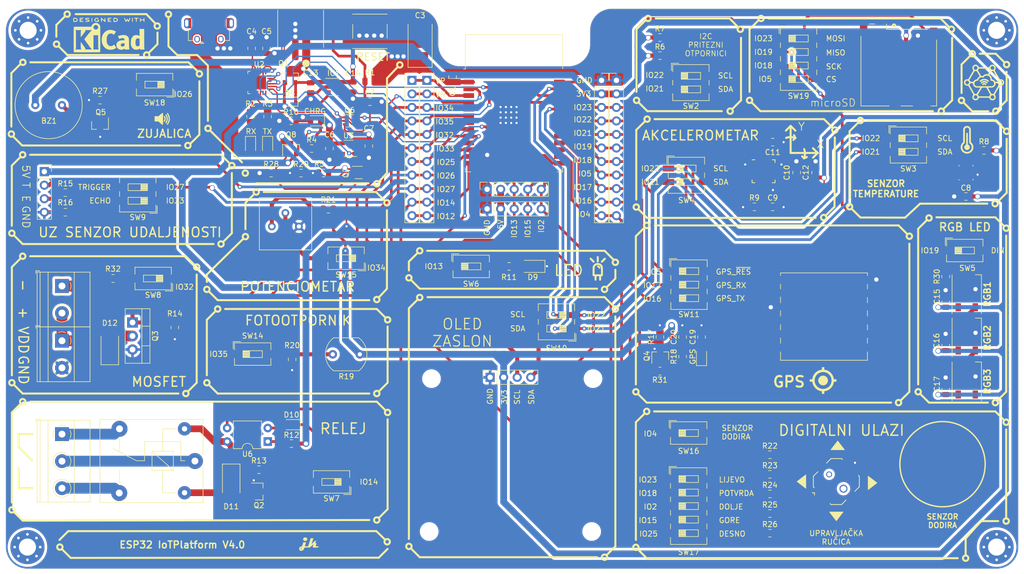
<source format=kicad_pcb>
(kicad_pcb (version 20221018) (generator pcbnew)
  (layers (0 "F.Cu" signal) (31 "B.Cu" signal) (34 "B.Paste" user) (35 "F.Paste" user) (36 "B.SilkS" user "B.Silkscreen") (37 "F.SilkS" user "F.Silkscreen") (38 "B.Mask" user) (39 "F.Mask" user) (44 "Edge.Cuts" user))
  (net 0 "")
  (net 1 "+3V3")
  (net 2 "GND")
  (net 3 "EN")
  (net 4 "+5V")
  (net 5 "+BATT")
  (net 6 "VBUS")
  (net 7 "Net-(D1-Pad1)")
  (net 8 "Net-(D2-Pad1)")
  (net 9 "Net-(D3-Pad1)")
  (net 10 "Net-(C13-Pad1)")
  (net 11 "Net-(D5-Pad4)")
  (net 12 "D+")
  (net 13 "D-")
  (net 14 "Net-(R2-Pad1)")
  (net 15 "Net-(R3-Pad1)")
  (net 16 "Net-(R4-Pad1)")
  (net 17 "Net-(R5-Pad1)")
  (net 18 "VP")
  (net 19 "VN")
  (net 20 "IO34")
  (net 21 "IO35")
  (net 22 "IO32")
  (net 23 "IO33")
  (net 24 "IO25")
  (net 25 "IO26")
  (net 26 "IO27")
  (net 27 "IO14")
  (net 28 "IO12")
  (net 29 "IO13")
  (net 31 "Net-(D9-Pad2)")
  (net 32 "Net-(D10-Pad1)")
  (net 33 "Net-(D10-Pad2)")
  (net 34 "Net-(D11-Pad2)")
  (net 35 "Net-(D13-Pad1)")
  (net 36 "IO15")
  (net 37 "IO2")
  (net 38 "IO0")
  (net 39 "IO4")
  (net 40 "IO16")
  (net 41 "IO17")
  (net 42 "IO5")
  (net 43 "IO18")
  (net 44 "IO19")
  (net 46 "IO21")
  (net 47 "RXD0")
  (net 48 "TXD0")
  (net 49 "IO22")
  (net 50 "IO23")
  (net 53 "Net-(J2-Pad1)")
  (net 54 "Net-(J2-Pad2)")
  (net 55 "Net-(J2-Pad3)")
  (net 56 "Net-(J5-Pad2)")
  (net 57 "Net-(J6-Pad3)")
  (net 58 "Net-(J6-Pad4)")
  (net 59 "Net-(Q2-Pad2)")
  (net 60 "RTS")
  (net 61 "Net-(Q3-Pad1)")
  (net 62 "DTR")
  (net 63 "Net-(Q4-Pad1)")
  (net 64 "Net-(R6-Pad2)")
  (net 65 "Net-(R7-Pad2)")
  (net 66 "Net-(R8-Pad1)")
  (net 67 "Net-(C9-Pad1)")
  (net 68 "Net-(C11-Pad1)")
  (net 69 "Net-(R9-Pad2)")
  (net 70 "Net-(SW4-Pad3)")
  (net 71 "Net-(SW4-Pad4)")
  (net 72 "Net-(Q4-Pad2)")
  (net 73 "Net-(Q5-Pad1)")
  (net 74 "Net-(Q7-Pad3)")
  (net 75 "Net-(R11-Pad1)")
  (net 76 "Net-(R13-Pad2)")
  (net 77 "Net-(D5-Pad2)")
  (net 78 "Net-(R15-Pad2)")
  (net 79 "Net-(D6-Pad2)")
  (net 80 "Net-(R19-Pad2)")
  (net 81 "Net-(R22-Pad2)")
  (net 82 "Net-(R23-Pad2)")
  (net 83 "Net-(R24-Pad2)")
  (net 84 "Net-(R25-Pad2)")
  (net 85 "Net-(R26-Pad1)")
  (net 86 "Net-(R30-Pad2)")
  (net 87 "Net-(R31-Pad1)")
  (net 89 "Net-(R12-Pad2)")
  (net 90 "CS")
  (net 91 "VDD")
  (net 92 "Net-(D12-Pad2)")
  (net 93 "MOSI")
  (net 94 "SCK")
  (net 95 "Net-(J5-Pad3)")
  (net 96 "MISO")
  (net 98 "Net-(R32-Pad1)")
  (net 99 "Net-(SW3-Pad3)")
  (net 104 "Net-(R21-Pad2)")
  (net 105 "Net-(RV1-Pad2)")
  (net 106 "Net-(SW16-Pad2)")
  (net 107 "Net-(R22-Pad1)")
  (net 109 "Net-(R23-Pad1)")
  (net 112 "Net-(R24-Pad1)")
  (net 113 "Net-(R25-Pad1)")
  (net 115 "Net-(R26-Pad2)")
  (net 117 "Net-(BZ1-Pad2)")
  (net 119 "Net-(Q7-Pad2)")
  (net 131 "Net-(SW11-Pad4)")
  (net 132 "Net-(SW11-Pad5)")
  (net 133 "Net-(SW11-Pad6)")
  (net 139 "Net-(SW3-Pad4)")
  (footprint "Diode_SMD:D_SMA" (layer "F.Cu") (at 62.4 111.8 90)
    (fp_text reference "D12")
    (fp_text value "S1BB-13-F")
  )
  (footprint "Package_TO_SOT_THT:TO-220-3_Vertical" (layer "F.Cu") (at 66.655 107.26 -90)
    (fp_text reference "Q3")
    (fp_text value "IRLZ44N")
  )
  (footprint "Resistor_SMD:R_0805_2012Metric" (layer "F.Cu") (at 74.6 108.2 -90)
    (fp_text reference "R14")
    (fp_text value "10k")
  )
  (footprint "Capacitor_Tantalum_SMD:CP_EIA-7343-31_Kemet-D" (layer "F.Cu") (at 120.606999 54.943999 90)
    (fp_text reference "C3")
    (fp_text value "1500u")
  )
  (footprint "Capacitor_SMD:C_0805_2012Metric" (layer "F.Cu") (at 89 55.8 90)
    (fp_text reference "C4")
    (fp_text value "100n/50V")
  )
  (footprint "Capacitor_SMD:C_0805_2012Metric" (layer "F.Cu") (at 91.8 55.8 90)
    (fp_text reference "C5")
    (fp_text value "10u/16V")
  )
  (footprint "Capacitor_SMD:C_0805_2012Metric" (layer "F.Cu") (at 103.6 74.6 90)
    (fp_text reference "C6")
    (fp_text value "10u/16V")
  )
  (footprint "Capacitor_SMD:C_0805_2012Metric" (layer "F.Cu") (at 111 74.13125 90)
    (fp_text reference "C7")
    (fp_text value "10u/16V")
  )
  (footprint "LED_SMD:LED_0805_2012Metric" (layer "F.Cu") (at 88.8 74 -90)
    (fp_text reference "D1" hide)
    (fp_text value "Green")
  )
  (footprint "LED_SMD:LED_0805_2012Metric" (layer "F.Cu") (at 92 74 -90)
    (fp_text reference "D2" hide)
    (fp_text value "Red")
  )
  (footprint "LED_SMD:LED_0805_2012Metric" (layer "F.Cu") (at 101 69.4 180)
    (fp_text reference "D3" hide)
    (fp_text value "Orange")
  )
  (footprint "ESP32IoTPlatform:USB_Micro-AB_Molex_47590-0001" (layer "F.Cu") (at 81 51.06 180)
    (fp_text reference "J1" hide)
    (fp_text value "USB_B_Micro")
  )
  (footprint "Resistor_SMD:R_0805_2012Metric" (layer "F.Cu") (at 88.8 68.6 -90)
    (fp_text reference "R2")
    (fp_text value "330")
  )
  (footprint "Resistor_SMD:R_0805_2012Metric" (layer "F.Cu") (at 92 68.6 -90)
    (fp_text reference "R3")
    (fp_text value "330")
  )
  (footprint "Resistor_SMD:R_0805_2012Metric" (layer "F.Cu") (at 100.2625 74.6)
    (fp_text reference "R4")
    (fp_text value "243")
  )
  (footprint "Resistor_SMD:R_0805_2012Metric" (layer "F.Cu") (at 102.5 79.2 180)
    (fp_text reference "R5")
    (fp_text value "2k")
  )
  (footprint "Package_DFN_QFN:QFN-24-1EP_4x4mm_P0.5mm_EP2.6x2.6mm" (layer "F.Cu") (at 90.4 62.2 -90)
    (fp_text reference "U2")
    (fp_text value "CP2104")
  )
  (footprint "Package_TO_SOT_SMD:TSOT-23-5" (layer "F.Cu") (at 107.2 74.6 180)
    (fp_text reference "U3")
    (fp_text value "TP4054")
  )
  (footprint "Package_TO_SOT_SMD:SOT-23" (layer "F.Cu") (at 90.380999 139)
    (fp_text reference "Q2")
    (fp_text value "S8050G")
  )
  (footprint "Resistor_SMD:R_0805_2012Metric" (layer "F.Cu") (at 165.609999 57.150999)
    (fp_text reference "R6")
    (fp_text value "10k")
  )
  (footprint "Resistor_SMD:R_0805_2012Metric" (layer "F.Cu") (at 165.609999 53.750999)
    (fp_text reference "R7")
    (fp_text value "10k")
  )
  (footprint "Button_Switch_SMD:SW_DIP_SPSTx02_Slide_6.7x6.64mm_W6.73mm_P2.54mm_LowProfile_JPin" (layer "F.Cu") (at 171.409999 62.223999)
    (fp_text reference "SW2")
    (fp_text value "SW_x02")
  )
  (footprint "Capacitor_SMD:C_0805_2012Metric" (layer "F.Cu") (at 100.06875 63.2 -90)
    (fp_text reference "C13")
    (fp_text value "1u/50V")
  )
  (footprint "Capacitor_SMD:C_0805_2012Metric" (layer "F.Cu") (at 108 63.05 -90)
    (fp_text reference "C14")
    (fp_text value "1u/50V")
  )
  (footprint "Package_TO_SOT_SMD:SOT-23-5" (layer "F.Cu") (at 104.4 63.05)
    (fp_text reference "IC1")
    (fp_text value "ME6211C33M5G")
  )
  (footprint "Package_TO_SOT_SMD:SOT-23" (layer "F.Cu") (at 96.2 61.2 90)
    (fp_text reference "Q1")
    (fp_text value "CJ2301")
  )
  (footprint "Resistor_SMD:R_0805_2012Metric" (layer "F.Cu") (at 96.4 69.4)
    (fp_text reference "R10")
    (fp_text value "10k")
  )
  (footprint "Diode_SMD:D_SOD-323" (layer "F.Cu") (at 96.2 65.8 180)
    (fp_text reference "D4")
    (fp_text value "B5819WS")
  )
  (footprint "Capacitor_SMD:C_0805_2012Metric" (layer "F.Cu") (at 219.222999 103.474999 90)
    (fp_text reference "C15")
    (fp_text value "100n/50V")
  )
  (footprint "Capacitor_SMD:C_0805_2012Metric" (layer "F.Cu") (at 219.222999 111.602999 90)
    (fp_text reference "C16")
    (fp_text value "100n/50V")
  )
  (footprint "Capacitor_SMD:C_0805_2012Metric" (layer "F.Cu") (at 219.222999 119.857999 90)
    (fp_text reference "C17")
    (fp_text value "100n/50V")
  )
  (footprint "LED_SMD:LED_WS2812B_PLCC4_5.0x5.0mm_P3.2mm" (layer "F.Cu") (at 223.159999 101.950999 90)
    (fp_text reference "D5")
    (fp_text value "WS2812B")
  )
  (footprint "LED_SMD:LED_WS2812B_PLCC4_5.0x5.0mm_P3.2mm" (layer "F.Cu") (at 223.159999 110.078999 90)
    (fp_text reference "D6")
    (fp_text value "WS2812B")
  )
  (footprint "LED_SMD:LED_WS2812B_PLCC4_5.0x5.0mm_P3.2mm" (layer "F.Cu") (at 223.159999 118.333999 90)
    (fp_text reference "D7")
    (fp_text value "WS2812B")
  )
  (footprint "LED_SMD:LED_0805_2012Metric" (layer "F.Cu") (at 96.476999 126.444999 180)
    (fp_text reference "D10")
    (fp_text value "Red")
  )
  (footprint "TerminalBlock_Phoenix:TerminalBlock_Phoenix_MKDS-1,5-3-5.08_1x03_P5.08mm_Horizontal" (layer "F.Cu") (at 53.423999 128.222999 -90)
    (fp_text reference "J2")
    (fp_text value "Screw_Terminal_01x03")
  )
  (footprint "Resistor_SMD:R_0805_2012Metric" (layer "F.Cu") (at 96.476999 130.000999 180)
    (fp_text reference "R12")
    (fp_text value "1k")
  )
  (footprint "Resistor_SMD:R_0805_2012Metric" (layer "F.Cu") (at 90.380999 134.9)
    (fp_text reference "R13")
    (fp_text value "1k")
  )
  (footprint "Button_Switch_SMD:SW_DIP_SPSTx01_Slide_6.7x4.1mm_W6.73mm_P2.54mm_LowProfile_JPin" (layer "F.Cu") (at 103.993 137.2 180)
    (fp_text reference "SW7")
    (fp_text value "SW_x01")
  )
  (footprint "Package_DIP:DIP-4_W7.62mm" (layer "F.Cu") (at 92.031999 129.619999 180)
    (fp_text reference "U6")
    (fp_text value "PC817")
  )
  (footprint "Resistor_SMD:R_0805_2012Metric" (layer "F.Cu") (at 54.05 82.88)
    (fp_text reference "R15")
    (fp_text value "1k")
  )
  (footprint "Resistor_SMD:R_0805_2012Metric" (layer "F.Cu") (at 54.05 86.563 180)
    (fp_text reference "R16")
    (fp_text value "1k5")
  )
  (footprint "ESP32IoTPlatform:PinSocket_1x04_P2.54mm_Vertical" (layer "F.Cu") (at 50.113 78.943)
    (fp_text reference "J5")
    (fp_text value "Conn_01x04_Female")
  )
  (footprint "Package_TO_SOT_SMD:SOT-363_SC-70-6" (layer "F.Cu") (at 107.4 69.4)
    (fp_text reference "Q6")
    (fp_text value "Q_DUAL_NPN_UMH3N")
  )
  (footprint "Package_TO_SOT_SMD:SOT-363_SC-70-6" (layer "F.Cu") (at 109.1 79.1)
    (fp_text reference "Q7")
    (fp_text value "Q_DUAL_PNP_BCM857BS")
  )
  (footprint "Package_TO_SOT_SMD:SOT-23" (layer "F.Cu") (at 96.4 74.6 90)
    (fp_text reference "Q8")
    (fp_text value "CJ2301")
  )
  (footprint "Resistor_SMD:R_0805_2012Metric" (layer "F.Cu") (at 92.6625 79.2)
    (fp_text reference "R28")
    (fp_text value "47k")
  )
  (footprint "Resistor_SMD:R_0805_2012Metric" (layer "F.Cu") (at 98.2625 79.2)
    (fp_text reference "R29")
    (fp_text value "10k")
  )
  (footprint "Resistor_SMD:R_0805_2012Metric" (layer "F.Cu") (at 103.4 86 180)
    (fp_text reference "R21")
    (fp_text value "243")
  )
  (footprint "Button_Switch_SMD:SW_DIP_SPSTx01_Slide_6.7x4.1mm_W6.73mm_P2.54mm_LowProfile_JPin" (layer "F.Cu") (at 106.72 95.2 180)
    (fp_text reference "SW15")
    (fp_text value "SW_x01")
  )
  (footprint "ESP32IoTPlatform:Potentiometer_Bourns_3386P_Vertical" (layer "F.Cu") (at 97.873999 89.233999 90)
    (fp_text reference "RV1")
    (fp_text value "10k")
  )
  (footprint "ESP32IoTPlatform:MOLEX_47352-1001" (layer "F.Cu") (at 210.409999 58.807999 180)
    (fp_text reference "SD1")
    (fp_text value "microSD-MOLEX-473521001")
  )
  (footprint "Button_Switch_SMD:SW_DIP_SPSTx04_Slide_6.7x11.72mm_W6.73mm_P2.54mm_LowProfile_JPin" (layer "F.Cu") (at 191.609999 57.750999)
    (fp_text reference "SW19")
    (fp_text value "SW_x04")
  )
  (footprint "ESP32IoTPlatform:MountingHole_3.2mm_M3_Pad_Via_edited" (layer "F.Cu") (at 47.073999 52.403999)
    (fp_text reference "H1")
    (fp_text value "MountingHole")
  )
  (footprint "ESP32IoTPlatform:MountingHole_3.2mm_M3_Pad_Via_edited" (layer "F.Cu") (at 228.760999 52.403999)
    (fp_text reference "H2")
    (fp_text value "MountingHole")
  )
  (footprint "ESP32IoTPlatform:MountingHole_3.2mm_M3_Pad_Via_edited" (layer "F.Cu") (at 46.946999 149.431999)
    (fp_text reference "H3")
    (fp_text value "MountingHole")
  )
  (footprint "ESP32IoTPlatform:MountingHole_3.2mm_M3_Pad_Via_edited" (layer "F.Cu") (at 228.760999 149.431999)
    (fp_text reference "H4")
    (fp_text value "MountingHole")
  )
  (footprint "Connector_PinSocket_2.54mm:PinSocket_1x05_P2.54mm_Vertical" (layer "F.Cu") (at 133.179999 82.248999 90)
    (fp_text reference "J7")
    (fp_text value "Conn_01x05_Female")
  )
  (footprint "Connector_PinHeader_2.54mm:PinHeader_1x05_P2.54mm_Vertical" (layer "F.Cu") (at 133.179999 85.931999 90)
    (fp_text reference "J8")
    (fp_text value "Conn_01x05_Male")
  )
  (footprint "ESP32IoTPlatform:A2001WR-S-2P_JST2.0" (layer "F.Cu") (at 96.3 60.40675)
    (fp_text reference "JST1")
    (fp_text value "JST2.0")
  )
  (footprint "ESP32IoTPlatform:Relay_SPDT_SANYOU_SRD_Series_Form_C" (layer "F.Cu") (at 78.188999 133.302999 180)
    (fp_text reference "K1")
    (fp_text value "SANYOU_SRD_Form_C")
  )
  (footprint "ESP32IoTPlatform:OLED" (layer "F.Cu") (at 133.743999 117.551999 90)
    (fp_text reference "J6")
    (fp_text value "OLED")
  )
  (footprint "Button_Switch_SMD:SW_DIP_SPSTx02_Slide_6.7x6.64mm_W6.73mm_P2.54mm_LowProfile_JPin" (layer "F.Cu") (at 146.189999 107.137999 180)
    (fp_text reference "SW10")
    (fp_text value "SW_x02")
  )
  (footprint "Capacitor_SMD:C_0805_2012Metric" (layer "F.Cu") (at 111.2 65.8 180)
    (fp_text reference "C2")
    (fp_text value "1u/50V")
  )
  (footprint "Capacitor_SMD:C_0805_2012Metric" (layer "F.Cu") (at 126.702999 61.166999 90)
    (fp_text reference "C1")
    (fp_text value "100n/50V")
  )
  (footprint "ESP32IoTPlatform:Touchpad" (layer "F.Cu") (at 218.615999 145.864999)
    (fp_text reference "TP1")
    (fp_text value "Touchpad")
  )
  (footprint "ESP32IoTPlatform:logo" (layer "F.Cu") (at 99.8 148.8)
    (fp_text reference "G***" hide)
    (fp_text value "LOGO" hide)
  )
  (footprint "Diode_SMD:D_SMA" (layer "F.Cu") (at 85.173999 137.239999 -90)
    (fp_text reference "D11")
    (fp_text value "S1BB-13-F")
  )
  (footprint "TerminalBlock_Phoenix:TerminalBlock_Phoenix_MKDS-1,5-2-5.08_1x02_P5.08mm_Horizontal" (layer "F.Cu") (at 53.423999 110.696999 -90)
    (fp_text reference "J4")
    (fp_text value "Screw_Terminal_01x02")
  )
  (footprint "Button_Switch_SMD:SW_DIP_SPSTx01_Slide_6.7x4.1mm_W6.73mm_P2.54mm_LowProfile_JPin" (layer "F.Cu") (at 70.523999 99 180)
    (fp_text reference "SW8")
    (fp_text value "SW_x01")
  )
  (footprint "TerminalBlock_Phoenix:TerminalBlock_Phoenix_MKDS-1,5-2-5.08_1x02_P5.08mm_Horizontal" (layer "F.Cu") (at 53.423999 100.409999 -90)
    (fp_text reference "J3")
    (fp_text value "Screw_Terminal_01x02")
  )
  (footprint "Button_Switch_SMD:SW_DIP_SPSTx01_Slide_6.7x4.1mm_W6.73mm_P2.54mm_LowProfile_JPin" (layer "F.Cu") (at 130.187999 96.723999)
    (fp_text reference "SW6")
    (fp_text value "SW_x01")
  )
  (footprint "Resistor_SMD:R_0805_2012Metric" (layer "F.Cu") (at 137.299999 96.723999)
    (fp_text reference "R11")
    (fp_text value "330")
  )
  (footprint "LED_SMD:LED_1206_3216Metric" (layer "F.Cu") (at 141.744999 96.723999 180)
    (fp_text reference "D9")
    (fp_text value "Blue")
  )
  (footprint "Button_Switch_SMD:SW_DIP_SPSTx03_Slide_6.7x9.18mm_W6.73mm_P2.54mm_LowProfile_JPin" (layer "F.Cu") (at 171.056999 100.163999)
    (fp_text reference "SW11")
    (fp_text value "SW_x03")
  )
  (footprint "Capacitor_SMD:C_0805_2012Metric" (layer "F.Cu") (at 169.847999 109.988999 90)
    (fp_text reference "C20")
    (fp_text value "10u/16V")
  )
  (footprint "Capacitor_SMD:C_0805_2012Metric" (layer "F.Cu") (at 173.403999 109.988999 90)
    (fp_text reference "C19")
    (fp_text value "100n/50V")
  )
  (footprint "LED_SMD:LED_0805_2012Metric" (layer "F.Cu") (at 173.403999 113.671999 90)
    (fp_text reference "D13")
    (fp_text value "Green")
  )
  (footprint "Package_TO_SOT_SMD:SOT-23" (layer "F.Cu") (at 165.656999 113.544999 90)
    (fp_text reference "Q4")
    (fp_text value "SI2302DS")
  )
  (footprint "Resistor_SMD:R_0805_2012Metric" (layer "F.Cu") (at 165.6 109.988999 90)
    (fp_text reference "R17")
    (fp_text value "10k")
  )
  (footprint "Resistor_SMD:R_0805_2012Metric" (layer "F.Cu") (at 169.847999 113.671999 -90)
    (fp_text reference "R18")
    (fp_text value "470")
  )
  (footprint "ESP32IoTPlatform:L80-M39" (layer "F.Cu") (at 196.409999 105.550999 180)
    (fp_text reference "U7")
    (fp_text value "L80-M39")
  )
  (footprint "Button_Switch_SMD:SW_DIP_SPSTx02_Slide_6.7x6.64mm_W6.73mm_P2.54mm_LowProfile_JPin" (layer "F.Cu") (at 67.639 83.134 180)
    (fp_text reference "SW9")
    (fp_text value "SW_x02")
  )
  (footprint "Resistor_SMD:R_0805_2012Metric" (layer "F.Cu") (at 96.6 114.2 -90)
    (fp_text reference "R20")
    (fp_text value "10k")
  )
  (footprint "Button_Switch_SMD:SW_DIP_SPSTx01_Slide_6.7x4.1mm_W6.73mm_P2.54mm_LowProfile_JPin" (layer "F.Cu") (at 89.2 113.2)
    (fp_text reference "SW14")
    (fp_text value "SW_x01")
  )
  (footprint "OptoDevice:R_LDR_7x6mm_P5.1mm_Vertical" (layer "F.Cu") (at 109.303999 113.236999 180)
    (fp_text reference "R19")
    (fp_text value "LDR")
  )
  (footprint "ESP32IoTPlatform:temp_slika" (layer "F.Cu") (at 223.209999 72.950999)
    (fp_text reference "G***" hide)
    (fp_text value "LOGO" hide)
  )
  (footprint "ESP32IoTPlatform:GPS" (layer "F.Cu") (at 196.209999 118.150999)
    (fp_text reference "G***" hide)
    (fp_text value "LOGO" hide)
  )
  (footprint "Button_Switch_SMD:SW_SPST_PTS645" (layer "F.Cu") (at 111.2 52.6 180)
    (fp_text reference "SW1")
    (fp_text value "SW_Push")
  )
  (footprint "Button_Switch_SMD:SW_DIP_SPSTx01_Slide_6.7x4.1mm_W6.73mm_P2.54mm_LowProfile_JPin" (layer "F.Cu") (at 222.783999 93.750999)
    (fp_text reference "SW5")
    (fp_text value "SW_x01")
  )
  (footprint "RF_Module:ESP32-WROOM-32" (layer "F.Cu") (at 138.234999 69.102999)
    (fp_text reference "U1")
    (fp_text value "ESP32-WROOM-32D")
  )
  (footprint "ESP32IoTPlatform:zujalica_slika" (layer "F.Cu") (at 72.2 69)
    (fp_text reference "G***" hide)
    (fp_text value "LOGO" hide)
  )
  (footprint "Resistor_SMD:R_0805_2012Metric" (layer "F.Cu") (at 60.567 65.523 180)
    (fp_text reference "R27")
    (fp_text value "10k")
  )
  (footprint "Button_Switch_SMD:SW_DIP_SPSTx01_Slide_6.7x4.1mm_W6.73mm_P2.54mm_LowProfile_JPin" (layer "F.Cu") (at 70.8 62.6 180)
    (fp_text reference "SW18")
    (fp_text value "SW_x01")
  )
  (footprint "Package_TO_SOT_SMD:SOT-23" (layer "F.Cu") (at 60.567 70.222 -90)
    (fp_text reference "Q5")
    (fp_text value "SI2302DS")
  )
  (footprint "ESP32IoTPlatform:PS1240P02BT" (layer "F.Cu") (at 51.423 68.952)
    (fp_text reference "BZ1")
    (fp_text value "Buzzer")
  )
  (footprint "Resistor_SMD:R_0805_2012Metric" (layer "F.Cu") (at 111.2 62)
    (fp_text reference "R1")
    (fp_text value "10k")
  )
  (footprint "Connector_PinSocket_2.54mm:PinSocket_1x11_P2.54mm_Vertical" (layer "F.Cu") (at 121.876999 61.801999)
    (fp_text reference "J9")
    (fp_text value "Conn_01x11_Female")
  )
  (footprint "Connector_PinHeader_2.54mm:PinHeader_1x11_P2.54mm_Vertical" (layer "F.Cu") (at 119.082999 61.801999)
    (fp_text reference "J11")
    (fp_text value "Conn_01x11_Male")
  )
  (footprint "Connector_PinSocket_2.54mm:PinSocket_1x11_P2.54mm_Vertical" (layer "F.Cu") (at 154.642999 61.801999)
    (fp_text reference "J10")
    (fp_text value "Conn_01x11_Female")
  )
  (footprint "Connector_PinHeader_2.54mm:PinHeader_1x11_P2.54mm_Vertical" (layer "F.Cu") (at 157.436999 61.801999)
    (fp_text reference "J12")
    (fp_text value "Conn_01x11_Male")
  )
  (footprint "Capacitor_SMD:C_0805_2012Metric" (layer "F.Cu") (at 223 83.6 180)
    (fp_text reference "C8")
    (fp_text value "100n/50V")
  )
  (footprint "Button_Switch_SMD:SW_DIP_SPSTx02_Slide_6.7x6.64mm_W6.73mm_P2.54mm_LowProfile_JPin" (layer "F.Cu") (at 212.209999 73.950999)
    (fp_text reference "SW3")
    (fp_text value "SW_x02")
  )
  (footprint "Resistor_SMD:R_0805_2012Metric" (layer "F.Cu") (at 226.4 74.950999)
    (fp_text reference "R8")
    (fp_text value "10k")
  )
  (footprint "ESP32IoTPlatform:Bosch_LGA-8_2.5x2.5mm_P0.65mm_ClockwisePinNumbering" (layer "F.Cu") (at 223.018999 79.125 90)
    (fp_text reference "U4")
    (fp_text value "BME280")
  )
  (footprint "ESP32IoTPlatform:Alps_SKRHABE010" (layer "F.Cu") (at 198.690999 137.126999 45)
    (fp_text reference "T1")
    (fp_text value "SKRHABE010")
  )
  (footprint "Button_Switch_SMD:SW_DIP_SPSTx01_Slide_6.7x4.1mm_W6.73mm_P2.54mm_LowProfile_JPin" (layer "F.Cu") (at 170.990999 128.023999)
    (fp_text reference "SW16")
    (fp_text value "SW_x01")
  )
  (footprint "Resistor_SMD:R_0805_2012Metric" (layer "F.Cu") (at 186.230999 132.086999 180)
    (fp_text reference "R22")
    (fp_text value "2k")
  )
  (footprint "Resistor_SMD:R_0805_2012Metric" (layer "F.Cu") (at 186.230999 135.769999 180)
    (fp_text reference "R23")
    (fp_text value "2k")
  )
  (footprint "Resistor_SMD:R_0805_2012Metric" (layer "F.Cu") (at 186.230999 139.452999 180)
    (fp_text reference "R24")
    (fp_text value "2k")
  )
  (footprint "Button_Switch_SMD:SW_DIP_SPSTx05_Slide_6.7x14.26mm_W6.73mm_P2.54mm_LowProfile_JPin" (layer "F.Cu") (at 170.990999 141.738999)
    (fp_text reference "SW17")
    (fp_text value "SW_x05")
  )
  (footprint "Resistor_SMD:R_0805_2012Metric" (layer "F.Cu") (at 186.230999 143.135999 180)
    (fp_text reference "R25")
    (fp_text value "2k")
  )
  (footprint "Resistor_SMD:R_0805_2012Metric" (layer "F.Cu") (at 186.230999 146.818999)
    (fp_text reference "R26")
    (fp_text value "2k")
  )
  (footprint "Capacitor_SMD:C_0805_2012Metric" (layer "F.Cu") (at 186.755499 85.550999)
    (fp_text reference "C9")
    (fp_text value "100n/50V")
  )
  (footprint "Capacitor_SMD:C_0805_2012Metric" (layer "F.Cu") (at 191.253999 79.112999 90)
    (fp_text reference "C10")
    (fp_text value "10n/6.3V")
  )
  (footprint "Capacitor_SMD:C_0805_2012Metric" (layer "F.Cu") (at 194.809999 79.112999 90)
    (fp_text reference "C12")
    (fp_text value "100n/50V")
  )
  (footprint "Button_Switch_SMD:SW_DIP_SPSTx02_Slide_6.7x6.64mm_W6.73mm_P2.54mm_LowProfile_JPin" (layer "F.Cu") (at 170.562999 79.620999)
    (fp_text reference "SW4")
    (fp_text value "SW_x02")
  )
  (footprint "Capacitor_SMD:C_0805_2012Metric" (layer "F.Cu") (at 186.755499 73.397999)
    (fp_text reference "C11")
    (fp_text value "2200p/50V")
  )
  (footprint "Resistor_SMD:R_0805_2012Metric" (layer "F.Cu") (at 183.326499 85.550999)
    (fp_text reference "R9")
    (fp_text value "10k")
  )
  (footprint "Sensor_Motion:InvenSense_QFN-24_4x4mm_P0.5mm" (layer "F.Cu") (at 185.040999 78.858999)
    (fp_text reference "U5")
    (fp_text value "MPU-6050")
  )
  (footprint "ESP32IoTPlatform:RGB_LED_slika" (layer "F.Cu") (at 153.936999 97.104999)
    (fp_text reference "G***" hide)
    (fp_text value "LOGO")
  )
  (footprint "ESP32IoTPlatform:kicad_logo" (layer "F.Cu") (at 62.2 53.4)
    (fp_text reference "G***")
    (fp_text value "LOGO" hide)
  )
  (footprint "Resistor_SMD:R_0805_2012Metric" (layer "F.Cu") (at 165.6 116.4 180)
    (fp_text reference "R31")
    (fp_text value "330")
  )
  (footprint "Resistor_SMD:R_0805_2012Metric" (layer "F.Cu") (at 63 99 180)
    (fp_text reference "R32")
    (fp_text value "330")
  )
  (footprint "Resistor_SMD:R_0805_2012Metric" (layer "F.Cu") (at 219.209999 98.633999 90)
    (fp_text reference "R30")
    (fp_text value "470")
  )
  (footprint "ESP32IoTPlatform:cloud_logo" (layer "F.Cu") (at 226.4 62.2)
    (fp_text reference "G***")
    (fp_text value "LOGO" hide)
  )
  (gr_line (start 163.116999 151.517999) (end 221.460999 151.517999) (stroke (width 0.381)) (layer "F.SilkS"))
  (gr_line (start 120.535999 151.333999) (end 153.809999 151.333999) (stroke (width 0.381)) (layer "F.SilkS"))
  (gr_circle (center 118.503999 149.301999) (end 118.503999 148.793999) (stroke (width 0.381)) (fill none) (layer "F.SilkS"))
  (gr_line (start 120.535999 151.333999) (end 118.884999 149.682999) (stroke (width 0.381)) (layer "F.SilkS"))
  (gr_circle (center 230.553999 144.550999) (end 230.045999 144.550999) (stroke (width 0.381)) (fill none) (layer "F.SilkS"))
  (gr_circle (center 120.535999 102.565999) (end 121.043999 102.565999) (stroke (width 0.381)) (fill none) (layer "F.SilkS"))
  (gr_line (start 118.503999 104.597999) (end 120.154999 102.946999) (stroke (width 0.381)) (layer "F.SilkS"))
  (gr_line (start 222.952999 151.009999) (end 222.952999 147.807999) (stroke (width 0.381)) (layer "F.SilkS"))
  (gr_line (start 157.238999 149.301999) (end 155.587999 150.952999) (stroke (width 0.381)) (layer "F.SilkS"))
  (gr_circle (center 155.206999 151.333999) (end 154.698999 151.333999) (stroke (width 0.381)) (fill none) (layer "F.SilkS"))
  (gr_line (start 157.238999 149.301999) (end 157.238999 106.121999) (stroke (width 0.381)) (layer "F.SilkS"))
  (gr_line (start 155.206999 102.5) (end 156.857999 104.151) (stroke (width 0.381)) (layer "F.SilkS"))
  (gr_circle (center 157.238999 104.724999) (end 157.238999 105.232999) (stroke (width 0.381)) (fill none) (layer "F.SilkS"))
  (gr_line (start 163.116999 151.517999) (end 161.465999 149.866999) (stroke (width 0.381)) (layer "F.SilkS"))
  (gr_circle (center 161.084999 149.485999) (end 161.084999 148.977999) (stroke (width 0.381)) (fill none) (layer "F.SilkS"))
  (gr_circle (center 46.057999 122.126999) (end 46.565999 122.126999) (stroke (width 0.381)) (fill none) (layer "F.SilkS"))
  (gr_line (start 44.025999 124.158999) (end 45.676999 122.507999) (stroke (width 0.381)) (layer "F.SilkS"))
  (gr_line (start 44.025999 124.158999) (end 44.025999 141.049999) (stroke (width 0.381)) (layer "F.SilkS"))
  (gr_circle (center 46.057999 94.821999) (end 46.565999 94.821999) (stroke (width 0.381)) (fill none) (layer "F.SilkS"))
  (gr_line (start 44.025999 96.853999) (end 44.025999 117.173999) (stroke (width 0.381)) (layer "F.SilkS"))
  (gr_line (start 44.025999 96.853999) (end 45.676999 95.202999) (stroke (width 0.381)) (layer "F.SilkS"))
  (gr_line (start 46.057999 120.602999) (end 75.267999 120.602999) (stroke (width 0.381)) (layer "F.SilkS"))
  (gr_line (start 46.057999 120.602999) (end 44.406999 118.951999) (stroke (width 0.381)) (layer "F.SilkS"))
  (gr_circle (center 44.025999 118.570999) (end 44.025999 118.062999) (stroke (width 0.381)) (fill none) (layer "F.SilkS"))
  (gr_line (start 78.696999 118.570999) (end 77.045999 120.221999) (stroke (width 0.381)) (layer "F.SilkS"))
  (gr_circle (center 76.664999 120.602999) (end 76.156999 120.602999) (stroke (width 0.381)) (fill none) (layer "F.SilkS"))
  (gr_line (start 78.696999 118.570999) (end 78.696999 98.250999) (stroke (width 0.381)) (layer "F.SilkS"))
  (gr_line (start 216.075999 122.307999) (end 227.124999 122.307999) (stroke (width 0.381)) (layer "F.SilkS"))
  (gr_circle (center 214.043999 120.275999) (end 214.043999 119.767999) (stroke (width 0.381)) (fill none) (layer "F.SilkS"))
  (gr_line (start 216.075999 122.307999) (end 214.424999 120.656999) (stroke (width 0.381)) (layer "F.SilkS"))
  (gr_circle (center 210.360999 122.307999) (end 209.852999 122.307999) (stroke (width 0.381)) (fill none) (layer "F.SilkS"))
  (gr_line (start 210.360999 89.033999) (end 164.640999 89.033999) (stroke (width 0.381)) (layer "F.SilkS"))
  (gr_line (start 212.392999 120.275999) (end 210.741999 121.926999) (stroke (width 0.381)) (layer "F.SilkS"))
  (gr_line (start 210.360999 89.033999) (end 212.011999 90.684999) (stroke (width 0.381)) (layer "F.SilkS"))
  (gr_circle (center 212.392999 91.065999) (end 212.392999 91.573999) (stroke (width 0.381)) (fill none) (layer "F.SilkS"))
  (gr_line (start 212.392999 120.275999) (end 212.392999 92.462999) (stroke (width 0.381)) (layer "F.SilkS"))
  (gr_line (start 161.084999 91.065999) (end 162.735999 89.414999) (stroke (width 0.381)) (layer "F.SilkS"))
  (gr_line (start 163.116999 122.307999) (end 161.465999 120.656999) (stroke (width 0.381)) (layer "F.SilkS"))
  (gr_circle (center 161.084999 120.275999) (end 161.084999 119.767999) (stroke (width 0.381)) (fill none) (layer "F.SilkS"))
  (gr_circle (center 163.116999 89.033999) (end 163.624999 89.033999) (stroke (width 0.381)) (fill none) (layer "F.SilkS"))
  (gr_line (start 161.084999 91.065999) (end 161.084999 118.878999) (stroke (width 0.381)) (layer "F.SilkS"))
  (gr_line (start 163.116999 122.307999) (end 208.963999 122.307999) (stroke (width 0.381)) (layer "F.SilkS"))
  (gr_circle (center 161.164999 85.589999) (end 161.164999 85.081999) (stroke (width 0.381)) (fill none) (layer "F.SilkS"))
  (gr_line (start 161.164999 71.111999) (end 162.815999 69.460999) (stroke (width 0.381)) (layer "F.SilkS"))
  (gr_line (start 161.164999 71.111999) (end 161.164999 84.192999) (stroke (width 0.381)) (layer "F.SilkS"))
  (gr_circle (center 83.26 92.532) (end 82.752 92.532) (stroke (width 0.381)) (fill none) (layer "F.SilkS"))
  (gr_line (start 85.292 90.5) (end 85.292 79.197) (stroke (width 0.381)) (layer "F.SilkS"))
  (gr_line (start 85.292 90.5) (end 83.641 92.151) (stroke (width 0.381)) (layer "F.SilkS"))
  (gr_line (start 80.601999 98.250999) (end 80.601999 99.647999) (stroke (width 0.381)) (layer "F.SilkS"))
  (gr_circle (center 80.601999 101.044999) (end 80.601999 100.536999) (stroke (width 0.381)) (fill none) (layer "F.SilkS"))
  (gr_line (start 80.601999 98.250999) (end 87.459999 91.519999) (stroke (width 0.381)) (layer "F.SilkS"))
  (gr_circle (center 87.840999 91.138999) (end 87.840999 90.630999) (stroke (width 0.381)) (fill none) (layer "F.SilkS"))
  (gr_line (start 87.840999 84.788999) (end 87.840999 89.741999) (stroke (width 0.381)) (layer "F.SilkS"))
  (gr_circle (center 89.872999 82.756999) (end 90.380999 82.756999) (stroke (width 0.381)) (fill none) (layer "F.SilkS"))
  (gr_line (start 87.840999 84.788999) (end 89.491999 83.137999) (stroke (width 0.381)) (layer "F.SilkS"))
  (gr_circle (center 163.368999 50.175999) (end 163.876999 50.175999) (stroke (width 0.381)) (fill none) (layer "F.SilkS"))
  (gr_line (start 161.209999 52.207999) (end 161.209999 63.950999) (stroke (width 0.381)) (layer "F.SilkS"))
  (gr_line (start 161.209999 52.207999) (end 162.860999 50.556999) (stroke (width 0.381)) (layer "F.SilkS"))
  (gr_line (start 180.809999 65.550999) (end 180.809999 53.807999) (stroke (width 0.381)) (layer "F.SilkS"))
  (gr_line (start 180.809999 65.550999) (end 179.158999 67.201999) (stroke (width 0.381)) (layer "F.SilkS"))
  (gr_circle (center 178.777999 67.582999) (end 178.269999 67.582999) (stroke (width 0.381)) (fill none) (layer "F.SilkS"))
  (gr_circle (center 77.041 74.032) (end 76.533 74.032) (stroke (width 0.381)) (fill none) (layer "F.SilkS"))
  (gr_circle (center 79.2 60.57) (end 79.708 60.57) (stroke (width 0.381)) (fill none) (layer "F.SilkS"))
  (gr_line (start 77.168 58.411) (end 47.486 58.411) (stroke (width 0.381)) (layer "F.SilkS"))
  (gr_line (start 79.2 72) (end 77.549 73.651) (stroke (width 0.381)) (layer "F.SilkS"))
  (gr_line (start 79.2 72) (end 79.2 61.967) (stroke (width 0.381)) (layer "F.SilkS"))
  (gr_line (start 77.168 58.411) (end 78.819 60.062) (stroke (width 0.381)) (layer "F.SilkS"))
  (gr_line (start 45.962 74.032) (end 44.311 72.381) (stroke (width 0.381)) (layer "F.SilkS"))
  (gr_line (start 45.962 74.032) (end 75.6 74.032) (stroke (width 0.381)) (layer "F.SilkS"))
  (gr_circle (center 43.93 71.873) (end 43.93 71.365) (stroke (width 0.381)) (fill none) (layer "F.SilkS"))
  (gr_circle (center 46.089 58.411) (end 46.597 58.411) (stroke (width 0.381)) (fill none) (layer "F.SilkS"))
  (gr_line (start 43.93 60.443) (end 45.581 58.792) (stroke (width 0.381)) (layer "F.SilkS"))
  (gr_line (start 43.93 60.443) (end 43.93 70.476) (stroke (width 0.381)) (layer "F.SilkS"))
  (gr_circle (center 228.479999 84.950999) (end 227.971999 84.950999) (stroke (width 0.381)) (fill none) (layer "F.SilkS"))
  (gr_line (start 201.174999 71.361999) (end 202.825999 69.710999) (stroke (width 0.381)) (layer "F.SilkS"))
  (gr_line (start 228.606999 69.329999) (end 204.603999 69.329999) (stroke (width 0.381)) (layer "F.SilkS"))
  (gr_circle (center 201.174999 85.518999) (end 201.174999 85.010999) (stroke (width 0.381)) (fill none) (layer "F.SilkS"))
  (gr_line (start 228.606999 69.329999) (end 230.257999 70.980999) (stroke (width 0.381)) (layer "F.SilkS"))
  (gr_line (start 230.638999 82.918999) (end 230.638999 72.758999) (stroke (width 0.381)) (layer "F.SilkS"))
  (gr_line (start 230.638999 82.918999) (end 228.987999 84.569999) (stroke (width 0.381)) (layer "F.SilkS"))
  (gr_circle (center 230.638999 71.361999) (end 230.638999 71.869999) (stroke (width 0.381)) (fill none) (layer "F.SilkS"))
  (gr_line (start 201.174999 71.361999) (end 201.174999 83.950999) (stroke (width 0.381)) (layer "F.SilkS"))
  (gr_line (start 203.206999 87.550999) (end 201.555999 85.899999) (stroke (width 0.381)) (layer "F.SilkS"))
  (gr_circle (center 203.206999 69.329999) (end 203.714999 69.329999) (stroke (width 0.381)) (fill none) (layer "F.SilkS"))
  (gr_poly (pts (xy 206.310999 137.380999) (xy 204.659999 138.650999) (xy 204.659999 136.110999)) (stroke (width 0.1)) (fill solid) (layer "F.SilkS"))
  (gr_poly (pts (xy 198.690999 144.492999) (xy 197.420999 142.841999) (xy 199.960999 142.841999)) (stroke (width 0.1)) (fill solid) (layer "F.SilkS"))
  (gr_poly (pts (xy 198.944999 129.506999) (xy 200.214999 131.157999) (xy 197.674999 131.157999)) (stroke (width 0.1)) (fill solid) (layer "F.SilkS"))
  (gr_poly (pts (xy 191.324999 137.126999) (xy 192.975999 135.856999) (xy 192.975999 138.396999)) (stroke (width 0.1)) (fill solid) (layer "F.SilkS"))
  (gr_line (start 203.206999 87.550999) (end 211.584499 87.576499) (stroke (width 0.381)) (layer "F.SilkS"))
  (gr_line (start 190.120999 70.349999) (end 191.009999 71.238999) (stroke (width 0.381)) (layer "F.SilkS"))
  (gr_circle (center 163.196999 69.079999) (end 163.704999 69.079999) (stroke (width 0.381)) (fill none) (layer "F.SilkS"))
  (gr_line (start 163.196999 87.621999) (end 161.545999 85.970999) (stroke (width 0.381)) (layer "F.SilkS"))
  (gr_line (start 163.196999 87.621999) (end 194.809999 87.621999) (stroke (width 0.381)) (layer "F.SilkS"))
  (gr_line (start 190.120999 75.429999) (end 190.120999 70.349999) (stroke (width 0.381)) (layer "F.SilkS"))
  (gr_line (start 196.377999 69.079999) (end 198.028999 70.730999) (stroke (width 0.381)) (layer "F.SilkS"))
  (gr_circle (center 198.409999 71.111999) (end 198.409999 71.619999) (stroke (width 0.381)) (fill none) (layer "F.SilkS"))
  (gr_line (start 191.009998 72.614403) (end 190.755999 72.092) (stroke (width 0.381)) (layer "F.SilkS"))
  (gr_arc (start 189.272116 72.6) (mid 190.142311 72.455938) (end 191.009998 72.614403) (stroke (width 0.381)) (layer "F.SilkS"))
  (gr_line (start 190.628999 72.981) (end 191.009998 72.614403) (stroke (width 0.381)) (layer "F.SilkS"))
  (gr_line (start 198.349999 85.518999) (end 198.409999 72.508999) (stroke (width 0.381)) (layer "F.SilkS"))
  (gr_line (start 192.646596 76.445998) (end 193.168999 76.191999) (stroke (width 0.381)) (layer "F.SilkS"))
  (gr_arc (start 192.660999 74.708116) (mid 192.805061 75.578311) (end 192.646596 76.445998) (stroke (width 0.381)) (layer "F.SilkS"))
  (gr_line (start 192.279999 76.064999) (end 192.646596 76.445998) (stroke (width 0.381)) (layer "F.SilkS"))
  (gr_line (start 189.231999 71.238999) (end 190.120999 70.349999) (stroke (width 0.381)) (layer "F.SilkS"))
  (gr_line (start 195.200999 75.429999) (end 194.311999 76.318999) (stroke (width 0.381)) (layer "F.SilkS"))
  (gr_line (start 194.311999 74.540999) (end 195.200999 75.429999) (stroke (width 0.381)) (layer "F.SilkS"))
  (gr_line (start 190.120999 75.429999) (end 195.200999 75.429999) (stroke (width 0.381)) (layer "F.SilkS"))
  (gr_line (start 196.377999 69.079999) (end 164.593999 69.079999) (stroke (width 0.381)) (layer "F.SilkS"))
  (gr_line (start 120.535999 100.914999) (end 153.809999 100.914999) (stroke (width 0.381)) (layer "F.SilkS"))
  (gr_line (start 120.535999 100.914999) (end 118.884999 99.263999) (stroke (width 0.381)) (layer "F.SilkS"))
  (gr_circle (center 118.503999 98.882999) (end 118.503999 98.374999) (stroke (width 0.381)) (fill none) (layer "F.SilkS"))
  (gr_circle (center 120.535999 93.802999) (end 121.043999 93.802999) (stroke (width 0.381)) (fill none) (layer "F.SilkS"))
  (gr_line (start 118.503999 95.834999) (end 118.503999 97.485999) (stroke (width 0.381)) (layer "F.SilkS"))
  (gr_line (start 118.503999 95.834999) (end 120.154999 94.183999) (stroke (width 0.381)) (layer "F.SilkS"))
  (gr_circle (center 184.568999 50.175999) (end 185.076999 50.175999) (stroke (width 0.381)) (fill none) (layer "F.SilkS"))
  (gr_line (start 112.478999 122.126999) (end 114.129999 123.777999) (stroke (width 0.381)) (layer "F.SilkS"))
  (gr_circle (center 230.553999 125.990999) (end 230.553999 126.498999) (stroke (width 0.381)) (fill none) (layer "F.SilkS"))
  (gr_circle (center 224.2 56.8) (end 224.708 56.8) (stroke (width 0.381)) (fill none) (layer "F.SilkS"))
  (gr_line (start 83.26 75.768) (end 84.911 77.419) (stroke (width 0.381)) (layer "F.SilkS"))
  (gr_line (start 112.351999 82.756999) (end 114.002999 84.407999) (stroke (width 0.381)) (layer "F.SilkS"))
  (gr_line (start 214.043999 89.674999) (end 215.694999 88.023999) (stroke (width 0.381)) (layer "F.SilkS"))
  (gr_line (start 52.949 148.089) (end 54.6 146.438) (stroke (width 0.381)) (layer "F.SilkS"))
  (gr_line (start 71.34 55) (end 71.34 52.832) (stroke (width 0.381)) (layer "F.SilkS"))
  (gr_line (start 114.510999 118.570999) (end 114.510999 108.029999) (stroke (width 0.381)) (layer "F.SilkS"))
  (gr_circle (center 80.601999 118.570999) (end 80.601999 118.062999) (stroke (width 0.381)) (fill none) (layer "F.SilkS"))
  (gr_line (start 155.206999 93.7745) (end 156.857999 95.4255) (stroke (width 0.381)) (layer "F.SilkS"))
  (gr_line (start 161.084999 125.990999) (end 162.735999 124.339999) (stroke (width 0.381)) (layer "F.SilkS"))
  (gr_line (start 114.510999 142.319999) (end 112.859999 143.970999) (stroke (width 0.381)) (layer "F.SilkS"))
  (gr_line (start 112.4 146.438) (end 114.051 148.051) (stroke (width 0.381)) (layer "F.SilkS"))
  (gr_line (start 112.478999 104.727999) (end 114.129999 106.378999) (stroke (width 0.381)) (layer "F.SilkS"))
  (gr_line (start 157.238999 99.009999) (end 155.587999 100.660999) (stroke (width 0.381)) (layer "F.SilkS"))
  (gr_line (start 46.057999 144.478999) (end 44.406999 142.827999) (stroke (width 0.381)) (layer "F.SilkS"))
  (gr_circle (center 73.4 49.4) (end 73.908 49.4) (stroke (width 0.381)) (fill none) (layer "F.SilkS"))
  (gr_line (start 214.409999 84.950999) (end 227.012999 84.950999) (stroke (width 0.381)) (layer "F.SilkS"))
  (gr_line (start 184.441999 67.582999) (end 182.790999 65.931999) (stroke (width 0.381)) (layer "F.SilkS"))
  (gr_line (start 214.043999 89.674999) (end 214.043999 118.878999) (stroke (width 0.381)) (layer "F.SilkS"))
  (gr_line (start 82.633999 120.602999) (end 111.081999 120.602999) (stroke (width 0.381)) (layer "F.SilkS"))
  (gr_line (start 45.295999 138.382999) (end 45.295999 134.572999) (stroke (width 0.381)) (layer "F.SilkS"))
  (gr_circle (center 180.682999 52.207999) (end 180.682999 52.715999) (stroke (width 0.381)) (fill none) (layer "F.SilkS"))
  (gr_line (start 224.2 67.6) (end 227.2 67.6) (stroke (width 0.381)) (layer "F.SilkS"))
  (gr_line (start 46.049 92.532) (end 81.863 92.532) (stroke (width 0.381)) (layer "F.SilkS"))
  (gr_line (start 44.017 77.8) (end 44.017 89.103) (stroke (width 0.381)) (layer "F.SilkS"))
  (gr_line (start 220.409999 65.550999) (end 218.758999 67.201999) (stroke (width 0.381)) (layer "F.SilkS"))
  (gr_line (start 112.478999 122.126999) (end 47.454999 122.126999) (stroke (width 0.381)) (layer "F.SilkS"))
  (gr_line (start 220.409999 65.550999) (end 220.409999 53.807999) (stroke (width 0.381)) (layer "F.SilkS"))
  (gr_circle (center 53.027999 149.4315) (end 53.027999 148.9235) (stroke (width 0.381)) (fill none) (layer "F.SilkS"))
  (gr_line (start 83.26 75.768) (end 47.446 75.768) (stroke (width 0.381)) (layer "F.SilkS"))
  (gr_line (start 114.4 79.1745) (end 112.876 80.8255) (stroke (width 0.381)) (layer "F.SilkS"))
  (gr_line (start 155.206999 93.802999) (end 121.932999 93.802999) (stroke (width 0.381)) (layer "F.SilkS"))
  (gr_line (start 87.2 77.2) (end 81.2 71.2) (stroke (width 0.381)) (layer "F.SilkS"))
  (gr_circle (center 222.168 65.568) (end 222.168 65.06) (stroke (width 0.381)) (fill none) (layer "F.SilkS"))
  (gr_line (start 55.059999 151.4635) (end 53.408999 149.8125) (stroke (width 0.381)) (layer "F.SilkS"))
  (gr_line (start 69.26 49.368) (end 70.911 51.092) (stroke (width 0.381)) (layer "F.SilkS"))
  (gr_line (start 46.057999 144.478999) (end 111.081999 144.351999) (stroke (width 0.381)) (layer "F.SilkS"))
  (gr_line (start 178.650999 50.175999) (end 164.809999 50.175999) (stroke (width 0.381)) (layer "F.SilkS"))
  (gr_line (start 82.633999 103.076999) (end 80.982999 101.425999) (stroke (width 0.381)) (layer "F.SilkS"))
  (gr_circle (center 85.292 77.8) (end 85.292 78.308) (stroke (width 0.381)) (fill none) (layer "F.SilkS"))
  (gr_line (start 222.168 58.832) (end 223.819 57.181) (stroke (width 0.381)) (layer "F.SilkS"))
  (gr_line (start 230.553999 144.042999) (end 230.553999 127.350999) (stroke (width 0.381)) (layer "F.SilkS"))
  (gr_line (start 45.295999 128.222999) (end 45.295999 130.635999) (stroke (width 0.381)) (layer "F.SilkS"))
  (gr_circle (center 112.478999 120.602999) (end 111.970999 120.602999) (stroke (width 0.381)) (fill none) (layer "F.SilkS"))
  (gr_circle (center 196.317999 87.550999) (end 195.809999 87.550999) (stroke (width 0.381)) (fill none) (layer "F.SilkS"))
  (gr_line (start 184.441999 67.582999) (end 216.809999 67.582999) (stroke (width 0.381)) (layer "F.SilkS"))
  (gr_circle (center 112.478999 102.949999) (end 111.970999 102.949999) (stroke (width 0.381)) (fill none) (layer "F.SilkS"))
  (gr_circle (center 80.819 70.819) (end 80.819 70.311) (stroke (width 0.381)) (fill none) (layer "F.SilkS"))
  (gr_circle (center 69.308 57.032) (end 68.8 57.032) (stroke (width 0.381)) (fill none) (layer "F.SilkS"))
  (gr_circle (center 116.8 58.892) (end 117.308 58.892) (stroke (width 0.381)) (fill none) (layer "F.SilkS"))
  (gr_circle (center 228.619 67.581) (end 228.111 67.581) (stroke (width 0.381)) (fill none) (layer "F.SilkS"))
  (gr_line (start 163.241999 67.582999) (end 161.590999 65.931999) (stroke (width 0.381)) (layer "F.SilkS"))
  (gr_line (start 114.4 79.1745) (end 114.4 61.4) (stroke (width 0.381)) (layer "F.SilkS"))
  (gr_line (start 114.510999 142.319999) (end 114.510999 125.428999) (stroke (width 0.381)) (layer "F.SilkS"))
  (gr_circle (center 230.553999 89.550999) (end 230.553999 90.058999) (stroke (width 0.381)) (fill none) (layer "F.SilkS"))
  (gr_line (start 218.250999 50.175999) (end 186.009999 50.175999) (stroke (width 0.381)) (layer "F.SilkS"))
  (gr_line (start 222.952999 147.807999) (end 225.858999 144.550999) (stroke (width 0.381)) (layer "F.SilkS"))
  (gr_line (start 80.601999 106.759999) (end 80.601999 117.173999) (stroke (width 0.381)) (layer "F.SilkS"))
  (gr_circle (center 44.025999 142.446999) (end 44.025999 141.938999) (stroke (width 0.381)) (fill none) (layer "F.SilkS"))
  (gr_circle (center 54.4 49.368) (end 54.908 49.368) (stroke (width 0.381)) (fill none) (layer "F.SilkS"))
  (gr_line (start 218.250999 50.175999) (end 219.901999 51.826999) (stroke (width 0.381)) (layer "F.SilkS"))
  (gr_line (start 52.368 51.4) (end 54.019 49.749) (stroke (width 0.381)) (layer "F.SilkS"))
  (gr_line (start 76.664999 94.821999) (end 78.315999 96.472999) (stroke (width 0.381)) (layer "F.SilkS"))
  (gr_circle (center 114.510999 106.759999) (end 114.510999 107.267999) (stroke (width 0.381)) (fill none) (layer "F.SilkS"))
  (gr_line (start 112.478999 104.727999) (end 84.030999 104.727999) (stroke (width 0.381)) (layer "F.SilkS"))
  (gr_line (start 198.349999 85.518999) (end 196.698999 87.169999) (stroke (width 0.381)) (layer "F.SilkS"))
  (gr_line (start 228.521999 87.518999) (end 217.472999 87.518999) (stroke (width 0.381)) (layer "F.SilkS"))
  (gr_circle (center 44.017 90.5) (end 44.017 89.992) (stroke (width 0.381)) (fill none) (layer "F.SilkS"))
  (gr_line (start 73.4 55.4) (end 75.051 57.051) (stroke (width 0.381)) (layer "F.SilkS"))
  (gr_circle (center 155.206999 101.041999) (end 154.698999 101.041999) (stroke (width 0.381)) (fill none) (layer "F.SilkS"))
  (gr_line (start 69.26 49.368) (end 56 49.368) (stroke (width 0.381)) (layer "F.SilkS"))
  (gr_circle (center 87.819 79.219) (end 87.819 78.711) (stroke (width 0.381)) (fill none) (layer "F.SilkS"))
  (gr_line (start 228.521999 87.518999) (end 230.172999 89.169999) (stroke (width 0.381)) (layer "F.SilkS"))
  (gr_line (start 155.206999 102.5) (end 122 102.5) (stroke (width 0.381)) (layer "F.SilkS"))
  (gr_line (start 182.409999 52.207999) (end 182.409999 63.950999) (stroke (width 0.381)) (layer "F.SilkS"))
  (gr_line (start 75.051 57.051) (end 78.8 57.051) (stroke (width 0.381)) (layer "F.SilkS"))
  (gr_line (start 55.059999 151.4635) (end 112.859999 151.4255) (stroke (width 0.381)) (layer "F.SilkS"))
  (gr_line (start 47.835999 133.175999) (end 45.295999 130.635999) (stroke (width 0.381)) (layer "F.SilkS"))
  (gr_circle (center 157.238999 95.961999) (end 157.238999 96.469999) (stroke (width 0.381)) (fill none) (layer "F.SilkS"))
  (gr_line (start 161.084999 125.990999) (end 161.084999 148.088999) (stroke (width 0.381)) (layer "F.SilkS"))
  (gr_line (start 228.6 56.8) (end 225.6 56.8) (stroke (width 0.381)) (layer "F.SilkS"))
  (gr_line (start 76.664999 94.821999) (end 47.454999 94.821999) (stroke (width 0.381)) (layer "F.SilkS"))
  (gr_circle (center 71.292 51.6) (end 71.8 51.6) (stroke (width 0.381)) (fill none) (layer "F.SilkS"))
  (gr_line (start 114.383999 100.917999) (end 112.859999 102.568999) (stroke (width 0.381)) (layer "F.SilkS"))
  (gr_line (start 71.34 55) (end 69.689 56.651) (stroke (width 0.381)) (layer "F.SilkS"))
  (gr_circle (center 82.633999 104.727999) (end 83.141999 104.727999) (stroke (width 0.381)) (fill none) (layer "F.SilkS"))
  (gr_line (start 54.432 57.032) (end 67.8 57.032) (stroke (width 0.381)) (layer "F.SilkS"))
  (gr_line (start 54.432 57.032) (end 52.781 55.381) (stroke (width 0.381)) (layer "F.SilkS"))
  (gr_line (start 163.241999 67.582999) (end 177.209999 67.582999) (stroke (width 0.381)) (layer "F.SilkS"))
  (gr_circle (center 220.282999 52.207999) (end 220.282999 52.715999) (stroke (width 0.381)) (fill none) (layer "F.SilkS"))
  (gr_line (start 112.351999 82.756999) (end 91.269999 82.756999) (stroke (width 0.381)) (layer "F.SilkS"))
  (gr_circle (center 230.632 58.832) (end 230.632 59.34) (stroke (width 0.381)) (fill none) (layer "F.SilkS"))
  (gr_line (start 222.187 58.832) (end 222.187 64.181) (stroke (width 0.381)) (layer "F.SilkS"))
  (gr_line (start 112.4 146.438) (end 54.6 146.438) (stroke (width 0.381)) (layer "F.SilkS"))
  (gr_circle (center 112.495 81.2065) (end 111.987 81.2065) (stroke (width 0.381)) (fill none) (layer "F.SilkS"))
  (gr_line (start 89.851 81.124) (end 110.932 81.124) (stroke (width 0.381)) (layer "F.SilkS"))
  (gr_line (start 182.409999 52.207999) (end 184.060999 50.556999) (stroke (width 0.381)) (layer "F.SilkS"))
  (gr_line (start 82.633999 120.602999) (end 80.982999 118.951999) (stroke (width 0.381)) (layer "F.SilkS"))
  (gr_line (start 228.521999 123.958999) (end 230.172999 125.609999) (stroke (width 0.381)) (layer "F.SilkS"))
  (gr_circle (center 114.510999 124.158999) (end 114.510999 124.666999) (stroke (width 0.381)) (fill none) (layer "F.SilkS"))
  (gr_circle (center 78.696999 96.853999) (end 78.696999 97.361999) (stroke (width 0.381)) (fill none) (layer "F.SilkS"))
  (gr_line (start 230.553999 120.275999) (end 228.902999 121.926999) (stroke (width 0.381)) (layer "F.SilkS"))
  (gr_line (start 230.651 65.549) (end 229 67.2) (stroke (width 0.381)) (layer "F.SilkS"))
  (gr_line (start 80.601999 106.759999) (end 82.252999 105.108999) (stroke (width 0.381)) (layer "F.SilkS"))
  (gr_circle (center 228.521999 122.307999) (end 228.013999 122.307999) (stroke (width 0.381)) (fill none) (layer "F.SilkS"))
  (gr_line (start 80.8 69.4) (end 80.8 59.09175) (stroke (width 0.381)) (layer "F.SilkS"))
  (gr_line (start 82.633999 103.076999) (end 111.081999 103.076999) (stroke (width 0.381)) (layer "F.SilkS"))
  (gr_circle (center 112.478999 144.351999) (end 111.970999 144.351999) (stroke (width 0.381)) (fill none) (layer "F.SilkS"))
  (gr_circle (center 52.4 55) (end 52.4 54.492) (stroke (width 0.381)) (fill none) (layer "F.SilkS"))
  (gr_line (start 46.049 92.532) (end 44.398 90.881) (stroke (width 0.381)) (layer "F.SilkS"))
  (gr_line (start 47.835999 138.382999) (end 45.295999 138.382999) (stroke (width 0.381)) (layer "F.SilkS"))
  (gr_line (start 44.017 77.8) (end 45.668 76.149) (stroke (width 0.381)) (layer "F.SilkS"))
  (gr_line (start 78.8 57.051) (end 80.8 59.0255) (stroke (width 0.381)) (layer "F.SilkS"))
  (gr_line (start 214.409999 84.950999) (end 211.584499 87.576499) (stroke (width 0.381)) (layer "F.SilkS"))
  (gr_circle (center 161.209999 65.550999) (end 161.209999 65.042999) (stroke (width 0.381)) (fill none) (layer "F.SilkS"))
  (gr_line (start 52.368 51.4) (end 52.368 53.6) (stroke (width 0.381)) (layer "F.SilkS"))
  (gr_line (start 118.503999 104.597999) (end 118.503999 147.904999) (stroke (width 0.381)) (layer "F.SilkS"))
  (gr_line (start 230.632 65.549) (end 230.632 60.2) (stroke (width 0.381)) (layer "F.SilkS"))
  (gr_line (start 114.383999 100.917999) (end 114.383999 86.185999) (stroke (width 0.381)) (layer "F.SilkS"))
  (gr_circle (center 216.075999 87.642999) (end 216.583999 87.642999) (stroke (width 0.381)) (fill none) (layer "F.SilkS"))
  (gr_line (start 225.858999 144.550999) (end 229.060999 144.550999) (stroke (width 0.381)) (layer "F.SilkS"))
  (gr_line (start 114.510999 149.7745) (end 112.859999 151.4255) (stroke (width 0.381)) (layer "F.SilkS"))
  (gr_line (start 114.4 61.4) (end 116.419 59.273) (stroke (width 0.381)) (layer "F.SilkS"))
  (gr_line (start 228.521999 123.958999) (end 164.513999 123.958999) (stroke (width 0.381)) (layer "F.SilkS"))
  (gr_line (start 73.4 55.4) (end 73.4 49.9835) (stroke (width 0.381)) (layer "F.SilkS"))
  (gr_line (start 178.650999 50.175999) (end 180.301999 51.826999) (stroke (width 0.381)) (layer "F.SilkS"))
  (gr_line (start 228.6 56.8) (end 230.251 58.451) (stroke (width 0.381)) (layer "F.SilkS"))
  (gr_line (start 230.553999 120.275999) (end 230.553999 90.950999) (stroke (width 0.381)) (layer "F.SilkS"))
  (gr_circle (center 114.383999 84.788999) (end 114.383999 85.296999) (stroke (width 0.381)) (fill none) (layer "F.SilkS"))
  (gr_circle (center 222.952999 151.517999) (end 222.444999 151.517999) (stroke (width 0.381)) (fill none) (layer "F.SilkS"))
  (gr_circle (center 182.409999 65.550999) (end 182.409999 65.042999) (stroke (width 0.381)) (fill none) (layer "F.SilkS"))
  (gr_line (start 47.835999 128.222999) (end 45.295999 128.222999) (stroke (width 0.381)) (layer "F.SilkS"))
  (gr_circle (center 218.377999 67.582999) (end 217.869999 67.582999) (stroke (width 0.381)) (fill none) (layer "F.SilkS"))
  (gr_circle (center 46.049 75.768) (end 46.557 75.768) (stroke (width 0.381)) (fill none) (layer "F.SilkS"))
  (gr_line (start 157.238999 99.009999) (end 157.238999 97.358999) (stroke (width 0.381)) (layer "F.SilkS"))
  (gr_circle (center 114.432 148.432) (end 114.432 148.94) (stroke (width 0.381)) (fill none) (layer "F.SilkS"))
  (gr_line (start 114.510999 118.570999) (end 112.859999 120.221999) (stroke (width 0.381)) (layer "F.SilkS"))
  (gr_line (start 224.2 67.6) (end 222.549 65.949) (stroke (width 0.381)) (layer "F.SilkS"))
  (gr_circle (center 163.116999 123.958999) (end 163.624999 123.958999) (stroke (width 0.381)) (fill none) (layer "F.SilkS"))
  (gr_arc (start 152.483999 55.070999) (mid 151.293681 57.944681) (end 148.419999 59.134999) (stroke (width 0.05)) (layer "Edge.Cuts"))
  (gr_line (start 128.099999 59.134999) (end 148.419999 59.134999) (stroke (width 0.05)) (layer "Edge.Cuts"))
  (gr_line (start 46.946999 48.339999) (end 119.971999 48.339999) (stroke (width 0.05)) (layer "Edge.Cuts"))
  (gr_line (start 152.483999 52.403999) (end 152.483999 55.070999) (stroke (width 0.05)) (layer "Edge.Cuts"))
  (gr_line (start 124.035999 52.403999) (end 124.035999 55.070999) (stroke (width 0.05)) (layer "Edge.Cuts"))
  (gr_arc (start 46.946999 153.495999) (mid 44.073317 152.305681) (end 42.882999 149.431999) (stroke (width 0.05)) (layer "Edge.Cuts"))
  (gr_arc (start 228.787317 48.339999) (mid 231.660999 49.530317) (end 232.851317 52.403999) (stroke (width 0.05)) (layer "Edge.Cuts"))
  (gr_line (start 232.851317 149.431999) (end 232.851317 52.403999) (stroke (width 0.05)) (layer "Edge.Cuts"))
  (gr_arc (start 232.851317 149.431999) (mid 231.660999 152.305681) (end 228.787317 153.495999) (stroke (width 0.05)) (layer "Edge.Cuts"))
  (gr_arc (start 128.099999 59.134999) (mid 125.226317 57.944681) (end 124.035999 55.070999) (stroke (width 0.05)) (layer "Edge.Cuts"))
  (gr_line (start 228.787317 153.495999) (end 46.946999 153.495999) (stroke (width 0.05)) (layer "Edge.Cuts"))
  (gr_arc (start 42.882999 52.403999) (mid 44.073317 49.530317) (end 46.946999 48.339999) (stroke (width 0.05)) (layer "Edge.Cuts"))
  (gr_line (start 42.882999 149.431999) (end 42.882999 52.403999) (stroke (width 0.05)) (layer "Edge.Cuts"))
  (gr_line (start 156.547999 48.339999) (end 228.787317 48.339999) (stroke (width 0.05)) (layer "Edge.Cuts"))
  (gr_arc (start 119.971999 48.339999) (mid 122.845681 49.530317) (end 124.035999 52.403999) (stroke (width 0.05)) (layer "Edge.Cuts"))
  (gr_arc (start 152.483999 52.403999) (mid 153.674317 49.530317) (end 156.547999 48.339999) (stroke (width 0.05)) (layer "Edge.Cuts"))
  (gr_text "IO22" (at 155.460999 105.867999) (layer "F.SilkS") (effects (font (size 1 1)) (justify right)))
  (gr_text "SDA" (at 137.426999 108.407999) (layer "F.SilkS") (effects (font (size 1 1)) (justify left)))
  (gr_text "GND" (at 133.743999 122.758999 90) (layer "F.SilkS") (effects (font (size 1 1)) (justify left)))
  (gr_text "3V3" (at 136.410999 122.758999 90) (layer "F.SilkS") (effects (font (size 1 1)) (justify left)))
  (gr_text "SENZOR\nDODIRA" (at 218.615999 144.532999) (layer "F.SilkS") (effects (font (size 1 1) (thickness 0.2))))
  (gr_text "OLED\nZASLON" (at 128.536999 109.169999) (layer "F.SilkS") (effects (font (size 2 2) (thickness 0.2))))
  (gr_text "RELEJ" (at 106.2 127.2) (layer "F.SilkS") (effects (font (size 2 2) (thickness 0.254))))
  (gr_text "IO32" (at 74.6 100.6) (layer "F.SilkS") (effects (font (size 1 1)) (justify left)))
  (gr_text "IO19" (at 218.057999 93.745999) (layer "F.SilkS") (effects (font (size 1 1)) (justify right)))
  (gr_text "DIN" (at 227.609999 93.750999) (layer "F.SilkS") (effects (font (size 1 1)) (justify left)))
  (gr_text "-" (at 46.184999 100.282999 270) (layer "F.SilkS") (effects (font (size 1.8 1.8) (thickness 0.254))))
  (gr_text "VDD" (at 46.184999 110.569999 270) (layer "F.SilkS") (effects (font (size 1.8 1.8) (thickness 0.254))))
  (gr_text "MOSFET" (at 71.6 118.4) (layer "F.SilkS") (effects (font (size 1.8 1.8) (thickness 0.254))))
  (gr_text "IO13" (at 124.980999 96.723999) (layer "F.SilkS") (effects (font (size 1 1)) (justify right)))
  (gr_text "IO5" (at 165.976999 97.750999) (layer "F.SilkS") (effects (font (size 1 1)) (justify right)))
  (gr_text "GPS_RX" (at 176.009999 100.290999) (layer "F.SilkS") (effects (font (size 1 1)) (justify left)))
  (gr_text "GPS_~{RES}" (at 176.009999 97.750999) (layer "F.SilkS") (effects (font (size 1 1)) (justify left)))
  (gr_text "IO16" (at 165.976999 102.830999) (layer "F.SilkS") (effects (font (size 1 1)) (justify right)))
  (gr_text "IO17" (at 165.976999 100.290999) (layer "F.SilkS") (effects (font (size 1 1)) (justify right)))
  (gr_text "GPS" (at 171.752999 113.671999 90) (layer "F.SilkS") (effects (font (size 1 1))))
  (gr_text "GPS" (at 189.809999 118.404999) (layer "F.SilkS") (effects (font (size 2 2) (thickness 0.381))))
  (gr_text "GPS_TX" (at 176.009999 102.750999) (layer "F.SilkS") (effects (font (size 1 1)) (justify left)))
  (gr_text "POTENCIOMETAR" (at 97.619999 100.536999) (layer "F.SilkS") (effects (font (size 1.8 1.8) (thickness 0.254))))
  (gr_text "IO33" (at 72.846 84.404) (layer "F.SilkS") (effects (font (size 1 1)) (justify left)))
  (gr_text "ECHO" (at 62.686 84.404) (layer "F.SilkS") (effects (font (size 1 1)) (justify right)))
  (gr_text "UZ SENZOR UDALJENOSTI" (at 66.191001 90.339001) (layer "F.SilkS") (effects (font (size 1.8 1.8) (thickness 0.254))))
  (gr_text "RESET" (at 111.8 57.4) (layer "F.SilkS") (effects (font (size 1.4 1.4) (thickness 0.2))))
  (gr_text "IO34" (at 110.6 97) (layer "F.SilkS") (effects (font (size 1 1)) (justify left)))
  (gr_text "IO35" (at 81 113.2) (layer "F.SilkS") (effects (font (size 1 1)) (justify left)))
  (gr_text "FOTOOTPORNIK" (at 97.746999 106.886999) (layer "F.SilkS") (effects (font (size 1.8 1.8) (thickness 0.254))))
  (gr_text "5V" (at 46.684 78.943 270) (layer "F.SilkS") (effects (font (size 1.4 1.4) (thickness 0.16))))
  (gr_text "T" (at 46.684 81.483 270) (layer "F.SilkS") (effects (font (size 1.4 1.4) (thickness 0.16))))
  (gr_text "GND" (at 46.684 87.452 270) (layer "F.SilkS") (effects (font (size 1.4 1.4) (thickness 0.16))))
  (gr_text "IO22" (at 162.809999 60.826999) (layer "F.SilkS") (effects (font (size 1 1)) (justify left)))
  (gr_text "IO21" (at 162.809999 63.366999) (layer "F.SilkS") (effects (font (size 1 1)) (justify left)))
  (gr_text "I2C\nPRITEZNI\nOTPORNICI" (at 174.209999 55.150999) (layer "F.SilkS") (effects (font (size 1 1) (thickness 0.127))))
  (gr_text "IO26" (at 78 64.4) (layer "F.SilkS") (effects (font (size 1 1)) (justify right)))
  (gr_text "ZUJALICA" (at 72.6 71.8) (layer "F.SilkS") (effects (font (size 1.5 1.5) (thickness 0.254))))
  (gr_text "VP" (at 123.400999 61.928999) (layer "F.SilkS") (effects (font (size 1 1)) (justify left)))
  (gr_text "IO12" (at 123.654999 87.328999) (layer "F.SilkS") (effects (font (size 1 1)) (justify left)))
  (gr_text "IO22" (at 149.308999 69.167999) (layer "F.SilkS") (effects (font (size 1 1)) (justify left)))
  (gr_text "IO4" (at 150 86.947999) (layer "F.SilkS") (effects (font (size 1 1)) (justify left)))
  (gr_text "SDA" (at 217.543999 75.220999) (layer "F.SilkS") (effects (font (size 1 1)) (justify left)))
  (gr_text "IO22" (at 207.002999 72.680999) (layer "F.SilkS") (effects (font (size 1 1)) (justify right)))
  (gr_text "SCL" (at 217.543999 72.680999) (layer "F.SilkS") (effects (font (size 1 1)) (justify left)))
  (gr_text "IO21" (at 207.002999 75.220999) (layer "F.SilkS") (effects (font (size 1 1)) (justify right)))
  (gr_text "SENZOR\nTEMPERATURE" (at 208.009999 82.150999) (layer "F.SilkS") (effects (font (size 1.2 1.2) (thickness 0.25))))
  (gr_text "DIGITALNI ULAZI" (at 199.659999 127.514999) (layer "F.SilkS") (effects (font (size 2 2) (thickness 0.254))))
  (gr_text "POTVRDA" (at 176.578999 139.325999) (layer "F.SilkS") (effects (font (size 1 1)) (justify left)))
  (gr_text "DOLJE" (at 176.578999 141.865999) (layer "F.SilkS") (effects (font (size 1 1)) (justify left)))
  (gr_text "IO15" (at 165.148999 144.405999) (layer "F.SilkS") (effects (font (size 1 1)) (justify right)))
  (gr_text "IO23" (at 165.148999 136.785999) (layer "F.SilkS") (effects (font (size 1 1)) (justify right)))
  (gr_text "IO18" (at 165.148999 139.325999) (layer "F.SilkS") (effects (font (size 1 1)) (justify right)))
  (gr_text "SENZOR\nDODIRA" (at 177.086999 127.900999) (layer "F.SilkS") (effects (font (size 1 1)) (justify left)))
  (gr_text "IO2" (at 165.148999 141.865999) (layer "F.SilkS") (effects (font (size 1 1)) (justify right)))
  (gr_text "IO25" (at 165.275999 146.945999) (layer "F.SilkS") (effects (font (size 1 1)) (justify right)))
  (gr_text "IO4" (at 165.148999 128.150999) (layer "F.SilkS") (effects (font (size 1 1)) (justify right)))
  (gr_text "LIJEVO" (at 176.578999 136.785999) (layer "F.SilkS") (effects (font (size 1 1)) (justify left)))
  (gr_text "GORE" (at 176.578999 144.405999) (layer "F.SilkS") (effects (font (size 1 1)) (justify left)))
  (gr_text "DESNO" (at 176.578999 146.945999) (layer "F.SilkS") (effects (font (size 1 1)) (justify left)))
  (gr_text "GND" (at 133.179999 87.836999 90) (layer "F.SilkS") (effects (font (size 1 1)) (justify right)))
  (gr_text "IO2" (at 143.339999 87.836999 90) (layer "F.SilkS") (effects (font (size 1 1)) (justify right)))
  (gr_text "SCL" (at 138.823999 122.758999 90) (layer "F.SilkS") (effects (font (size 1 1)) (justify left)))
  (gr_text "SDA" (at 141.490999 122.758999 90) (layer "F.SilkS") (effects (font (size 1 1)) (justify left)))
  (gr_text "Y" (at 192.152999 70.476999) (layer "F.SilkS") (effects (font (size 1.5 1.5))))
  (gr_text "X" (at 195.708999 73.778999) (layer "F.SilkS") (effects (font (size 1.5 1.5))))
  (gr_text "AKCELEROMETAR" (at 173.209999 72.150999) (layer "F.SilkS") (effects (font (size 1.8 1.8) (thickness 0.254))))
  (gr_text "SDA" (at 175.515999 80.890999) (layer "F.SilkS") (effects (font (size 1 1)) (justify left)))
  (gr_text "SCL" (at 175.515999 78.350999) (layer "F.SilkS") (effects (font (size 1 1)) (justify left)))
  (gr_text "IO21" (at 165.609999 80.890999) (layer "F.SilkS") (effects (font (size 1 1)) (justify right)))
  (gr_text "IO22" (at 165.609999 78.350999) (layer "F.SilkS") (effects (font (size 1 1)) (justify right)))
  (gr_text "LED" (at 148.475999 97.485999) (layer "F.SilkS") (effects (font (size 2 2) (thickness 0.254))))
  (gr_text "IO26" (at 123.654999 79.708999) (layer "F.SilkS") (effects (font (size 1 1)) (justify left)))
  (gr_text "RGB LED" (at 222.809999 89.350999) (layer "F.SilkS") (effects (font (size 1.5 1.5) (thickness 0.25))))
  (gr_text "IO21" (at 155.460999 108.407999) (layer "F.SilkS") (effects (font (size 1 1)) (justify right)))
  (gr_text "IO5" (at 150.2 79.327999) (layer "F.SilkS") (effects (font (size 1 1)) (justify left)))
  (gr_text "IO14" (at 109.2 137.2) (layer "F.SilkS") (effects (font (size 1 1)) (justify left)))
  (gr_text "MISO" (at 196.660999 56.607999) (layer "F.SilkS") (effects (font (size 1 1)) (justify left)))
  (gr_text "IO23" (at 149.308999 66.881999) (layer "F.SilkS") (effects (font (size 1 1)) (justify left)))
  (gr_text "VN" (at 123.400999 64.468999) (layer "F.SilkS") (effects (font (size 1 1)) (justify left)))
  (gr_text "SCK" (at 196.660999 59.207999) (layer "F.SilkS") (effects (font (size 1 1)) (justify left)))
  (gr_text "IO32" (at 123.400999 72.088999) (layer "F.SilkS") (effects (font (size 1 1)) (justify left)))
  (gr_text "MOSI" (at 196.660999 53.940999) (layer "F.SilkS") (effects (font (size 1 1)) (justify left)))
  (gr_text "3V3" (at 149.8 64.34) (layer "F.SilkS") (effects (font (size 1 1)) (justify left)))
  (gr_text "GND" (at 149.8 61.8) (layer "F.SilkS") (effects (font (size 1 1)) (justify left)))
  (gr_text "RGB1" (at 227.009999 101.950999 90) (layer "F.SilkS") (effects (font (size 1.2 1.2) (thickness 0.25))))
  (gr_text "IO5" (at 184.009999 61.560999) (layer "F.SilkS") (effects (font (size 1 1)) (justify left)))
  (gr_text "IO19" (at 183.209999 56.480999) (layer "F.SilkS") (effects (font (size 1 1)) (justify left)))
  (gr_text "CS" (at 196.660999 61.607999) (layer "F.SilkS") (effects (font (size 1 1)) (justify left)))
  (gr_text "RGB2" (at 227.009999 110.150999 90) (layer "F.SilkS") (effects (font (size 1.2 1.2) (thickness 0.25))))
  (gr_text "IO19" (at 149.308999 74.247999) (layer "F.SilkS") (effects (font (size 1 1)) (justify left)))
  (gr_text "5V" (at 135.719999 87.836999 90) (layer "F.SilkS") (effects (font (size 1 1)) (justify right)))
  (gr_text "SCL" (at 176.409999 60.918999) (layer "F.SilkS") (effects (font (size 1 1)) (justify left)))
  (gr_text "IO35" (at 123.400999 69.548999) (layer "F.SilkS") (effects (font (size 1 1)) (justify left)))
  (gr_text "CHRG" (at 103 67.6) (layer "F.SilkS") (effects (font (size 1 1)) (justify right)))
  (gr_text "IO17" (at 149.308999 81.867999) (layer "F.SilkS") (effects (font (size 1 1)) (justify left)))
  (gr_text "IO18" (at 183.209999 59.020999) (layer "F.SilkS") (effects (font (size 1 1)) (justify left)))
  (gr_text "IO15" (at 140.799999 87.836999 90) (layer "F.SilkS") (effects (font (size 1 1)) (justify right)))
  (gr_text "E" (at 46.684 84.023 270) (layer "F.SilkS") (effects (font (size 1.4 1.4) (thickness 0.16))))
  (gr_text "IO27" (at 72.846 81.864) (layer "F.SilkS") (effects (font (size 1 1)) (justify left)))
  (gr_text "IO34" (at 123.400999 67.008999) (layer "F.SilkS") (effects (font (size 1 1)) (justify left)))
  (gr_text "RGB3" (at 227.009999 118.350999 90) (layer "F.SilkS") (effects (font (size 1.2 1.2) (thickness 0.25))))
  (gr_text "IO21" (at 149.308999 71.707999) (layer "F.SilkS") (effects (font (size 1 1)) (justify left)))
  (gr_text "IO18" (at 149.308999 76.787999) (layer "F.SilkS") (effects (font (size 1 1)) (justify left)))
  (gr_text "TX\n" (at 91 71.4) (layer "F.SilkS") (effects (font (size 1 1)) (justify left)))
  (gr_text "IO23" (at 183.209999 53.940999) (layer "F.SilkS") (effects (font (size 1 1)) (justify left)))
  (gr_text "SCL" (at 137.426999 105.740999) (layer "F.SilkS") (effects (font (size 1 1)) (justify left)))
  (gr_text "IO25" (at 123.654999 77.168999) (layer "F.SilkS") (effects (font (size 1 1)) (justify left)))
  (gr_text "IO33" (at 123.527999 74.628999) (layer "F.SilkS") (effects (font (size 1 1)) (justify left)))
  (gr_text "IO13" (at 138.259999 87.836999 90) (layer "F.SilkS") (effects (font (size 1 1)) (justify right)))
  (gr_text "ESP32 IoTPlatform V4.0" (at 76 149) (layer "F.SilkS") (effects (font (size 1.3 1.3) (thickness 0.254))))
  (gr_text "RX" (at 87.8 71.4) (layer "F.SilkS") (effects (font (size 1 1)) (justify left)))
  (gr_text "IO14" (at 123.654999 84.788999) (layer "F.SilkS") (effects (font (size 1 1)) (justify left)))
  (gr_text "UPRAVLJAČKA\nRUČICA" (at 198.659999 147.650999) (layer "F.SilkS") (effects (font (size 1 1))))
  (gr_text "IO16" (at 149.308999 84.407999) (layer "F.SilkS") (effects (font (size 1 1)) (justify left)))
  (gr_text "SDA" (at 176.409999 63.458999) (layer "F.SilkS") (effects (font (size 1 1)) (justify left)))
  (gr_text "GND" (at 46.184999 116.157999 270) (layer "F.SilkS") (effects (font (size 1.8 1.8) (thickness 0.254))))
  (gr_text "IO27" (at 123.654999 82.248999) (layer "F.SilkS") (effects (font (size 1 1)) (justify left)))
  (gr_text "+" (at 46.184999 105.489999 270) (layer "F.SilkS") (effects (font (size 1.8 1.8) (thickness 0.254))))
  (gr_text "microSD" (at 198.060999 66.007999) (layer "F.SilkS") (effects (font (size 1.4 1.4) (thickness 0.127))))
  (gr_text "TRIGGER" (at 62.686 81.864) (layer "F.SilkS") (effects (font (size 1 1)) (justify right)))
  (segment (start 224.043999 78.8) (end 223.518999 78.8) (width 0.254) (layer "F.Cu") (net 1))
  (segment (start 89.65 60.2625) (end 89.65 59.35) (width 0.254) (layer "F.Cu") (net 1))
  (segment (start 157.436999 64.341999) (end 154.642999 64.341999) (width 1.27) (layer "F.Cu") (net 1))
  (segment (start 163.449001 53.750999) (end 163.4 53.8) (width 0.762) (layer "F.Cu") (net 1))
  (segment (start 173.403999 112.734499) (end 173.403999 110.926499) (width 0.762) (layer "F.Cu") (net 1))
  (segment (start 89.15 56.8875) (end 89 56.7375) (width 0.254) (layer "F.Cu") (net 1))
  (segment (start 93.2625 56.7375) (end 93.3 56.7) (width 0.762) (layer "F.Cu") (net 1))
  (segment (start 196.4 82.2) (end 190.9 87.7) (width 0.254) (layer "F.Cu") (net 1))
  (segment (start 217.804501 120.795499) (end 217.8 120.8) (width 0.762) (layer "F.Cu") (net 1))
  (segment (start 190.9 87.7) (end 180.6 87.7) (width 0.254) (layer "F.Cu") (net 1))
  (segment (start 191.253999 80.050499) (end 194.809999 80.050499) (width 0.762) (layer "F.Cu") (net 1))
  (segment (start 186.990999 80.108999) (end 194.751499 80.108999) (width 0.254) (layer "F.Cu") (net 1))
  (segment (start 164.672499 57.150999) (end 163.449001 57.150999) (width 0.762) (layer "F.Cu") (net 1))
  (segment (start 89.65 59.35) (end 89.15 58.85) (width 0.254) (layer "F.Cu") (net 1))
  (segment (start 108 62.1125) (end 105.5125 62.1125) (width 0.762) (layer "F.Cu") (net 1))
  (segment (start 89.15 60.2625) (end 89.15 58.85) (width 0.254) (layer "F.Cu") (net 1))
  (segment (start 105.5125 62.1125) (end 105.5 62.1) (width 0.762) (layer "F.Cu") (net 1))
  (segment (start 194.809999 80.050499) (end 196.350499 80.050499) (width 0.762) (layer "F.Cu") (net 1))
  (segment (start 228.650999 74.950999) (end 228.7 75) (width 0.762) (layer "F.Cu") (net 1))
  (segment (start 219.234499 104.400999) (end 219.222999 104.412499) (width 0.762) (layer "F.Cu") (net 1))
  (segment (start 182.9 83) (end 184.290999 81.609001) (width 0.254) (layer "F.Cu") (net 1))
  (segment (start 224.043999 80.1) (end 223.518999 80.1) (width 0.254) (layer "F.Cu") (net 1))
  (segment (start 126.716499 62.117999) (end 126.702999 62.104499) (width 0.762) (layer "F.Cu") (net 1))
  (segment (start 217.859501 112.540499) (end 217.8 112.6) (width 0.762) (layer "F.Cu") (net 1))
  (segment (start 196.350499 80.050499) (end 196.4 80.1) (width 0.254) (layer "F.Cu") (net 1))
  (segment (start 91.8 56.7375) (end 93.2625 56.7375) (width 0.762) (layer "F.Cu") (net 1))
  (segment (start 188.571599 109.399599) (end 188.571599 106.859599) (width 0.762) (layer "F.Cu") (net 1))
  (segment (start 88.8375 60.2625) (end 88.4625 60.6375) (width 0.254) (layer "F.Cu") (net 1))
  (segment (start 108 62.1125) (end 108 59.2) (width 0.762) (layer "F.Cu") (net 1))
  (segment (start 167.8 110.2) (end 168.526499 110.926499) (width 0.762) (layer "F.Cu") (net 1))
  (segment (start 179.6 83.9) (end 180.5 83) (width 0.254) (layer "F.Cu") (net 1))
  (segment (start 211.769999 54.947999) (end 211.769999 53.430001) (width 0.762) (layer "F.Cu") (net 1))
  (segment (start 219.234499 112.528999) (end 219.222999 112.540499) (width 0.762) (layer "F.Cu") (net 1))
  (segment (start 104.3375 86) (end 104.3375 89.9375) (width 0.508) (layer "F.Cu") (net 1))
  (segment (start 89.15 60.2625) (end 88.8375 60.2625) (width 0.254) (layer "F.Cu") (net 1))
  (segment (start 167.8 107.8) (end 167.8 110.2) (width 0.762) (layer "F.Cu") (net 1))
  (segment (start 104.3375 89.9375) (end 106.4 92) (width 0.508) (layer "F.Cu") (net 1))
  (segment (start 219.234499 120.783999) (end 219.222999 120.795499) (width 0.762) (layer "F.Cu") (net 1))
  (segment (start 221.559999 120.783999) (end 219.234499 120.783999) (width 0.762) (layer "F.Cu") (net 1))
  (segment (start 89.15 58.85) (end 89.15 56.8875) (width 0.254) (layer "F.Cu") (net 1))
  (segment (start 222.868999 79.45) (end 221.993999 79.45) (width 0.254) (layer "F.Cu") (net 1))
  (segment (start 106.4 92) (end 106.6 92.2) (width 0.508) (layer "F.Cu") (net 1))
  (segment (start 211.769999 53.430001) (end 211.8 53.4) (width 0.762) (layer "F.Cu") (net 1))
  (segment (start 180.5 83) (end 182.9 83) (width 0.254) (layer "F.Cu") (net 1))
  (segment (start 173.403999 110.926499) (end 180.673501 110.926499) (width 0.762) (layer "F.Cu") (net 1))
  (segment (start 223.9375 83.6) (end 225.2 83.6) (width 0.762) (layer "F.Cu") (net 1))
  (segment (start 194.751499 80.108999) (end 194.809999 80.050499) (width 0.254) (layer "F.Cu") (net 1))
  (segment (start 173.403999 110.926499) (end 169.847999 110.926499) (width 0.762) (layer "F.Cu") (net 1))
  (segment (start 164.672499 53.750999) (end 163.449001 53.750999) (width 0.762) (layer "F.Cu") (net 1))
  (segment (start 106.6 92.2) (end 106.6 93.8) (width 0.508) (layer "F.Cu") (net 1))
  (segment (start 224.043999 83.493501) (end 224.043999 80.1) (width 0.3048) (layer "F.Cu") (net 1))
  (segment (start 221.559999 104.400999) (end 219.234499 104.400999) (width 0.762) (layer "F.Cu") (net 1))
  (segment (start 217.812499 104.412499) (end 217.8 104.4) (width 0.762) (layer "F.Cu") (net 1))
  (segment (start 168.526499 110.926499) (end 169.847999 110.926499) (width 0.762) (layer "F.Cu") (net 1))
  (segment (start 221.559999 112.528999) (end 219.234499 112.528999) (width 0.762) (layer "F.Cu") (net 1))
  (segment (start 184.290999 81.609001) (end 184.290999 80.808999) (width 0.254) (layer "F.Cu") (net 1))
  (segment (start 223.518999 78.8) (end 222.868999 79.45) (width 0.254) (layer "F.Cu") (net 1))
  (segment (start 88.4625 60.6375) (end 88.4625 60.95) (width 0.254) (layer "F.Cu") (net 1))
  (segment (start 196.4 80.1) (end 196.4 82.2) (width 0.254) (layer "F.Cu") (net 1))
  (segment (start 219.222999 120.795499) (end 217.804501 120.795499) (width 0.762) (layer "F.Cu") (net 1))
  (segment (start 227.3375 74.950999) (end 228.650999 74.950999) (width 0.762) (layer "F.Cu") (net 1))
  (segment (start 180.6 87.7) (end 179.6 86.7) (width 0.254) (layer "F.Cu") (net 1))
  (segment (start 188.571599 109.399599) (end 182.200401 109.399599) (width 0.762) (layer "F.Cu") (net 1))
  (segment (start 223.518999 80.1) (end 222.868999 79.45) (width 0.254) (layer "F.Cu") (net 1))
  (segment (start 91.8 56.7375) (end 89 56.7375) (width 0.762) (layer "F.Cu") (net 1))
  (segment (start 129.734999 62.117999) (end 126.716499 62.117999) (width 0.762) (layer "F.Cu") (net 1))
  (segment (start 163.449001 57.150999) (end 163.4 57.2) (width 0.762) (layer "F.Cu") (net 1))
  (segment (start 223.9375 83.6) (end 224.043999 83.493501) (width 0.3048) (layer "F.Cu") (net 1))
  (segment (start 219.222999 104.412499) (end 217.812499 104.412499) (width 0.762) (layer "F.Cu") (net 1))
  (segment (start 219.222999 112.540499) (end 217.859501 112.540499) (width 0.762) (layer "F.Cu") (net 1))
  (segment (start 179.6 86.7) (end 179.6 83.9) (width 0.254) (layer "F.Cu") (net 1))
  (segment (start 180.673501 110.926499) (end 182.200401 109.399599) (width 0.762) (layer "F.Cu") (net 1))
  (via (at 163.4 53.8) (size 1) (drill 0.8) (layers "F.Cu" "B.Cu") (net 1))
  (via (at 225.2 83.6) (size 1) (drill 0.8) (layers "F.Cu" "B.Cu") (net 1))
  (via (at 217.8 104.4) (size 1) (drill 0.8) (layers "F.Cu" "B.Cu") (net 1))
  (via (at 217.8 112.6) (size 1) (drill 0.8) (layers "F.Cu" "B.Cu") (net 1))
  (via (at 211.8 53.4) (size 1) (drill 0.8) (layers "F.Cu" "B.Cu") (net 1))
  (via (at 106.6 93.8) (size 0.8) (drill 0.4) (layers "F.Cu" "B.Cu") (net 1))
  (via (at 163.4 57.2) (size 1) (drill 0.8) (layers "F.Cu" "B.Cu") (net 1))
  (via (at 116.4 57.3) (size 1) (drill 0.8) (layers "F.Cu" "B.Cu") (net 1))
  (via (at 228.7 75) (size 1) (drill 0.8) (layers "F.Cu" "B.Cu") (net 1))
  (via (at 108 59.2) (size 1) (drill 0.8) (layers "F.Cu" "B.Cu") (net 1))
  (via (at 115.3 57.3) (size 1) (drill 0.8) (layers "F.Cu" "B.Cu") (net 1))
  (via (at 196.4 80.1) (size 1) (drill 0.8) (layers "F.Cu" "B.Cu") (net 1))
  (via (at 217.8 120.8) (size 1) (drill 0.8) (layers "F.Cu" "B.Cu") (net 1))
  (via (at 93.3 56.7) (size 1) (drill 0.8) (layers "F.Cu" "B.Cu") (net 1))
  (via (at 117.5 57.3) (size 1) (drill 0.8) (layers "F.Cu" "B.Cu") (net 1))
  (via (at 167.8 107.8) (size 1) (drill 0.8) (layers "F.Cu" "B.Cu") (net 1))
  (segment (start 118.3 55.4) (end 117.5 56.2) (width 1.27) (layer "B.Cu") (net 1))
  (segment (start 158.858001 64.341999) (end 161.5 61.7) (width 1.27) (layer "B.Cu") (net 1))
  (segment (start 230.4 113.75) (end 230.4 113.95) (width 0.762) (layer "B.Cu") (net 1))
  (segment (start 161.5 57.3) (end 161.5 55.65) (width 1.27) (layer "B.Cu") (net 1))
  (segment (start 136.183999 114.816001) (end 134.604997 113.236999) (width 1.27) (layer "B.Cu") (net 1))
  (segment (start 120 57.3) (end 119.5 57.3) (width 1.27) (layer "B.Cu") (net 1))
  (segment (start 108 55.5) (end 108.1 55.4) (width 0.762) (layer "B.Cu") (net 1))
  (segment (start 163.05 57.2) (end 161.5 55.65) (width 0.762) (layer "B.Cu") (net 1))
  (segment (start 136.283999 117.551999) (end 136.283999 114.816001) (width 1.27) (layer "B.Cu") (net 1))
  (segment (start 230.4 121.85) (end 230.4 121.9) (width 0.762) (layer "B.Cu") (net 1))
  (segment (start 213.35 50.9) (end 212 50.9) (width 1.27) (layer "B.Cu") (net 1))
  (segment (start 229.2 104.4) (end 229.35 104.4) (width 0.762) (layer "B.Cu") (net 1))
  (segment (start 95.7 56.7) (end 97 55.4) (width 1.27) (layer "B.Cu") (net 1))
  (segment (start 230.2 103.55) (end 230.4 103.55) (width 0.762) (layer "B.Cu") (net 1))
  (segment (start 161.6 57.2) (end 161.5 57.3) (width 0.762) (layer "B.Cu") (net 1))
  (segment (start 136.283999 114.816001) (end 136.483999 114.816001) (width 1.27) (layer "B.Cu") (net 1))
  (segment (start 108 59.2) (end 108 55.5) (width 0.762) (layer "B.Cu") (net 1))
  (segment (start 161.55 110.05) (end 166.35 110.05) (width 1.27) (layer "B.Cu") (net 1))
  (segment (start 219.5 50.9) (end 213.35 50.9) (width 1.27) (layer "B.Cu") (net 1))
  (segment (start 230.4 119.75) (end 230.4 113.95) (width 1.27) (layer "B.Cu") (net 1))
  (segment (start 115.3 57.3) (end 115.3 56.6) (width 1.27) (layer "B.Cu") (net 1))
  (segment (start 230.4 138.7) (end 230.4 125.4) (width 1.27) (layer "B.Cu") (net 1))
  (segment (start 93.3 56.7) (end 93.3 57.7) (width 1.27) (layer "B.Cu") (net 1))
  (segment (start 230.4 68.7) (end 228.4 68.7) (width 0.762) (layer "B.Cu") (net 1))
  (segment (start 230.4 121.9) (end 230.4 120.7) (width 1.27) (layer "B.Cu") (net 1))
  (segment (start 136.283999 113.289999) (end 136.336999 113.236999) (width 1.27) (layer "B.Cu") (net 1))
  (segment (start 230.4 68.7) (end 230.4 66.7) (width 1.27) (layer "B.Cu") (net 1))
  (segment (start 211.8 51.1) (end 212 50.9) (width 0.762) (layer "B.Cu") (net 1))
  (segment (start 117.5 57.3) (end 117.5 56.2) (width 1.27) (layer "B.Cu") (net 1))
  (segment (start 230.4 61.8) (end 219.5 50.9) (width 1.27) (layer "B.Cu") (net 1))
  (segment (start 211.8 52.25) (end 211.8 51.1) (width 0.762) (layer "B.Cu") (net 1))
  (segment (start 119 55.4) (end 118.3 55.4) (width 1.27) (layer "B.Cu") (net 1))
  (segment (start 230.3 120.8) (end 230.4 120.7) (width 0.762) (layer "B.Cu") (net 1))
  (segment (start 217.8 112.6) (end 229.1 112.6) (width 0.762) (layer "B.Cu") (net 1))
  (segment (start 116.4 57.3) (end 116.4 55.5) (width 1.27) (layer "B.Cu") (net 1))
  (segment (start 230.4 75.1) (end 230.4 74.1) (width 1.27) (layer "B.Cu") (net 1))
  (segment (start 128.4 60.8) (end 149.2 60.8) (width 1.27) (layer "B.Cu") (net 1))
  (segment (start 228.6 83.6) (end 229.1 83.6) (width 0.762) (layer "B.Cu") (net 1))
  (segment (start 230.4 104.45) (end 230.4 103.55) (width 1.27) (layer "B.Cu") (net 1))
  (segment (start 161.5 55.3) (end 161.5 53.7) (width 1.27) (layer "B.Cu") (net 1))
  (segment (start 213.15 50.9) (end 213.35 50.9) (width 0.762) (layer "B.Cu") (net 1))
  (segment (start 163.4 57.2) (end 163.05 57.2) (width 0.762) (layer "B.Cu") (net 1))
  (segment (start 229.1 112.6) (end 230.05 112.6) (width 0.762) (layer "B.Cu") (net 1))
  (segment (start 229.5 75) (end 230.4 74.1) (width 0.762) (layer "B.Cu") (net 1))
  (segment (start 136.283999 117.551999) (end 136.283999 140.983999) (width 1.27) (layer "B.Cu") (net 1))
  (segment (start 210.45 50.9) (end 163.1 50.9) (width 1.27) (layer "B.Cu") (net 1))
  (segment (start 229.25 112.6) (end 230.4 113.75) (width 0.762) (layer "B.Cu") (net 1))
  (segment (start 125.6 60.8) (end 128.4 60.8) (width 1.27) (layer "B.Cu") (net 1))
  (segment (start 94 58.4) (end 94.6 57.8) (width 1.27) (layer "B.Cu") (net 1))
  (segment (start 230.4 76.1) (end 230.4 75.1) (width 1.27) (layer "B.Cu") (net 1))
  (segment (start 230.4 125.4) (end 230.4 123.5) (width 1.27) (layer "B.Cu") (net 1))
  (segment (start 200.3 68.7) (end 196.4 72.6) (width 0.762) (layer "B.Cu") (net 1))
  (segment (start 211.8 52.25) (end 210.45 50.9) (width 0.762) (layer "B.Cu") (net 1))
  (segment (start 163.4 57.2) (end 163 57.2) (width 0.762) (layer "B.Cu") (net 1))
  (segment (start 228.4 68.7) (end 200.3 68.7) (width 0.762) (layer "B.Cu") (net 1))
  (segment (start 230.4 105.45) (end 230.4 104.45) (width 1.27) (layer "B.Cu") (net 1))
  (segment (start 230.4 111.45) (end 230.4 105.45) (width 1.27) (layer "B.Cu") (net 1))
  (segment (start 118.3 56.1) (end 118.3 55.4) (width 1.27) (layer "B.Cu") (net 1))
  (segment (start 93.3 56.7) (end 91.6 58.4) (width 1.27) (layer "B.Cu") (net 1))
  (segment (start 108.1 55.4) (end 109 55.4) (width 1.27) (layer "B.Cu") (net 1))
  (segment (start 106.6 110.533) (end 109.303999 113.236999) (width 1.27) (layer "B.Cu") (net 1))
  (segment (start 120.9 57.3) (end 120.95 57.35) (width 1.27) (layer "B.Cu") (net 1))
  (segment (start 230.4 83.6) (end 230.4 82.3) (width 1.27) (layer "B.Cu") (net 1))
  (segment (start 229.35 120.8) (end 230.3 120.8) (width 0.762) (layer "B.Cu") (net 1))
  (segment (start 212 50.9) (end 210.45 50.9) (width 1.27) (layer "B.Cu") (net 1))
  (segment (start 230.4 67.2) (end 230.4 66.7) (width 0.762) (layer "B.Cu") (net 1))
  (segment (start 230.4 113.95) (end 230.4 112.95) (width 1.27) (layer "B.Cu") (net 1))
  (segment (start 230.4 76) (end 230.4 76.1) (width 0.762) (layer "B.Cu") (net 1))
  (segment (start 161.5 58.7) (end 161.5 57.3) (width 1.27) (layer "B.Cu") (net 1))
  (segment (start 228.4 68.7) (end 228.9 68.7) (width 0.762) (layer "B.Cu") (net 1))
  (segment (start 138.063001 113.236999) (end 158.363001 113.236999) (width 1.27) (layer "B.Cu") (net 1))
  (segment (start 134.604997 113.236999) (end 136.336999 113.236999) (width 1.27) (layer "B.Cu") (net 1))
  (segment (start 163.4 57.2) (end 161.6 57.2) (width 0.762) (layer "B.Cu") (net 1))
  (segment (start 136.283999 114.816001) (end 136.183999 114.816001) (width 1.27) (layer "B.Cu") (net 1))
  (segment (start 229.2 83.6) (end 230.4 83.6) (width 0.762) (layer "B.Cu") (net 1))
  (segment (start 124.4 60.8) (end 120.95 57.35) (width 1.27) (layer "B.Cu") (net 1))
  (segment (start 230.4 70.2) (end 230.4 68.7) (width 1.27) (layer "B.Cu") (net 1))
  (segment (start 229.35 104.4) (end 230.4 105.45) (width 0.762) (layer "B.Cu") (net 1))
  (segment (start 229.2 83.6) (end 229.2 83.5) (width 0.762) (layer "B.Cu") (net 1))
  (segment (start 115.3 56.5) (end 114.2 55.4) (width 1.27) (layer "B.Cu") (net 1))
  (segment (start 91.6 58.4) (end 94 58.4) (width 1.27) (layer "B.Cu") (net 1))
  (segment (start 229.4 75) (end 230.4 76) (width 0.762) (layer "B.Cu") (net 1))
  (segment (start 116.5 55.4) (end 118.3 55.4) (width 1.27) (layer "B.Cu") (net 1))
  (segment (start 136.283999 114.816001) (end 136.283999 113.289999) (width 1.27) (layer "B.Cu") (net 1))
  (segment (start 229.2 83.5) (end 230.4 82.3) (width 0.762) (layer "B.Cu") (net 1))
  (segment (start 229.1 112.6) (end 229.25 112.6) (width 0.762) (layer "B.Cu") (net 1))
  (segment (start 114.2 55.4) (end 115.3 55.4) (width 1.27) (layer "B.Cu") (net 1))
  (segment (start 136.483999 114.816001) (end 138.063001 113.236999) (width 1.27) (layer "B.Cu") (net 1))
  (segment (start 230.4 82.3) (end 230.4 76.1) (width 1.27) (layer "B.Cu") (net 1))
  (segment (start 166.35 110.05) (end 167.8 108.6) (width 1.27) (layer "B.Cu") (net 1))
  (segment (start 162.8 53.8) (end 161.5 52.5) (width 0.762) (layer "B.Cu") (net 1))
  (segment (start 228.6 83.6) (end 229.2 83.6) (width 0.762) (layer "B.Cu") (net 1))
  (segment (start 157.436999 64.341999) (end 158.858001 64.341999) (width 1.27) (layer "B.Cu") (net 1))
  (segment (start 228.9 68.7) (end 230.4 67.2) (width 0.762) (layer "B.Cu") (net 1))
  (segment (start 136.336999 113.236999) (end 138.063001 113.236999) (width 1.27) (layer "B.Cu") (net 1))
  (segment (start 115.3 57.3) (end 115.3 56.5) (width 1.27) (layer "B.Cu") (net 1))
  (segment (start 158.363001 113.236999) (end 161.55 110.05) (width 1.27) (layer "B.Cu") (net 1))
  (segment (start 146 150.7) (end 218.4 150.7) (width 1.27) (layer "B.Cu") (net 1))
  (segment (start 217.8 120.8) (end 229.35 120.8) (width 0.762) (layer "B.Cu") (net 1))
  (segment (start 93.3 57.7) (end 94 58.4) (width 1.27) (layer "B.Cu") (net 1))
  (segment (start 117.5 57.3) (end 120 57.3) (width 1.27) (layer "B.Cu") (net 1))
  (segment (start 161.5 52.5) (end 161.5 53.7) (width 1.27) (layer "B.Cu") (net 1))
  (segment (start 230.3 75) (end 230.4 75.1) (width 0.762) (layer "B.Cu") (net 1))
  (segment (start 163 53.8) (end 161.5 55.3) (width 0.762) (layer "B.Cu") (net 1))
  (segment (start 54.8 58.4) (end 91.6 58.4) (width 1.27) (layer "B.Cu") (net 1))
  (segment (start 217.8 104.4) (end 229.2 104.4) (width 0.762) (layer "B.Cu") (net 1))
  (segment (start 115.3 55.4) (end 116.5 55.4) (width 1.27) (layer "B.Cu") (net 1))
  (segment (start 230.4 84.9) (end 230.4 83.6) (width 1.27) (layer "B.Cu") (net 1))
  (segment (start 134.604997 113.236999) (end 109.303999 113.236999) (width 1.27) (layer "B.Cu") (net 1))
  (segment (start 113.9 55.4) (end 114.2 55.4) (width 1.27) (layer "B.Cu") (net 1))
  (segment (start 161.5 61.7) (end 161.5 58.7) (width 1.27) (layer "B.Cu") (net 1))
  (segment (start 218.4 150.7) (end 230.4 138.7) (width 1.27) (layer "B.Cu") (net 1))
  (segment (start 161.6 53.8) (end 161.5 53.7) (width 0.762) (layer "B.Cu") (net 1))
  (segment (start 196.4 72.6) (end 196.4 80.1) (width 0.762) (layer "B.Cu") (net 1))
  (segment (start 136.283999 140.983999) (end 146 150.7) (width 1.27) (layer "B.Cu") (net 1))
  (segment (start 97 55.4) (end 108.1 55.4) (width 1.27) (layer "B.Cu") (net 1))
  (segment (start 211.8 53.4) (end 211.8 52.25) (width 0.762) (layer "B.Cu") (net 1))
  (segment (start 120 57.3) (end 120.9 57.3) (width 1.27) (layer "B.Cu") (net 1))
  (segment (start 163.4 53.8) (end 161.6 53.8) (width 0.762) (layer "B.Cu") (net 1))
  (segment (start 93.5 56.7) (end 94.6 57.8) (width 0.762) (layer "B.Cu") (net 1))
  (segment (start 229.4 75) (end 230.3 75) (width 0.762) (layer "B.Cu") (net 1))
  (segment (start 119.5 57.3) (end 118.3 56.1) (width 1.27) (layer "B.Cu") (net 1))
  (segment (start 230.4 103.55) (end 230.4 84.9) (width 1.27) (layer "B.Cu") (net 1))
  (segment (start 94.6 57.8) (end 95.7 56.7) (width 1.27) (layer "B.Cu") (net 1))
  (segment (start 229.25 112.6) (end 230.4 111.45) (width 0.762) (layer "B.Cu") (net 1))
  (segment (start 230.4 123.5) (end 230.4 121.9) (width 1.27) (layer "B.Cu") (net 1))
  (segment (start 230.4 112.95) (end 230.4 111.45) (width 1.27) (layer "B.Cu") (net 1))
  (segment (start 229.35 120.8) (end 230.4 119.75) (width 0.762) (layer "B.Cu") (net 1))
  (segment (start 115.3 56.6) (end 116.4 55.5) (width 1.27) (layer "B.Cu") (net 1))
  (segment (start 230.4 120.7) (end 230.4 119.75) (width 1.27) (layer "B.Cu") (net 1))
  (segment (start 120.95 57.35) (end 119 55.4) (width 1.27) (layer "B.Cu") (net 1))
  (segment (start 106.6 93.8) (end 106.6 110.533) (width 1.27) (layer "B.Cu") (net 1))
  (segment (start 228.9 68.7) (end 230.4 70.2) (width 0.762) (layer "B.Cu") (net 1))
  (segment (start 229.1 83.6) (end 230.4 84.9) (width 0.762) (layer "B.Cu") (net 1))
  (segment (start 117.5 57.3) (end 115.3 57.3) (width 1.27) (layer "B.Cu") (net 1))
  (segment (start 230.05 112.6) (end 230.4 112.95) (width 0.762) (layer "B.Cu") (net 1))
  (segment (start 228.7 75) (end 229.4 75) (width 0.762) (layer "B.Cu") (net 1))
  (segment (start 163.4 53.8) (end 162.8 53.8) (width 0.762) (layer "B.Cu") (net 1))
  (segment (start 211.8 52.25) (end 213.15 50.9) (width 0.762) (layer "B.Cu") (net 1))
  (segment (start 225.2 83.6) (end 228.6 83.6) (width 0.762) (layer "B.Cu") (net 1))
  (segment (start 230.4 74.1) (end 230.4 70.2) (width 1.27) (layer "B.Cu") (net 1))
  (segment (start 93.3 56.7) (end 93.5 56.7) (width 0.762) (layer "B.Cu") (net 1))
  (segment (start 116.4 55.5) (end 116.5 55.4) (width 1.27) (layer "B.Cu") (net 1))
  (segment (start 229.4 75) (end 229.5 75) (width 0.762) (layer "B.Cu") (net 1))
  (segment (start 161.5 55.65) (end 161.5 55.3) (width 1.27) (layer "B.Cu") (net 1))
  (segment (start 163.4 53.8) (end 163 53.8) (width 0.762) (layer "B.Cu") (net 1))
  (segment (start 149.2 60.8) (end 152.741999 64.341999) (width 1.27) (layer "B.Cu") (net 1))
  (segment (start 163 57.2) (end 161.5 58.7) (width 0.762) (layer "B.Cu") (net 1))
  (segment (start 152.741999 64.341999) (end 154.642999 64.341999) (width 1.27) (layer "B.Cu") (net 1))
  (segment (start 48.423 66.452) (end 48.423 64.777) (width 1.27) (layer "B.Cu") (net 1))
  (segment (start 161.5 52.5) (end 163.1 50.9) (width 1.27) (layer "B.Cu") (net 1))
  (segment (start 109 55.4) (end 113.9 55.4) (width 1.27) (layer "B.Cu") (net 1))
  (segment (start 229.2 104.4) (end 230.35 104.4) (width 0.762) (layer "B.Cu") (net 1))
  (segment (start 128.4 60.8) (end 124.4 60.8) (width 1.27) (layer "B.Cu") (net 1))
  (segment (start 229.35 120.8) (end 230.4 121.85) (width 0.762) (layer "B.Cu") (net 1))
  (segment (start 167.8 108.6) (end 167.8 107.8) (width 1.27) (layer "B.Cu") (net 1))
  (segment (start 48.423 64.777) (end 54.8 58.4) (width 1.27) (layer "B.Cu") (net 1))
  (segment (start 230.35 104.4) (end 230.4 104.45) (width 0.762) (layer "B.Cu") (net 1))
  (segment (start 229.35 104.4) (end 230.2 103.55) (width 0.762) (layer "B.Cu") (net 1))
  (segment (start 230.4 66.7) (end 230.4 61.8) (width 1.27) (layer "B.Cu") (net 1))
  (segment (start 93.3 56.7) (end 95.7 56.7) (width 1.27) (layer "B.Cu") (net 1))
  (segment (start 194.809999 77.009999) (end 194.8 77) (width 0.762) (layer "F.Cu") (net 2))
  (segment (start 89 54.8625) (end 89 53.7) (width 0.762) (layer "F.Cu") (net 2))
  (segment (start 132.519999 76.480001) (end 133.2 75.8) (width 0.762) (layer "F.Cu") (net 2))
  (segment (start 96.6 115.1375) (end 96.6 116.2) (width 0.762) (layer "F.Cu") (net 2))
  (segment (start 143.144999 96.723999) (end 144.376001 96.723999) (width 0.762) (layer "F.Cu") (net 2))
  (segment (start 191.253999 77.053999) (end 191.2 77) (width 0.762) (layer "F.Cu") (net 2))
  (segment (start 60.567 72.367) (end 60.6 72.4) (width 0.762) (layer "F.Cu") (net 2))
  (segment (start 186.990999 77.608999) (end 188.391001 77.608999) (width 0.254) (layer "F.Cu") (net 2))
  (segment (start 181.249001 85.550999) (end 181.2 85.6) (width 0.762) (layer "F.Cu") (net 2))
  (segment (start 222.0625 83.6) (end 220.8 83.6) (width 0.508) (layer "F.Cu") (net 2))
  (segment (start 185.790999 80.808999) (end 185.790999 81.390999) (width 0.254) (layer "F.Cu") (net 2))
  (segment (start 222.0625 83.6) (end 221.993999 83.531499) (width 0.3048) (layer "F.Cu") (net 2))
  (segment (start 224.759999 109.159999) (end 224.8 109.2) (width 0.762) (layer "F.Cu") (net 2))
  (segment (start 213.969999 54.947999) (end 213.969999 53.430001) (width 0.508) (layer "F.Cu") (net 2))
  (segment (start 103.3 63.05) (end 102.35 63.05) (width 0.508) (layer "F.Cu") (net 2))
  (segment (start 224.759999 115.883999) (end 224.759999 117.359999) (width 0.762) (layer "F.Cu") (net 2))
  (segment (start 102.35 63.05) (end 101.2625 64.1375) (width 0.508) (layer "F.Cu") (net 2))
  (segment (start 101.5625 79.2) (end 100.5 79.2) (width 0.508) (layer "F.Cu") (net 2))
  (segment (start 219.222999 118.920499) (end 219.222999 117.622999) (width 0.762) (layer "F.Cu") (net 2))
  (segment (start 95.4625 69.4) (end 94.2 69.4) (width 0.762) (layer "F.Cu") (net 2))
  (segment (start 219.222999 102.537499) (end 219.222999 101.222999) (width 0.762) (layer "F.Cu") (net 2))
  (segment (start 89.380999 138.05) (end 89.380999 136.919001) (width 0.508) (layer "F.Cu") (net 2))
  (segment (start 103.6 75.5375) (end 103.6 76.7) (width 0.762) (layer "F.Cu") (net 2))
  (segment (start 59.6295 65.523) (end 58.523 65.523) (width 0.762) (layer "F.Cu") (net 2))
  (segment (start 53.1125 86.563) (end 50.113 86.563) (width 0.762) (layer "F.Cu") (net 2))
  (segment (start 206.160401 99.239599) (end 206.2 99.2) (width 0.762) (layer "F.Cu") (net 2))
  (segment (start 224.759999 100.959999) (end 224.8 101) (width 0.762) (layer "F.Cu") (net 2))
  (segment (start 201.218906 134.599092) (end 201.218906 134.581094) (width 0.508) (layer "F.Cu") (net 2))
  (segment (start 219.222999 109.422999) (end 219.2 109.4) (width 0.762) (layer "F.Cu") (net 2))
  (segment (start 188.571599 104.319599) (end 186.480401 104.319599) (width 0.762) (layer "F.Cu") (net 2))
  (segment (start 187.692999 85.550999) (end 188.750999 85.550999) (width 0.762) (layer "F.Cu") (net 2))
  (segment (start 219.222999 101.222999) (end 219.2 101.2) (width 0.762) (layer "F.Cu") (net 2))
  (segment (start 194.809999 78.175499) (end 194.809999 77.009999) (width 0.762) (layer "F.Cu") (net 2))
  (segment (start 181.608999 77.608999) (end 181.6 77.6) (width 0.254) (layer "F.Cu") (net 2))
  (segment (start 91.6 59.2) (end 92.4 59.2) (width 0.254) (layer "F.Cu") (net 2))
  (segment (start 144.376001 96.723999) (end 144.4 96.7) (width 0.762) (layer "F.Cu") (net 2))
  (segment (start 183.090999 77.608999) (end 181.608999 77.608999) (width 0.254) (layer "F.Cu") (net 2))
  (segment (start 191.253999 78.175499) (end 191.253999 77.053999) (width 0.762) (layer "F.Cu") (net 2))
  (segment (start 89.380999 136.919001) (end 89.4 136.9) (width 0.508) (layer "F.Cu") (net 2))
  (segment (start 58.523 65.523) (end 58.5 65.5) (width 0.762) (layer "F.Cu") (net 2))
  (segment (start 100.06875 65.26875) (end 100.1 65.3) (width 0.762) (layer "F.Cu") (net 2))
  (segment (start 186.480401 104.319599) (end 186.4 104.4) (width 0.762) (layer "F.Cu") (net 2))
  (segment (start 91.15 61.45) (end 90.4 62.2) (width 0.254) (layer "F.Cu") (net 2))
  (segment (start 91.6 59.2) (end 91.15 59.65) (width 0.254) (layer "F.Cu") (net 2))
  (segment (start 173.403999 107.803999) (end 173.4 107.8) (width 0.762) (layer "F.Cu") (net 2))
  (segment (start 204.081599 99.239599) (end 206.160401 99.239599) (width 0.762) (layer "F.Cu") (net 2))
  (segment (start 188.797999 73.397999) (end 188.8 73.4) (width 0.762) (layer "F.Cu") (net 2))
  (segment (start 185.790999 81.390999) (end 186.8 82.4) (width 0.254) (layer "F.Cu") (net 2))
  (segment (start 169.847999 109.051499) (end 169.847999 107.847999) (width 0.762) (layer "F.Cu") (net 2))
  (segment (start 224.043999 79.45) (end 225.15 79.45) (width 0.254) (layer "F.Cu") (net 2))
  (segment (start 108 63.9875) (end 108 65.25) (width 0.762) (layer "F.Cu") (net 2))
  (segment (start 60.567 71.222) (end 60.567 72.367) (width 0.762) (layer "F.Cu") (net 2))
  (segment (start 188.391001 77.608999) (end 188.4 77.6) (width 0.254) (layer "F.Cu") (net 2))
  (segment (start 101.2625 64.1375) (end 100.06875 64.1375) (width 0.508) (layer "F.Cu") (net 2))
  (segment (start 219.222999 110.665499) (end 219.222999 109.422999) (width 0.762) (layer "F.Cu") (net 2))
  (segment (start 91.15 60.2625) (end 91.15 61.45) (width 0.254) (layer "F.Cu") (net 2))
  (segment (start 165.6 107.818999) (end 165.581001 107.8) (width 0.762) (layer "F.Cu") (net 2))
  (segment (start 91.15 59.65) (end 91.15 60.2625) (width 0.254) (layer "F.Cu") (net 2))
  (segment (start 224.759999 117.359999) (end 224.8 117.4) (width 0.762) (layer "F.Cu") (net 2))
  (segment (start 92.4 59.2) (end 92.8 59.6) (width 0.254) (layer "F.Cu") (net 2))
  (segment (start 224.759999 107.628999) (end 224.759999 109.159999) (width 0.762) (layer "F.Cu") (net 2))
  (segment (start 100.06875 64.1375) (end 100.06875 65.26875) (width 0.762) (layer "F.Cu") (net 2))
  (segment (start 112.1375 65.8) (end 113.4 65.8) (width 0.762) (layer "F.Cu") (net 2))
  (segment (start 165.656999 112.544999) (end 164.944999 112.544999) (width 0.508) (layer "F.Cu") (net 2))
  (segment (start 182.388999 85.550999) (end 181.249001 85.550999) (width 0.762) (layer "F.Cu") (net 2))
  (segment (start 224.759999 99.500999) (end 224.759999 100.959999) (width 0.762) (layer "F.Cu") (net 2))
  (segment (start 169.847999 107.847999) (end 169.8 107.8) (width 0.762) (layer "F.Cu") (net 2))
  (segment (start 221.993999 83.531499) (end 221.993999 80.1) (width 0.3048) (layer "F.Cu") (net 2))
  (segment (start 225.15 79.45) (end 225.2 79.5) (width 0.254) (layer "F.Cu") (net 2))
  (segment (start 187.692999 73.397999) (end 188.797999 73.397999) (width 0.762) (layer "F.Cu") (net 2))
  (segment (start 92.8 59.6) (end 92.8 60) (width 0.254) (layer "F.Cu") (net 2))
  (segment (start 213.969999 53.430001) (end 214 53.4) (width 0.508) (layer "F.Cu") (net 2))
  (segment (start 188.750999 85.550999) (end 188.8 85.6) (width 0.762) (layer "F.Cu") (net 2))
  (segment (start 165.6 109.051499) (end 165.6 107.818999) (width 0.762) (layer "F.Cu") (net 2))
  (segment (start 164.944999 112.544999) (end 164.6 112.2) (width 0.508) (layer "F.Cu") (net 2))
  (segment (start 97.2625 79.2) (end 96.2 79.2) (width 0.508) (layer "F.Cu") (net 2))
  (segment (start 91.725 79.2) (end 90.5 79.2) (width 0.508) (layer "F.Cu") (net 2))
  (segment (start 91.8 54.8625) (end 91.8 53.7) (width 0.762) (layer "F.Cu") (net 2))
  (segment (start 201.218906 134.581094) (end 202.2 133.6) (width 0.508) (layer "F.Cu") (net 2))
  (segment (start 173.403999 109.051499) (end 173.403999 107.803999) (width 0.762) (layer "F.Cu") (net 2))
  (segment (start 74.6 109.1375) (end 74.6 110.4) (width 0.762) (layer "F.Cu") (net 2))
  (segment (start 219.222999 117.622999) (end 219.2 117.6) (width 0.762) (layer "F.Cu") (net 2))
  (segment (start 132.519999 78.357999) (end 132.519999 76.480001) (width 0.762) (layer "F.Cu") (net 2))
  (segment (start 111 75.06875) (end 111 76.33125) (width 0.762) (layer "F.Cu") (net 2))
  (via (at 137.7 69.8) (size 0.8) (drill 0.4) (layers "F.Cu" "B.Cu") (net 2))
  (via (at 135.7 66.8) (size 0.8) (drill 0.4) (layers "F.Cu" "B.Cu") (net 2))
  (via (at 186.8 82.4) (size 0.8) (drill 0.4) (layers "F.Cu" "B.Cu") (net 2))
  (via (at 136.7 69.8) (size 0.8) (drill 0.4) (layers "F.Cu" "B.Cu") (net 2))
  (via (at 186.4 104.4) (size 1) (drill 0.8) (layers "F.Cu" "B.Cu") (net 2))
  (via (at 58.5 65.5) (size 0.8) (drill 0.4) (layers "F.Cu" "B.Cu") (net 2))
  (via (at 188.8 85.6) (size 0.8) (drill 0.4) (layers "F.Cu" "B.Cu") (net 2))
  (via (at 138.7 66.8) (size 0.8) (drill 0.4) (layers "F.Cu" "B.Cu") (net 2))
  (via (at 135.7 68.8) (size 0.8) (drill 0.4) (layers "F.Cu" "B.Cu") (net 2))
  (via (at 82.6 55.8) (size 1) (drill 0.8) (layers "F.Cu" "B.Cu") (net 2))
  (via (at 202.2 133.6) (size 0.8) (drill 0.4) (layers "F.Cu" "B.Cu") (net 2))
  (via (at 164.6 112.2) (size 0.8) (drill 0.4) (layers "F.Cu" "B.Cu") (net 2))
  (via (at 94.2 69.4) (size 1) (drill 0.8) (layers "F.Cu" "B.Cu") (net 2))
  (via (at 194.8 77) (size 1) (drill 0.8) (layers "F.Cu" "B.Cu") (net 2))
  (via (at 224.8 101) (size 1) (drill 0.8) (layers "F.Cu" "B.Cu") (net 2))
  (via (at 224.8 117.4) (size 1) (drill 0.8) (layers "F.Cu" "B.Cu") (net 2))
  (via (at 113.4 53.4) (size 1) (drill 0.8) (layers "F.Cu" "B.Cu") (net 2))
  (via (at 138.7 68.8) (size 0.8) (drill 0.4) (layers "F.Cu" "B.Cu") (net 2))
  (via (at 92.8 60) (size 0.8) (drill 0.4) (layers "F.Cu" "B.Cu") (net 2))
  (via (at 181.6 77.6) (size 0.8) (drill 0.4) (layers "F.Cu" "B.Cu") (net 2))
  (via (at 89.4 136.9) (size 0.8) (drill 0.4) (layers "F.Cu" "B.Cu") (net 2))
  (via (at 136.7 66.8) (size 0.8) (drill 0.4) (layers "F.Cu" "B.Cu") (net 2))
  (via (at 136.7 68.8) (size 0.8) (drill 0.4) (layers "F.Cu" "B.Cu") (net 2))
  (via (at 138.7 69.8) (size 0.8) (drill 0.4) (layers "F.Cu" "B.Cu") (net 2))
  (via (at 138.7 67.8) (size 0.8) (drill 0.4) (layers "F.Cu" "B.Cu") (net 2))
  (via (at 85 55.8) (size 1) (drill 0.8) (layers "F.Cu" "B.Cu") (net 2))
  (via (at 219.2 109.4) (size 1) (drill 0.8) (layers "F.Cu" "B.Cu") (net 2))
  (via (at 112 53.4) (size 1) (drill 0.8) (layers "F.Cu" "B.Cu") (net 2))
  (via (at 97.2 51.2) (size 1) (drill 0.8) (layers "F.Cu" "B.Cu") (net 2))
  (via (at 219.2 101.2) (size 1) (drill 0.8) (layers "F.Cu" "B.Cu") (net 2))
  (via (at 97.2 53.6) (size 1) (drill 0.8) (layers "F.Cu" "B.Cu") (net 2))
  (via (at 100.5 79.2) (size 0.8) (drill 0.4) (layers "F.Cu" "B.Cu") (net 2))
  (via (at 136.7 67.8) (size 0.8) (drill 0.4) (layers "F.Cu" "B.Cu") (net 2))
  (via (at 224.8 109.2) (size 1) (drill 0.8) (layers "F.Cu" "B.Cu") (net 2))
  (via (at 219.2 117.6) (size 1) (drill 0.8) (layers "F.Cu" "B.Cu") (net 2))
  (via (at 173.4 107.8) (size 0.8) (drill 0.4) (layers "F.Cu" "B.Cu") (net 2))
  (via (at 74.6 110.4) (size 0.8) (drill 0.4) (layers "F.Cu" "B.Cu") (net 2))
  (via (at 91.8 53.7) (size 1) (drill 0.8) (layers "F.Cu" "B.Cu") (net 2))
  (via (at 137.7 68.8) (size 0.8) (drill 0.4) (layers "F.Cu" "B.Cu") (net 2))
  (via (at 144.4 96.7) (size 0.8) (drill 0.4) (layers "F.Cu" "B.Cu") (net 2))
  (via (at 165.581001 107.8) (size 0.8) (drill 0.4) (layers "F.Cu" "B.Cu") (net 2))
  (via (at 188.4 77.6) (size 0.8) (drill 0.4) (layers "F.Cu" "B.Cu") (net 2))
  (via (at 96.6 116.2) (size 0.8) (drill 0.4) (layers "F.Cu" "B.Cu") (net 2))
  (via (at 225.2 79.5) (size 0.8) (drill 0.4) (layers "F.Cu" "B.Cu") (net 2))
  (via (at 103.6 76.7) (size 1) (drill 0.8) (layers "F.Cu" "B.Cu") (net 2))
  (via (at 181.2 85.6) (size 0.8) (drill 0.4) (layers "F.Cu" "B.Cu") (net 2))
  (via (at 110.6 53.4) (size 1) (drill 0.8) (layers "F.Cu" "B.Cu") (net 2))
  (via (at 188.8 73.4) (size 0.8) (drill 0.4) (layers "F.Cu" "B.Cu") (net 2))
  (via (at 100.1 65.3) (size 1) (drill 0.8) (layers "F.Cu" "B.Cu") (net 2))
  (via (at 113.4 65.8) (size 1) (drill 0.8) (layers "F.Cu" "B.Cu") (net 2))
  (via (at 135.7 67.8) (size 0.8) (drill 0.4) (layers "F.Cu" "B.Cu") (net 2))
  (via (at 206.2 99.2) (size 1) (drill 0.8) (layers "F.Cu" "B.Cu") (net 2))
  (via (at 169.8 107.8) (size 0.8) (drill 0.4) (layers "F.Cu" "B.Cu") (net 2))
  (via (at 214 53.4) (size 1) (drill 0.8) (layers "F.Cu" "B.Cu") (net 2))
  (via (at 89 53.7) (size 1) (drill 0.8) (layers "F.Cu" "B.Cu") (net 2))
  (via (at 90.5 79.2) (size 1) (drill 0.8) (layers "F.Cu" "B.Cu") (net 2))
  (via (at 111 76.33125) (size 1) (drill 0.8) (layers "F.Cu" "B.Cu") (net 2))
  (via (at 108 65.25) (size 1) (drill 0.8) (layers "F.Cu" "B.Cu") (net 2))
  (via (at 97.2 52.4) (size 1) (drill 0.8) (layers "F.Cu" "B.Cu") (net 2))
  (via (at 96.2 79.2) (size 0.8) (drill 0.4) (layers "F.Cu" "B.Cu") (net 2))
  (via (at 109.2 53.4) (size 1) (drill 0.8) (layers "F.Cu" "B.Cu") (net 2))
  (via (at 135.7 69.8) (size 0.8) (drill 0.4) (layers "F.Cu" "B.Cu") (net 2))
  (via (at 220.8 83.6) (size 1) (drill 0.8) (layers "F.Cu" "B.Cu") (net 2))
  (via (at 137.7 66.8) (size 0.8) (drill 0.4) (layers "F.Cu" "B.Cu") (net 2))
  (via (at 83.8 55.8) (size 1) (drill 0.8) (layers "F.Cu" "B.Cu") (net 2))
  (via (at 60.6 72.4) (size 0.8) (drill 0.4) (layers "F.Cu" "B.Cu") (net 2))
  (via (at 133.2 75.8) (size 1) (drill 0.8) (layers "F.Cu" "B.Cu") (net 2))
  (via (at 191.2 77) (size 1) (drill 0.8) (layers "F.Cu" "B.Cu") (net 2))
  (via (at 137.7 67.8) (size 0.8) (drill 0.4) (layers "F.Cu" "B.Cu") (net 2))
  (segment (start 106.8 71.4) (end 109.8 71.4) (width 0.3048) (layer "F.Cu") (net 3))
  (segment (start 106.45 71.05) (end 106.8 71.4) (width 0.3048) (layer "F.Cu") (net 3))
  (segment (start 104.3 51.9) (end 105.85 50.35) (width 0.508) (layer "F.Cu") (net 3))
  (segment (start 131.8 64) (end 131.8 65) (width 0.508) (layer "F.Cu") (net 3))
  (segment (start 106.45 70.05) (end 106.45 71.05) (width 0.3048) (layer "F.Cu") (net 3))
  (segment (start 129.734999 63.387999) (end 131.187999 63.387999) (width 0.508) (layer "F.Cu") (net 3))
  (segment (start 110.2625 62) (end 110.2625 65.8) (width 0.508) (layer "F.Cu") (net 3))
  (segment (start 131.187999 63.387999) (end 131.8 64) (width 0.508) (layer "F.Cu") (net 3))
  (segment (start 111.2 70) (end 111.2 67.6) (width 0.3048) (layer "F.Cu") (net 3))
  (segment (start 111.2 67.6) (end 113.4 67.6) (width 0.3048) (layer "F.Cu") (net 3))
  (segment (start 108.55 57.25) (end 105.35 57.25) (width 0.508) (layer "F.Cu") (net 3))
  (segment (start 105.35 57.25) (end 104.3 56.2) (width 0.508) (layer "F.Cu") (net 3))
  (segment (start 111.2 67.6) (end 110.2625 66.6625) (width 0.3048) (layer "F.Cu") (net 3))
  (segment (start 110.2625 58.9625) (end 108.55 57.25) (width 0.508) (layer "F.Cu") (net 3))
  (segment (start 105.85 50.35) (end 107.22 50.35) (width 0.508) (layer "F.Cu") (net 3))
  (segment (start 115.18 50.35) (end 107.22 50.35) (width 0.508) (layer "F.Cu") (net 3))
  (segment (start 110.2625 62) (end 110.2625 58.9625) (width 0.508) (layer "F.Cu") (net 3))
  (segment (start 110.2625 66.6625) (end 110.2625 65.8) (width 0.3048) (layer "F.Cu") (net 3))
  (segment (start 113.4 67.6) (end 116.2 64.8) (width 0.3048) (layer "F.Cu") (net 3))
  (segment (start 109.8 71.4) (end 111.2 70) (width 0.3048) (layer "F.Cu") (net 3))
  (segment (start 104.3 56.2) (end 104.3 51.9) (width 0.508) (layer "F.Cu") (net 3))
  (via (at 116.2 64.8) (size 0.8) (drill 0.4) (layers "F.Cu" "B.Cu") (net 3))
  (via (at 131.8 65) (size 0.8) (drill 0.4) (layers "F.Cu" "B.Cu") (net 3))
  (segment (start 116.2 64.8) (end 116.8 64.8) (width 0.3048) (layer "B.Cu") (net 3))
  (segment (start 117.6 65.6) (end 131.2 65.6) (width 0.3048) (layer "B.Cu") (net 3))
  (segment (start 116.8 64.8) (end 117.6 65.6) (width 0.3048) (layer "B.Cu") (net 3))
  (segment (start 131.2 65.6) (end 131.8 65) (width 0.3048) (layer "B.Cu") (net 3))
  (segment (start 98.6 68.7) (end 98.6 69.4) (width 0.508) (layer "F.Cu") (net 4))
  (segment (start 84.411999 129.619999) (end 82.019999 129.619999) (width 1.27) (layer "F.Cu") (net 4))
  (segment (start 97.414499 130.000999) (end 99.199001 130.000999) (width 0.762) (layer "F.Cu") (net 4))
  (segment (start 105.89 73.65) (end 103.6125 73.65) (width 0.762) (layer "F.Cu") (net 4))
  (segment (start 97.3375 71.7375) (end 97.8 72.2) (width 0.508) (layer "F.Cu") (net 4))
  (segment (start 103.6125 73.65) (end 103.6 73.6625) (width 0.762) (layer "F.Cu") (net 4))
  (segment (start 97.414499 131.285501) (end 96.426001 132.273999) (width 0.762) (layer "F.Cu") (net 4))
  (segment (start 95.15 62.3) (end 95.25 62.2) (width 0.508) (layer "F.Cu") (net 4))
  (segment (start 95.15 66.65) (end 95.2 66.7) (width 0.508) (layer "F.Cu") (net 4))
  (segment (start 106.8 83) (end 106.8 89.2) (width 0.3048) (layer "F.Cu") (net 4))
  (segment (start 99.199001 130.000999) (end 99.2 130) (width 0.762) (layer "F.Cu") (net 4))
  (segment (start 85.173999 135.239999) (end 85.173999 132.273999) (width 1.27) (layer "F.Cu") (net 4))
  (segment (start 110.05 79.75) (end 106.8 83) (width 0.3048) (layer "F.Cu") (net 4))
  (segment (start 95.15 65.8) (end 95.15 62.3) (width 0.508) (layer "F.Cu") (net 4))
  (segment (start 96.426001 132.273999) (end 85.173999 132.273999) (width 0.762) (layer "F.Cu") (net 4))
  (segment (start 82.019999 129.619999) (end 79.627599 127.227599) (width 1.27) (layer "F.Cu") (net 4))
  (segment (start 97.3375 69.4) (end 98.6 69.4) (width 0.508) (layer "F.Cu") (net 4))
  (segment (start 95.15 65.8) (end 95.15 66.65) (width 0.508) (layer "F.Cu") (net 4))
  (segment (start 98.6 69.4) (end 100.0625 69.4) (width 0.508) (layer "F.Cu") (net 4))
  (segment (start 103.6 73.6625) (end 103.6 70.2) (width 1.27) (layer "F.Cu") (net 4))
  (segment (start 85.173999 132.273999) (end 85.173999 130.381999) (width 1.27) (layer "F.Cu") (net 4))
  (segment (start 85.173999 130.381999) (end 84.411999 129.619999) (width 1.27) (layer "F.Cu") (net 4))
  (segment (start 97.8 75.15) (end 97.35 75.6) (width 0.508) (layer "F.Cu") (net 4))
  (segment (start 135.719999 82.248999) (end 135.719999 85.931999) (width 1.27) (layer "F.Cu") (net 4))
  (segment (start 97.35 75.6) (end 97.35 75.75) (width 0.508) (layer "F.Cu") (net 4))
  (segment (start 97.3375 69.4) (end 97.3375 71.7375) (width 0.508) (layer "F.Cu") (net 4))
  (segment (start 97.35 75.75) (end 95.8 77.3) (width 0.508) (layer "F.Cu") (net 4))
  (segment (start 97.414499 130.000999) (end 97.414499 131.285501) (width 0.762) (layer "F.Cu") (net 4))
  (segment (start 79.627599 127.227599) (end 76.416799 127.227599) (width 1.27) (layer "F.Cu") (net 4))
  (segment (start 97.8 72.2) (end 97.8 75.15) (width 0.508) (layer "F.Cu") (net 4))
  (via (at 95.8 77.3) (size 1) (drill 0.8) (layers "F.Cu" "B.Cu") (net 4))
  (via (at 103.6 70.2) (size 1) (drill 0.8) (layers "F.Cu" "B.Cu") (net 4))
  (via (at 99.2 130) (size 1) (drill 0.8) (layers "F.Cu" "B.Cu") (net 4))
  (via (at 106.8 89.2) (size 0.8) (drill 0.4) (layers "F.Cu" "B.Cu") (net 4))
  (via (at 95.2 66.7) (size 1) (drill 0.8) (layers "F.Cu" "B.Cu") (net 4))
  (via (at 98.6 68.7) (size 1) (drill 0.8) (layers "F.Cu" "B.Cu") (net 4))
  (segment (start 76 80.4) (end 76 79.286) (width 1.27) (layer "B.Cu") (net 4))
  (segment (start 76 80.4) (end 77.143 79.257) (width 1.27) (layer "B.Cu") (net 4))
  (segment (start 105 90.8) (end 102.6 90.8) (width 1.27) (layer "B.Cu") (net 4))
  (segment (start 95.2 66.7) (end 89.9 66.7) (width 1.27) (layer "B.Cu") (net 4))
  (segment (start 98.9 102) (end 97.6 100.7) (width 1.27) (layer "B.Cu") (net 4))
  (segment (start 50.113 78.943) (end 74.343 78.943) (width 1.27) (layer "B.Cu") (net 4))
  (segment (start 83.65 100.7) (end 76 93.05) (width 1.27) (layer "B.Cu") (net 4))
  (segment (start 89.9 66.7) (end 84.5 72.1) (width 1.27) (layer "B.Cu") (net 4))
  (segment (start 84.5 72.1) (end 84.5 77.3) (width 1.27) (layer "B.Cu") (net 4))
  (segment (start 99.2 101.25) (end 98.65 100.7) (width 1.27) (layer "B.Cu") (net 4))
  (segment (start 105 90.8) (end 105.2 90.8) (width 1.27) (layer "B.Cu") (net 4))
  (segment (start 76.343 78.943) (end 77.143 78.943) (width 1.27) (layer "B.Cu") (net 4))
  (segment (start 76 80.4) (end 74.543 78.943) (width 1.27) (layer "B.Cu") (net 4))
  (segment (start 99.2 106.2) (end 99.2 130) (width 1.27) (layer "B.Cu") (net 4))
  (segment (start 102.1 68.7) (end 103.6 70.2) (width 1.27) (layer "B.Cu") (net 4))
  (segment (start 76 93.05) (end 76 80.4) (width 1.27) (layer "B.Cu") (net 4))
  (segment (start 105.2 90.8) (end 106.8 89.2) (width 1.27) (layer "B.Cu") (net 4))
  (segment (start 99.2 99.1) (end 97.6 100.7) (width 1.27) (layer "B.Cu") (net 4))
  (segment (start 82.857 78.943) (end 84.5 77.3) (width 1.27) (layer "B.Cu") (net 4))
  (segment (start 108.4 90.8) (end 106.8 90.8) (width 1.27) (layer "B.Cu") (net 4))
  (segment (start 106.8 90.8) (end 105 90.8) (width 1.27) (layer "B.Cu") (net 4))
  (segment (start 99.2 99) (end 99.2 99.1) (width 1.27) (layer "B.Cu") (net 4))
  (segment (start 95.2 66.7) (end 97.2 68.7) (width 1.27) (layer "B.Cu") (net 4))
  (segment (start 102.6 90.8) (end 99.2 94.2) (width 1.27) (layer "B.Cu") (net 4))
  (segment (start 77.143 78.943) (end 82.857 78.943) (width 1.27) (layer "B.Cu") (net 4))
  (segment (start 108.4 90.8) (end 106.8 89.2) (width 1.27) (layer "B.Cu") (net 4))
  (segment (start 74.343 78.943) (end 76.343 78.943) (width 1.27) (layer "B.Cu") (net 4))
  (segment (start 133.6 90.8) (end 108.4 90.8) (width 1.27) (layer "B.Cu") (net 4))
  (segment (start 77.143 79.257) (end 77.143 78.943) (width 1.27) (layer "B.Cu") (net 4))
  (segment (start 99.2 106.2) (end 99.2 102) (width 1.27) (layer "B.Cu") (net 4))
  (segment (start 98.65 100.7) (end 97.6 100.7) (width 1.27) (layer "B.Cu") (net 4))
  (segment (start 98.6 68.7) (end 102.1 68.7) (width 1.27) (layer "B.Cu") (net 4))
  (segment (start 84.5 77.3) (end 95.8 77.3) (width 1.27) (layer "B.Cu") (net 4))
  (segment (start 99.2 94.2) (end 99.2 99) (width 1.27) (layer "B.Cu") (net 4))
  (segment (start 99.2 99) (end 99.2 101.25) (width 1.27) (layer "B.Cu") (net 4))
  (segment (start 99.2 102) (end 99.2 101.25) (width 1.27) (layer "B.Cu") (net 4))
  (segment (start 76 79.286) (end 76.343 78.943) (width 1.27) (layer "B.Cu") (net 4))
  (segment (start 99.2 102) (end 98.9 102) (width 1.27) (layer "B.Cu") (net 4))
  (segment (start 135.719999 88.680001) (end 133.6 90.8) (width 1.27) (layer "B.Cu") (net 4))
  (segment (start 97.2 68.7) (end 98.6 68.7) (width 1.27) (layer "B.Cu") (net 4))
  (segment (start 135.719999 85.931999) (end 135.719999 88.680001) (width 1.27) (layer "B.Cu") (net 4))
  (segment (start 106.8 89.2) (end 106.8 90.8) (width 1.27) (layer "B.Cu") (net 4))
  (segment (start 97.6 100.7) (end 83.65 100.7) (width 1.27) (layer "B.Cu") (net 4))
  (segment (start 74.543 78.943) (end 74.343 78.943) (width 1.27) (layer "B.Cu") (net 4))
  (segment (start 111 73.19375) (end 111 71.93125) (width 0.762) (layer "F.Cu") (net 5))
  (via (at 111 71.93125) (size 1) (drill 0.8) (layers "F.Cu" "B.Cu") (net 5))
  (via (at 98.7 59.6) (size 1) (drill 0.8) (layers "F.Cu" "B.Cu") (net 5))
  (segment (start 108.33125 71.93125) (end 106.85 70.45) (width 0.762) (layer "B.Cu") (net 5))
  (segment (start 106.85 70.45) (end 106.85 67.75) (width 0.762) (layer "B.Cu") (net 5))
  (segment (start 106.85 67.75) (end 98.7 59.6) (width 0.762) (layer "B.Cu") (net 5))
  (segment (start 111 71.93125) (end 108.33125 71.93125) (width 0.762) (layer "B.Cu") (net 5))
  (segment (start 94.8 73.6) (end 93.4625 74.9375) (width 0.762) (layer "F.Cu") (net 6))
  (segment (start 84.45 61.45) (end 79.7 56.7) (width 0.254) (layer "F.Cu") (net 6))
  (segment (start 93.4625 74.9375) (end 92 74.9375) (width 0.762) (layer "F.Cu") (net 6))
  (segment (start 108.15 78.45) (end 106.718288 78.45) (width 0.3048) (layer "F.Cu") (net 6))
  (segment (start 106.718288 78.45) (end 106.516388 78.2481) (width 0.3048) (layer "F.Cu") (net 6))
  (segment (start 96.4 73.6) (end 94.8 73.6) (width 0.762) (layer "F.Cu") (net 6))
  (segment (start 79.7 56.7) (end 79.7 53.735) (width 0.254) (layer "F.Cu") (net 6))
  (segment (start 88.4625 61.45) (end 84.45 61.45) (width 0.254) (layer "F.Cu") (net 6))
  (segment (start 88.8 74.9375) (end 92 74.9375) (width 0.762) (layer "F.Cu") (net 6))
  (segment (start 94.8 73.6) (end 94.8 72.4) (width 0.762) (layer "F.Cu") (net 6))
  (segment (start 94.8 72.4) (end 94.7 72.3) (width 0.762) (layer "F.Cu") (net 6))
  (via (at 94.7 72.3) (size 1) (drill 0.8) (layers "F.Cu" "B.Cu") (net 6))
  (via (at 106.516388 78.2481) (size 1) (drill 0.8) (layers "F.Cu" "B.Cu") (net 6))
  (segment (start 100.1 77.7) (end 101.9 77.7) (width 0.762) (layer "B.Cu") (net 6))
  (segment (start 105.964488 78.8) (end 106.516388 78.2481) (width 0.762) (layer "B.Cu") (net 6))
  (segment (start 94.7 72.3) (end 100.1 77.7) (width 0.762) (layer "B.Cu") (net 6))
  (segment (start 101.9 77.7) (end 103 78.8) (width 0.762) (layer "B.Cu") (net 6))
  (segment (start 103 78.8) (end 105.964488 78.8) (width 0.762) (layer "B.Cu") (net 6))
  (segment (start 88.8 69.5375) (end 88.8 73.0625) (width 0.508) (layer "F.Cu") (net 7))
  (segment (start 92 69.5375) (end 92 73.0625) (width 0.508) (layer "F.Cu") (net 8))
  (segment (start 101.2 74.6) (end 101.2 72) (width 0.508) (layer "F.Cu") (net 9))
  (segment (start 101.2 72) (end 101.9375 71.2625) (width 0.508) (layer "F.Cu") (net 9))
  (segment (start 101.9375 71.2625) (end 101.9375 69.4) (width 0.508) (layer "F.Cu") (net 9))
  (segment (start 97.15 62.2) (end 100.00625 62.2) (width 0.508) (layer "F.Cu") (net 10))
  (segment (start 97.25 62.3) (end 97.15 62.2) (width 0.508) (layer "F.Cu") (net 10))
  (segment (start 103.3 62.1) (end 101.7 62.1) (width 0.762) (layer "F.Cu") (net 10))
  (segment (start 100.00625 62.2) (end 100.06875 62.2625) (width 0.508) (layer "F.Cu") (net 10))
  (segment (start 100.23125 62.1) (end 100.06875 62.2625) (width 0.762) (layer "F.Cu") (net 10))
  (segment (start 101.6 66.4) (end 97.85 66.4) (width 0.508) (layer "F.Cu") (net 10))
  (segment (start 97.25 65.8) (end 97.25 64.05) (width 0.508) (layer "F.Cu") (net 10))
  (segment (start 97.85 66.4) (end 97.25 65.8) (width 0.508) (layer "F.Cu") (net 10))
  (segment (start 101.7 62.1) (end 100.23125 62.1) (width 0.762) (layer "F.Cu") (net 10))
  (segment (start 103.3 64) (end 103.3 64.7) (width 0.508) (layer "F.Cu") (net 10))
  (segment (start 97.25 64.05) (end 97.25 62.3) (width 0.508) (layer "F.Cu") (net 10))
  (segment (start 103.3 64.7) (end 101.6 66.4) (width 0.508) (layer "F.Cu") (net 10))
  (segment (start 219.255499 99.500999) (end 219.209999 99.546499) (width 0.762) (layer "F.Cu") (net 11))
  (segment (start 221.559999 99.500999) (end 219.255499 99.500999) (width 0.508) (layer "F.Cu") (net 11))
  (segment (start 90.600001 59.018199) (end 90.600001 60.212501) (width 0.2) (layer "F.Cu") (net 12))
  (segment (start 92.3932 51.875) (end 95.125 54.6068) (width 0.2) (layer "F.Cu") (net 12))
  (segment (start 95.125 54.6068) (end 95.125 57.2932) (width 0.2) (layer "F.Cu") (net 12))
  (segment (start 86.675 53.1068) (end 87.9068 51.875) (width 0.2) (layer "F.Cu") (net 12))
  (segment (start 93.7932 58.625) (end 90.9932 58.625) (width 0.2) (layer "F.Cu") (net 12))
  (segment (start 81 54.747501) (end 80.9 54.847501) (width 0.2) (layer "F.Cu") (net 12))
  (segment (start 87.9068 51.875) (end 92.3932 51.875) (width 0.2) (layer "F.Cu") (net 12))
  (segment (start 86.0068 56.675) (end 86.675 56.0068) (width 0.2) (layer "F.Cu") (net 12))
  (segment (start 95.125 57.2932) (end 93.7932 58.625) (width 0.2) (layer "F.Cu") (net 12))
  (segment (start 86.675 56.0068) (end 86.675 53.1068) (width 0.2) (layer "F.Cu") (net 12))
  (segment (start 81 53.735) (end 81 54.747501) (width 0.2) (layer "F.Cu") (net 12))
  (segment (start 80.9 55.6818) (end 81.8932 56.675) (width 0.2) (layer "F.Cu") (net 12))
  (segment (start 81.8932 56.675) (end 86.0068 56.675) (width 0.2) (layer "F.Cu") (net 12))
  (segment (start 90.9932 58.625) (end 90.600001 59.018199) (width 0.2) (layer "F.Cu") (net 12))
  (segment (start 80.9 54.847501) (end 80.9 55.6818) (width 0.2) (layer "F.Cu") (net 12))
  (segment (start 90.600001 60.212501) (end 90.65 60.2625) (width 0.2) (layer "F.Cu") (net 12))
  (segment (start 88.0932 52.325) (end 92.2068 52.325) (width 0.2) (layer "F.Cu") (net 13))
  (segment (start 80.45 55.8682) (end 81.7068 57.125) (width 0.2) (layer "F.Cu") (net 13))
  (segment (start 87.125 53.2932) (end 88.0932 52.325) (width 0.2) (layer "F.Cu") (net 13))
  (segment (start 81.7068 57.125) (end 86.1932 57.125) (width 0.2) (layer "F.Cu") (net 13))
  (segment (start 80.35 54.747501) (end 80.45 54.847501) (width 0.2) (layer "F.Cu") (net 13))
  (segment (start 90.15 58.8318) (end 90.15 60.2625) (width 0.2) (layer "F.Cu") (net 13))
  (segment (start 94.675 57.1068) (end 93.6068 58.175) (width 0.2) (layer "F.Cu") (net 13))
  (segment (start 92.2068 52.325) (end 94.675 54.7932) (width 0.2) (layer "F.Cu") (net 13))
  (segment (start 90.8068 58.175) (end 90.15 58.8318) (width 0.2) (layer "F.Cu") (net 13))
  (segment (start 94.675 54.7932) (end 94.675 57.1068) (width 0.2) (layer "F.Cu") (net 13))
  (segment (start 93.6068 58.175) (end 90.8068 58.175) (width 0.2) (layer "F.Cu") (net 13))
  (segment (start 80.35 53.735) (end 80.35 54.747501) (width 0.2) (layer "F.Cu") (net 13))
  (segment (start 86.1932 57.125) (end 87.125 56.1932) (width 0.2) (layer "F.Cu") (net 13))
  (segment (start 80.45 54.847501) (end 80.45 55.8682) (width 0.2) (layer "F.Cu") (net 13))
  (segment (start 87.125 56.1932) (end 87.125 53.2932) (width 0.2) (layer "F.Cu") (net 13))
  (segment (start 89.15 66.45) (end 88.8 66.8) (width 0.254) (layer "F.Cu") (net 14))
  (segment (start 89.15 64.1375) (end 89.15 66.45) (width 0.254) (layer "F.Cu") (net 14))
  (segment (start 88.8 66.8) (end 88.8 67.6625) (width 0.254) (layer "F.Cu") (net 14))
  (segment (start 89.65 65.05) (end 90.8 66.2) (width 0.254) (layer "F.Cu") (net 15))
  (segment (start 89.65 64.1375) (end 89.65 65.05) (width 0.254) (layer "F.Cu") (net 15))
  (segment (start 92 66.8) (end 92 67.6625) (width 0.254) (layer "F.Cu") (net 15))
  (segment (start 91.4 66.2) (end 92 66.8) (width 0.254) (layer "F.Cu") (net 15))
  (segment (start 90.8 66.2) (end 91.4 66.2) (width 0.254) (layer "F.Cu") (net 15))
  (segment (start 99.325 71.975) (end 99.8 71.5) (width 0.254) (layer "F.Cu") (net 16))
  (segment (start 107.3 75.5) (end 108.46 75.5) (width 0.254) (layer "F.Cu") (net 16))
  (segment (start 99.325 74.6) (end 99.325 71.975) (width 0.254) (layer "F.Cu") (net 16))
  (segment (start 108.46 75.5) (end 108.51 75.55) (width 0.254) (layer "F.Cu") (net 16))
  (via (at 107.3 75.5) (size 0.8) (drill 0.4) (layers "F.Cu" "B.Cu") (net 16))
  (via (at 99.8 71.5) (size 0.8) (drill 0.4) (layers "F.Cu" "B.Cu") (net 16))
  (segment (start 102.5 71.5) (end 102.8 71.5) (width 0.254) (layer "B.Cu") (net 16))
  (segment (start 101.9 71.5) (end 102.5 71.5) (width 0.254) (layer "B.Cu") (net 16))
  (segment (start 99.8 71.5) (end 101.9 71.5) (width 0.254) (layer "B.Cu") (net 16))
  (segment (start 102.8 71.5) (end 103.3 71.5) (width 0.254) (layer "B.Cu") (net 16))
  (segment (start 103.3 71.5) (end 107.3 75.5) (width 0.254) (layer "B.Cu") (net 16))
  (segment (start 105.89 75.55) (end 105.89 76.7475) (width 0.3048) (layer "F.Cu") (net 17))
  (segment (start 105.89 76.7475) (end 103.4375 79.2) (width 0.3048) (layer "F.Cu") (net 17))
  (segment (start 121.876999 61.801999) (end 123.286001 61.801999) (width 0.508) (layer "F.Cu") (net 18))
  (segment (start 123.286001 61.801999) (end 126.142001 64.657999) (width 0.508) (layer "F.Cu") (net 18))
  (segment (start 119.082999 61.801999) (end 121.876999 61.801999) (width 0.508) (layer "F.Cu") (net 18))
  (segment (start 126.142001 64.657999) (end 129.734999 64.657999) (width 0.508) (layer "F.Cu") (net 18))
  (segment (start 121.876999 64.341999) (end 123.341999 64.341999) (width 0.508) (layer "F.Cu") (net 19))
  (segment (start 124.927999 65.927999) (end 129.734999 65.927999) (width 0.508) (layer "F.Cu") (net 19))
  (segment (start 123.341999 64.341999) (end 124.927999 65.927999) (width 0.508) (layer "F.Cu") (net 19))
  (segment (start 119.082999 64.341999) (end 121.876999 64.341999) (width 0.508) (layer "F.Cu") (net 19))
  (segment (start 122.192999 67.197999) (end 121.876999 66.881999) (width 0.508) (layer "F.Cu") (net 20))
  (segment (start 112.4 70.4) (end 112.4 80) (width 0.508) (layer "F.Cu") (net 20))
  (segment (start 110.085 93.485) (end 110.085 95.2) (width 0.508) (layer "F.Cu") (net 20))
  (segment (start 112.4 80) (end 108.8 83.6) (width 0.508) (layer "F.Cu") (net 20))
  (segment (start 108.8 92.2) (end 110.085 93.485) (width 0.508) (layer "F.Cu") (net 20))
  (segment (start 129.734999 67.197999) (end 122.192999 67.197999) (width 0.508) (layer "F.Cu") (net 20))
  (segment (start 115.918001 66.881999) (end 112.4 70.4) (width 0.508) (layer "F.Cu") (net 20))
  (segment (start 108.8 83.6) (end 108.8 92.2) (width 0.508) (layer "F.Cu") (net 20))
  (segment (start 119.082999 66.881999) (end 115.918001 66.881999) (width 0.508) (layer "F.Cu") (net 20))
  (segment (start 119.082999 66.881999) (end 121.876999 66.881999) (width 0.508) (layer "F.Cu") (net 20))
  (segment (start 122.830999 68.467999) (end 121.876999 69.421999) (width 0.508) (layer "F.Cu") (net 21))
  (segment (start 110.6 84) (end 113.6 81) (width 0.508) (layer "F.Cu") (net 21))
  (segment (start 111.2 97.4) (end 112 96.6) (width 0.508) (layer "F.Cu") (net 21))
  (segment (start 112 96.6) (end 112 93.2) (width 0.508) (layer "F.Cu") (net 21))
  (segment (start 85.835 113.2) (end 85.835 104.965) (width 0.508) (layer "F.Cu") (net 21))
  (segment (start 129.734999 68.467999) (end 122.830999 68.467999) (width 0.508) (layer "F.Cu") (net 21))
  (segment (start 117.378001 69.421999) (end 119.082999 69.421999) (width 0.508) (layer "F.Cu") (net 21))
  (segment (start 93.4 97.4) (end 111.2 97.4) (width 0.508) (layer "F.Cu") (net 21))
  (segment (start 113.6 73.2) (end 117.378001 69.421999) (width 0.508) (layer "F.Cu") (net 21))
  (segment (start 110.6 91.8) (end 110.6 84) (width 0.508) (layer "F.Cu") (net 21))
  (segment (start 112 93.2) (end 110.6 91.8) (width 0.508) (layer "F.Cu") (net 21))
  (segment (start 119.082999 69.421999) (end 121.876999 69.421999) (width 0.508) (layer "F.Cu") (net 21))
  (segment (start 85.835 104.965) (end 93.4 97.4) (width 0.508) (layer "F.Cu") (net 21))
  (segment (start 113.6 81) (end 113.6 73.2) (width 0.508) (layer "F.Cu") (net 21))
  (segment (start 113.4 97.8) (end 111.7 99.5) (width 0.508) (layer "F.Cu") (net 22))
  (segment (start 80.6 115.8) (end 78.7 113.9) (width 0.508) (layer "F.Cu") (net 22))
  (segment (start 78.7 100.7) (end 77 99) (width 0.508) (layer "F.Cu") (net 22))
  (segment (start 124.100999 69.737999) (end 121.876999 71.961999) (width 0.508) (layer "F.Cu") (net 22))
  (segment (start 88.4 106.4) (end 88.4 114.3) (width 0.508) (layer "F.Cu") (net 22))
  (segment (start 129.734999 69.737999) (end 124.100999 69.737999) (width 0.508) (layer "F.Cu") (net 22))
  (segment (start 116.938001 71.961999) (end 115.2 73.7) (width 0.508) (layer "F.Cu") (net 22))
  (segment (start 86.9 115.8) (end 80.6 115.8) (width 0.508) (layer "F.Cu") (net 22))
  (segment (start 115.2 83.8) (end 113.4 85.6) (width 0.508) (layer "F.Cu") (net 22))
  (segment (start 95.3 99.5) (end 88.4 106.4) (width 0.508) (layer "F.Cu") (net 22))
  (segment (start 78.7 113.9) (end 78.7 100.7) (width 0.508) (layer "F.Cu") (net 22))
  (segment (start 77 99) (end 73.888999 99) (width 0.508) (layer "F.Cu") (net 22))
  (segment (start 115.2 73.7) (end 115.2 83.8) (width 0.508) (layer "F.Cu") (net 22))
  (segment (start 88.4 114.3) (end 86.9 115.8) (width 0.508) (layer "F.Cu") (net 22))
  (segment (start 111.7 99.5) (end 95.3 99.5) (width 0.508) (layer "F.Cu") (net 22))
  (segment (start 119.082999 71.961999) (end 116.938001 71.961999) (width 0.508) (layer "F.Cu") (net 22))
  (segment (start 113.4 85.6) (end 113.4 97.8) (width 0.508) (layer "F.Cu") (net 22))
  (segment (start 119.082999 71.961999) (end 121.876999 71.961999) (width 0.508) (layer "F.Cu") (net 22))
  (segment (start 115.2 86) (end 115.2 99.8) (width 0.508) (layer "F.Cu") (net 23))
  (segment (start 79.5 117.8) (end 77.1 115.4) (width 0.508) (layer "F.Cu") (net 23))
  (segment (start 116.5 84.7) (end 115.2 86) (width 0.508) (layer "F.Cu") (net 23))
  (segment (start 116.5 75.2) (end 116.5 84.7) (width 0.508) (layer "F.Cu") (net 23))
  (segment (start 112.8 102.2) (end 96.1 102.2) (width 0.508) (layer "F.Cu") (net 23))
  (segment (start 72.7 104.6) (end 71.004 102.904) (width 0.508) (layer "F.Cu") (net 23))
  (segment (start 77.1 106.3) (end 75.4 104.6) (width 0.508) (layer "F.Cu") (net 23))
  (segment (start 117.198001 74.501999) (end 116.5 75.2) (width 0.508) (layer "F.Cu") (net 23))
  (segment (start 90.1 108.2) (end 90.1 115.4) (width 0.508) (layer "F.Cu") (net 23))
  (segment (start 119.082999 74.501999) (end 121.876999 74.501999) (width 0.508) (layer "F.Cu") (net 23))
  (segment (start 77.1 115.4) (end 77.1 106.3) (width 0.508) (layer "F.Cu") (net 23))
  (segment (start 90.1 115.4) (end 87.7 117.8) (width 0.508) (layer "F.Cu") (net 23))
  (segment (start 119.082999 74.501999) (end 117.198001 74.501999) (width 0.508) (layer "F.Cu") (net 23))
  (segment (start 87.7 117.8) (end 79.5 117.8) (width 0.508) (layer "F.Cu") (net 23))
  (segment (start 71.004 102.904) (end 71.004 84.404) (width 0.508) (layer "F.Cu") (net 23))
  (segment (start 96.1 102.2) (end 90.1 108.2) (width 0.508) (layer "F.Cu") (net 23))
  (segment (start 129.734999 71.007999) (end 125.370999 71.007999) (width 0.508) (layer "F.Cu") (net 23))
  (segment (start 75.4 104.6) (end 72.7 104.6) (width 0.508) (layer "F.Cu") (net 23))
  (segment (start 125.370999 71.007999) (end 121.876999 74.501999) (width 0.508) (layer "F.Cu") (net 23))
  (segment (start 115.2 99.8) (end 112.8 102.2) (width 0.508) (layer "F.Cu") (net 23))
  (segment (start 131.6 72.3) (end 129.757 72.3) (width 0.508) (layer "F.Cu") (net 24))
  (segment (start 122.5 93.7) (end 129 87.2) (width 0.508) (layer "F.Cu") (net 24))
  (segment (start 167.625999 146.818999) (end 158.618999 146.818999) (width 0.508) (layer "F.Cu") (net 24))
  (segment (start 122.5 110.7) (end 122.5 93.7) (width 0.508) (layer "F.Cu") (net 24))
  (segment (start 126.640999 72.277999) (end 121.876999 77.041999) (width 0.508) (layer "F.Cu") (net 24))
  (segment (start 129.757 72.3) (end 129.734999 72.277999) (width 0.508) (layer "F.Cu") (net 24))
  (segment (start 129.734999 72.277999) (end 126.640999 72.277999) (width 0.508) (layer "F.Cu") (net 24))
  (segment (start 158.618999 146.818999) (end 122.5 110.7) (width 0.508) (layer "F.Cu") (net 24))
  (segment (start 121.876999 77.041999) (end 119.082999 77.041999) (width 0.508) (layer "F.Cu") (net 24))
  (via (at 129 87.2) (size 0.8) (drill 0.4) (layers "F.Cu" "B.Cu") (net 24))
  (via (at 131.6 72.3) (size 0.8) (drill 0.4) (layers "F.Cu" "B.Cu") (net 24))
  (segment (start 129 87.2) (end 129 74.9) (width 0.508) (layer "B.Cu") (net 24))
  (segment (start 129 74.9) (end 131.6 72.3) (width 0.508) (layer "B.Cu") (net 24))
  (segment (start 129.734999 73.547999) (end 127.910999 73.547999) (width 0.508) (layer "F.Cu") (net 25))
  (segment (start 86.8 81.8) (end 74.165 69.165) (width 0.508) (layer "F.Cu") (net 25))
  (segment (start 74.165 69.165) (end 74.165 62.6) (width 0.508) (layer "F.Cu") (net 25))
  (segment (start 119.082999 79.581999) (end 121.876999 79.581999) (width 0.508) (layer "F.Cu") (net 25))
  (segment (start 124.329499 78.870501) (end 124.329499 77.129499) (width 0.508) (layer "F.Cu") (net 25))
  (segment (start 121.876999 79.581999) (end 123.618001 79.581999) (width 0.508) (layer "F.Cu") (net 25))
  (segment (start 127.910999 73.547999) (end 124.329499 77.129499) (width 0.508) (layer "F.Cu") (net 25))
  (segment (start 123.618001 79.581999) (end 124.329499 78.870501) (width 0.508) (layer "F.Cu") (net 25))
  (via (at 86.8 81.8) (size 0.8) (drill 0.4) (layers "F.Cu" "B.Cu") (net 25))
  (segment (start 115.418001 79.581999) (end 113.2 81.8) (width 0.508) (layer "B.Cu") (net 25))
  (segment (start 86.8 81.8) (end 113.2 81.8) (width 0.508) (layer "B.Cu") (net 25))
  (segment (start 119.082999 79.581999) (end 115.418001 79.581999) (width 0.508) (layer "B.Cu") (net 25))
  (segment (start 128.382001 74.817999) (end 126.4 76.8) (width 0.508) (layer "F.Cu") (net 26))
  (segment (start 81.6 82) (end 81.464 81.864) (width 0.508) (layer "F.Cu") (net 26))
  (segment (start 126.4 76.8) (end 126.4 79) (width 0.508) (layer "F.Cu") (net 26))
  (segment (start 121.876999 82.121999) (end 119.082999 82.121999) (width 0.508) (layer "F.Cu") (net 26))
  (segment (start 81.464 81.864) (end 71.004 81.864) (width 0.508) (layer "F.Cu") (net 26))
  (segment (start 126.4 79) (end 123.278001 82.121999) (width 0.508) (layer "F.Cu") (net 26))
  (segment (start 129.734999 74.817999) (end 128.382001 74.817999) (width 0.508) (layer "F.Cu") (net 26))
  (segment (start 123.278001 82.121999) (end 121.876999 82.121999) (width 0.508) (layer "F.Cu") (net 26))
  (via (at 81.6 82) (size 1) (drill 0.8) (layers "F.Cu" "B.Cu") (net 26))
  (segment (start 113.7 84.7) (end 116.278001 82.121999) (width 0.508) (layer "B.Cu") (net 26))
  (segment (start 116.278001 82.121999) (end 119.082999 82.121999) (width 0.508) (layer "B.Cu") (net 26))
  (segment (start 81.6 82) (end 84.3 84.7) (width 0.508) (layer "B.Cu") (net 26))
  (segment (start 84.3 84.7) (end 113.7 84.7) (width 0.508) (layer "B.Cu") (net 26))
  (segment (start 127.6 80.8) (end 123.738001 84.661999) (width 0.508) (layer "F.Cu") (net 27))
  (segment (start 119.082999 84.661999) (end 121.876999 84.661999) (width 0.508) (layer "F.Cu") (net 27))
  (segment (start 127.6 77.2) (end 127.6 80.8) (width 0.508) (layer "F.Cu") (net 27))
  (segment (start 113.6 137.2) (end 107.358 137.2) (width 0.508) (layer "F.Cu") (net 27))
  (segment (start 117 86.744998) (end 117 133.8) (width 0.508) (layer "F.Cu") (net 27))
  (segment (start 119.082999 84.661999) (end 117 86.744998) (width 0.508) (layer "F.Cu") (net 27))
  (segment (start 128.712001 76.087999) (end 127.6 77.2) (width 0.508) (layer "F.Cu") (net 27))
  (segment (start 117 133.8) (end 113.6 137.2) (width 0.508) (layer "F.Cu") (net 27))
  (segment (start 129.734999 76.087999) (end 128.712001 76.087999) (width 0.508) (layer "F.Cu") (net 27))
  (segment (start 123.738001 84.661999) (end 121.876999 84.661999) (width 0.508) (layer "F.Cu") (net 27))
  (segment (start 124.598001 87.201999) (end 129.734999 82.065001) (width 0.508) (layer "F.Cu") (net 28))
  (segment (start 121.876999 87.201999) (end 119.082999 87.201999) (width 0.508) (layer "F.Cu") (net 28))
  (segment (start 129.734999 82.065001) (end 129.734999 77.357999) (width 0.508) (layer "F.Cu") (net 28))
  (segment (start 121.876999 87.201999) (end 124.598001 87.201999) (width 0.508) (layer "F.Cu") (net 28))
  (segment (start 133.789999 78.357999) (end 133.789999 79.989999) (width 0.508) (layer "F.Cu") (net 29))
  (segment (start 137.6 80.4) (end 138.259999 81.059999) (width 0.508) (layer "F.Cu") (net 29))
  (segment (start 138.259999 81.059999) (end 138.259999 82.248999) (width 0.508) (layer "F.Cu") (net 29))
  (segment (start 136.6 91.8) (end 129 91.8) (width 0.508) (layer "F.Cu") (net 29))
  (segment (start 126.822999 93.977001) (end 126.822999 96.723999) (width 0.508) (layer "F.Cu") (net 29))
  (segment (start 129 91.8) (end 126.822999 93.977001) (width 0.508) (layer "F.Cu") (net 29))
  (segment (start 134.2 80.4) (end 137.6 80.4) (width 0.508) (layer "F.Cu") (net 29))
  (segment (start 138.259999 85.931999) (end 138.259999 90.140001) (width 0.508) (layer "F.Cu") (net 29))
  (segment (start 138.259999 82.248999) (end 138.259999 85.931999) (width 0.508) (layer "F.Cu") (net 29))
  (segment (start 133.789999 79.989999) (end 134.2 80.4) (width 0.508) (layer "F.Cu") (net 29))
  (segment (start 138.259999 90.140001) (end 136.6 91.8) (width 0.508) (layer "F.Cu") (net 29))
  (segment (start 140.344999 96.723999) (end 138.237499 96.723999) (width 0.508) (layer "F.Cu") (net 31))
  (segment (start 100.628 127.828) (end 99.244999 126.444999) (width 0.508) (layer "F.Cu") (net 32))
  (segment (start 100.628 137.2) (end 100.628 127.828) (width 0.508) (layer "F.Cu") (net 32))
  (segment (start 99.244999 126.444999) (end 97.414499 126.444999) (width 0.508) (layer "F.Cu") (net 32))
  (segment (start 92.031999 127.079999) (end 94.020001 127.079999) (width 0.508) (layer "F.Cu") (net 33))
  (segment (start 94.655001 126.444999) (end 94.020001 127.079999) (width 0.508) (layer "F.Cu") (net 33))
  (segment (start 95.539499 126.444999) (end 94.655001 126.444999) (width 0.508) (layer "F.Cu") (net 33))
  (segment (start 86.1 142.3) (end 85.173999 141.373999) (width 0.508) (layer "F.Cu") (net 34))
  (segment (start 91.380999 141.719001) (end 90.8 142.3) (width 0.508) (layer "F.Cu") (net 34))
  (segment (start 90.8 142.3) (end 86.1 142.3) (width 0.508) (layer "F.Cu") (net 34))
  (segment (start 91.380999 139) (end 91.380999 141.719001) (width 0.508) (layer "F.Cu") (net 34))
  (segment (start 85.161599 139.227599) (end 85.173999 139.239999) (width 1.27) (layer "F.Cu") (net 34))
  (segment (start 76.416799 139.227599) (end 85.161599 139.227599) (width 1.27) (layer "F.Cu") (net 34))
  (segment (start 85.173999 141.373999) (end 85.173999 139.239999) (width 0.508) (layer "F.Cu") (net 34))
  (segment (start 173.403999 114.609499) (end 169.847999 114.609499) (width 0.508) (layer "F.Cu") (net 35))
  (segment (start 149.05 115.9) (end 149.05 131.85) (width 0.508) (layer "F.Cu") (net 36))
  (segment (start 142.679999 78.357999) (end 142.679999 80.368999) (width 0.508) (layer "F.Cu") (net 36))
  (segment (start 140.799999 85.931999) (end 140.799999 88.799999) (width 0.508) (layer "F.Cu") (net 36))
  (segment (start 149.05 131.85) (end 161.478999 144.278999) (width 0.508) (layer "F.Cu") (net 36))
  (segment (start 140.799999 88.799999) (end 153.15 101.15) (width 0.508) (layer "F.Cu") (net 36))
  (segment (start 140.799999 82.248999) (end 140.799999 85.931999) (width 0.508) (layer "F.Cu") (net 36))
  (segment (start 153.15 101.15) (end 153.15 111.8) (width 0.508) (layer "F.Cu") (net 36))
  (segment (start 153.15 111.8) (end 149.05 115.9) (width 0.508) (layer "F.Cu") (net 36))
  (segment (start 161.478999 144.278999) (end 167.625999 144.278999) (width 0.508) (layer "F.Cu") (net 36))
  (segment (start 142.679999 80.368999) (end 140.799999 82.248999) (width 0.508) (layer "F.Cu") (net 36))
  (segment (start 153.2 95.792) (end 143.339999 85.931999) (width 0.508) (layer "F.Cu") (net 37))
  (segment (start 143.949999 78.357999) (end 143.949999 81.638999) (width 0.508) (layer "F.Cu") (net 37))
  (segment (start 143.949999 81.638999) (end 143.339999 82.248999) (width 0.508) (layer "F.Cu") (net 37))
  (segment (start 167.625999 141.738999) (end 162.738999 141.738999) (width 0.508) (layer "F.Cu") (net 37))
  (segment (start 153.2 95.8) (end 153.2 95.792) (width 0.508) (layer "F.Cu") (net 37))
  (segment (start 156.4 99) (end 153.2 95.8) (width 0.508) (layer "F.Cu") (net 37))
  (segment (start 143.339999 82.248999) (end 143.339999 85.931999) (width 0.508) (layer "F.Cu") (net 37))
  (segment (start 162.738999 141.738999) (end 156.4 135.4) (width 0.508) (layer "F.Cu") (net 37))
  (segment (start 156.4 135.4) (end 156.4 99) (width 0.508) (layer "F.Cu") (net 37))
  (segment (start 132.9 70.5) (end 138.3 75.9) (width 0.508) (layer "F.Cu") (net 38))
  (segment (start 145.457999 77.357999) (end 146.734999 77.357999) (width 0.508) (layer "F.Cu") (net 38))
  (segment (start 132.2 70.5) (end 132.9 70.5) (width 0.508) (layer "F.Cu") (net 38))
  (segment (start 110.15 68.75) (end 110.2 68.8) (width 0.254) (layer "F.Cu") (net 38))
  (segment (start 144 75.9) (end 145.457999 77.357999) (width 0.508) (layer "F.Cu") (net 38))
  (segment (start 138.3 75.9) (end 144 75.9) (width 0.508) (layer "F.Cu") (net 38))
  (segment (start 108.35 68.75) (end 110.15 68.75) (width 0.254) (layer "F.Cu") (net 38))
  (via (at 110.2 68.8) (size 0.8) (drill 0.4) (layers "F.Cu" "B.Cu") (net 38))
  (via (at 132.2 70.5) (size 0.8) (drill 0.4) (layers "F.Cu" "B.Cu") (net 38))
  (segment (start 113.25 69.15) (end 117.425488 73.325488) (width 0.254) (layer "B.Cu") (net 38))
  (segment (start 110.2 68.8) (end 112.9 68.8) (width 0.254) (layer "B.Cu") (net 38))
  (segment (start 129.2 71.1) (end 129.8 70.5) (width 0.254) (layer "B.Cu") (net 38))
  (segment (start 126.774512 73.325488) (end 126.974512 73.325488) (width 0.254) (layer "B.Cu") (net 38))
  (segment (start 112.9 68.8) (end 113.25 69.15) (width 0.254) (layer "B.Cu") (net 38))
  (segment (start 126.974512 73.325488) (end 129.2 71.1) (width 0.254) (layer "B.Cu") (net 38))
  (segment (start 129.8 70.5) (end 132.2 70.5) (width 0.254) (layer "B.Cu") (net 38))
  (segment (start 117.425488 73.325488) (end 126.774512 73.325488) (width 0.254) (layer "B.Cu") (net 38))
  (segment (start 157.436999 87.201999) (end 158.4 88.165) (width 0.508) (layer "F.Cu") (net 39))
  (segment (start 146.734999 76.087999) (end 147.887999 76.087999) (width 0.508) (layer "F.Cu") (net 39))
  (segment (start 149 84.2) (end 152.001999 87.201999) (width 0.508) (layer "F.Cu") (net 39))
  (segment (start 154.642999 87.201999) (end 157.436999 87.201999) (width 0.508) (layer "F.Cu") (net 39))
  (segment (start 152.001999 87.201999) (end 154.642999 87.201999) (width 0.508) (layer "F.Cu") (net 39))
  (segment (start 158.4 88.165) (end 158.4 125.4) (width 0.508) (layer "F.Cu") (net 39))
  (segment (start 161.023999 128.023999) (end 167.625999 128.023999) (width 0.508) (layer "F.Cu") (net 39))
  (segment (start 147.887999 76.087999) (end 149 77.2) (width 0.508) (layer "F.Cu") (net 39))
  (segment (start 149 77.2) (end 149 84.2) (width 0.508) (layer "F.Cu") (net 39))
  (segment (start 158.4 125.4) (end 161.023999 128.023999) (width 0.508) (layer "F.Cu") (net 39))
  (segment (start 157.436999 84.661999) (end 159.061999 84.661999) (width 0.508) (layer "F.Cu") (net 40))
  (segment (start 148.017999 74.817999) (end 150.2 77) (width 0.508) (layer "F.Cu") (net 40))
  (segment (start 154.642999 84.661999) (end 152.461999 84.661999) (width 0.508) (layer "F.Cu") (net 40))
  (segment (start 160.2 85.8) (end 160.2 100) (width 0.508) (layer "F.Cu") (net 40))
  (segment (start 150.2 77) (end 150.4 77.2) (width 0.508) (layer "F.Cu") (net 40))
  (segment (start 162.903999 102.703999) (end 167.691999 102.703999) (width 0.508) (layer "F.Cu") (net 40))
  (segment (start 160.2 100) (end 162.903999 102.703999) (width 0.508) (layer "F.Cu") (net 40))
  (segment (start 152.461999 84.661999) (end 150.4 82.6) (width 0.508) (layer "F.Cu") (net 40))
  (segment (start 159.061999 84.661999) (end 160.2 85.8) (width 0.508) (layer "F.Cu") (net 40))
  (segment (start 150.4 82.6) (end 150.4 77.2) (width 0.508) (layer "F.Cu") (net 40))
  (segment (start 157.436999 84.661999) (end 154.642999 84.661999) (width 0.508) (layer "F.Cu") (net 40))
  (segment (start 146.734999 74.817999) (end 148.017999 74.817999) (width 0.508) (layer "F.Cu") (net 40))
  (segment (start 151.8 79.279) (end 154.642999 82.121999) (width 0.508) (layer "F.Cu") (net 41))
  (segment (start 147.947999 73.547999) (end 151.8 77.4) (width 0.508) (layer "F.Cu") (net 41))
  (segment (start 154.642999 82.121999) (end 157.436999 82.121999) (width 0.508) (layer "F.Cu") (net 41))
  (segment (start 162.2 98) (end 164.363999 100.163999) (width 0.508) (layer "F.Cu") (net 41))
  (segment (start 162.2 84.2) (end 162.2 98) (width 0.508) (layer "F.Cu") (net 41))
  (segment (start 160.121999 82.121999) (end 162.2 84.2) (width 0.508) (layer "F.Cu") (net 41))
  (segment (start 157.436999 82.121999) (end 160.121999 82.121999) (width 0.508) (layer "F.Cu") (net 41))
  (segment (start 146.734999 73.547999) (end 147.947999 73.547999) (width 0.508) (layer "F.Cu") (net 41))
  (segment (start 151.8 77.4) (end 151.8 79.279) (width 0.508) (layer "F.Cu") (net 41))
  (segment (start 164.363999 100.163999) (end 167.691999 100.163999) (width 0.508) (layer "F.Cu") (net 41))
  (segment (start 153 77.939) (end 154.642999 79.581999) (width 0.508) (layer "F.Cu") (net 42))
  (segment (start 186.439001 61.560999) (end 188.244999 61.560999) (width 0.508) (layer "F.Cu") (net 42))
  (segment (start 157.436999 79.581999) (end 160.781999 79.581999) (width 0.508) (layer "F.Cu") (net 42))
  (segment (start 176.9 71.1) (end 186.439001 61.560999) (width 0.508) (layer "F.Cu") (net 42))
  (segment (start 157.436999 79.581999) (end 154.642999 79.581999) (width 0.508) (layer "F.Cu") (net 42))
  (segment (start 153 77) (end 153 77.939) (width 0.508) (layer "F.Cu") (net 42))
  (segment (start 160.781999 79.581999) (end 162.718001 79.581999) (width 0.508) (layer "F.Cu") (net 42))
  (segment (start 164.2 83) (end 164.2 95.8) (width 0.508) (layer "F.Cu") (net 42))
  (segment (start 164.2 83) (end 162.718001 81.518001) (width 0.508) (layer "F.Cu") (net 42))
  (segment (start 162.718001 79.581999) (end 171.2 71.1) (width 0.508) (layer "F.Cu") (net 42))
  (segment (start 171.2 71.1) (end 176.9 71.1) (width 0.508) (layer "F.Cu") (net 42))
  (segment (start 146.734999 72.277999) (end 148.277999 72.277999) (width 0.508) (layer "F.Cu") (net 42))
  (segment (start 148.277999 72.277999) (end 153 77) (width 0.508) (layer "F.Cu") (net 42))
  (segment (start 166.023999 97.623999) (end 167.691999 97.623999) (width 0.508) (layer "F.Cu") (net 42))
  (segment (start 162.718001 81.518001) (end 162.718001 79.581999) (width 0.508) (layer "F.Cu") (net 42))
  (segment (start 164.2 95.8) (end 166.023999 97.623999) (width 0.508) (layer "F.Cu") (net 42))
  (segment (start 188.244999 59.020999) (end 189.620999 59.020999) (width 0.508) (layer "F.Cu") (net 43))
  (segment (start 170.6 69) (end 177.2 69) (width 0.508) (layer "F.Cu") (net 43))
  (segment (start 162 104.6) (end 160 106.6) (width 0.508) (layer "F.Cu") (net 43))
  (segment (start 163.8 124) (end 167 124) (width 0.508) (layer "F.Cu") (net 43))
  (segment (start 167 124) (end 170.1 127.1) (width 0.508) (layer "F.Cu") (net 43))
  (segment (start 187.5 68.9) (end 181 68.9) (width 0.508) (layer "F.Cu") (net 43))
  (segment (start 181 68.9) (end 176.9 73) (width 0.508) (layer "F.Cu") (net 43))
  (segment (start 152.401 74.8) (end 154.642999 77.041999) (width 0.508) (layer "F.Cu") (net 43))
  (segment (start 170.5 103.3) (end 169.2 104.6) (width 0.508) (layer "F.Cu") (net 43))
  (segment (start 148.607999 71.007999) (end 152.4 74.8) (width 0.508) (layer "F.Cu") (net 43))
  (segment (start 164.5 138) (end 165.698999 139.198999) (width 0.508) (layer "F.Cu") (net 43))
  (segment (start 152.4 74.8) (end 152.401 74.8) (width 0.508) (layer "F.Cu") (net 43))
  (segment (start 189.620999 59.020999) (end 190.3 59.7) (width 0.508) (layer "F.Cu") (net 43))
  (segment (start 183.579001 59.020999) (end 188.244999 59.020999) (width 0.508) (layer "F.Cu") (net 43))
  (segment (start 170.1 130) (end 164.5 135.6) (width 0.508) (layer "F.Cu") (net 43))
  (segment (start 157.436999 77.041999) (end 162.558001 77.041999) (width 0.508) (layer "F.Cu") (net 43))
  (segment (start 164.5 135.6) (end 164.5 138) (width 0.508) (layer "F.Cu") (net 43))
  (segment (start 172.7 73) (end 170.5 75.2) (width 0.508) (layer "F.Cu") (net 43))
  (segment (start 177.2 69) (end 181.2 65) (width 0.508) (layer "F.Cu") (net 43))
  (segment (start 169.2 104.6) (end 162 104.6) (width 0.508) (layer "F.Cu") (net 43))
  (segment (start 181.2 65) (end 181.2 61.4) (width 0.508) (layer "F.Cu") (net 43))
  (segment (start 190.3 59.7) (end 190.3 66.1) (width 0.508) (layer "F.Cu") (net 43))
  (segment (start 176.9 73) (end 172.7 73) (width 0.508) (layer "F.Cu") (net 43))
  (segment (start 160 106.6) (end 160 120.2) (width 0.508) (layer "F.Cu") (net 43))
  (segment (start 154.642999 77.041999) (end 157.436999 77.041999) (width 0.508) (layer "F.Cu") (net 43))
  (segment (start 162.558001 77.041999) (end 170.6 69) (width 0.508) (layer "F.Cu") (net 43))
  (segment (start 170.5 75.2) (end 170.5 103.3) (width 0.508) (layer "F.Cu") (net 43))
  (segment (start 165.698999 139.198999) (end 167.625999 139.198999) (width 0.508) (layer "F.Cu") (net 43))
  (segment (start 170.1 127.1) (end 170.1 130) (width 0.508) (layer "F.Cu") (net 43))
  (segment (start 181.2 61.4) (end 183.579001 59.020999) (width 0.508) (layer "F.Cu") (net 43))
  (segment (start 190.3 66.1) (end 187.5 68.9) (width 0.508) (layer "F.Cu") (net 43))
  (segment (start 146.734999 71.007999) (end 148.607999 71.007999) (width 0.508) (layer "F.Cu") (net 43))
  (segment (start 160 120.2) (end 163.8 124) (width 0.508) (layer "F.Cu") (net 43))
  (segment (start 199.8 68.4) (end 199.8 85.2) (width 0.508) (layer "F.Cu") (net 44))
  (segment (start 157.436999 74.501999) (end 154.642999 74.501999) (width 0.508) (layer "F.Cu") (net 44))
  (segment (start 161.698001 74.501999) (end 157.436999 74.501999) (width 0.508) (layer "F.Cu") (net 44))
  (segment (start 188.244999 56.480999) (end 190.280999 56.480999) (width 0.508) (layer "F.Cu") (net 44))
  (segment (start 182.719001 56.480999) (end 179.4 59.8) (width 0.508) (layer "F.Cu") (net 44))
  (segment (start 169.3 66.9) (end 161.698001 74.501999) (width 0.508) (layer "F.Cu") (net 44))
  (segment (start 176.5 66.9) (end 169.3 66.9) (width 0.508) (layer "F.Cu") (net 44))
  (segment (start 195.7 64.3) (end 199.8 68.4) (width 0.508) (layer "F.Cu") (net 44))
  (segment (start 153.901999 74.501999) (end 149.137999 69.737999) (width 0.508) (layer "F.Cu") (net 44))
  (segment (start 188.244999 56.480999) (end 182.719001 56.480999) (width 0.508) (layer "F.Cu") (net 44))
  (segment (start 202.8 88.2) (end 211 88.2) (width 0.508) (layer "F.Cu") (net 44))
  (segment (start 190.280999 56.480999) (end 190.3 56.5) (width 0.508) (layer "F.Cu") (net 44))
  (segment (start 179.4 59.8) (end 179.4 64) (width 0.508) (layer "F.Cu") (net 44))
  (segment (start 216.550999 93.750999) (end 211 88.2) (width 0.508) (layer "F.Cu") (net 44))
  (segment (start 199.8 85.2) (end 202.8 88.2) (width 0.508) (layer "F.Cu") (net 44))
  (segment (start 154.642999 74.501999) (end 153.901999 74.501999) (width 0.508) (layer "F.Cu") (net 44))
  (segment (start 219.418999 93.750999) (end 216.550999 93.750999) (width 0.508) (layer "F.Cu") (net 44))
  (segment (start 179.4 64) (end 176.5 66.9) (width 0.508) (layer "F.Cu") (net 44))
  (segment (start 149.137999 69.737999) (end 146.734999 69.737999) (width 0.508) (layer "F.Cu") (net 44))
  (via (at 190.3 56.5) (size 0.8) (drill 0.4) (layers "F.Cu" "B.Cu") (net 44))
  (via (at 195.7 64.3) (size 0.8) (drill 0.4) (layers "F.Cu" "B.Cu") (net 44))
  (segment (start 190.3 58.9) (end 190.3 56.5) (width 0.508) (layer "B.Cu") (net 44))
  (segment (start 195.7 64.3) (end 190.3 58.9) (width 0.508) (layer "B.Cu") (net 44))
  (segment (start 153.361999 71.961999) (end 148.597999 67.197999) (width 0.508) (layer "F.Cu") (net 46))
  (segment (start 167.197999 80.890999) (end 168.990999 80.890999) (width 0.508) (layer "F.Cu") (net 46))
  (segment (start 154.642999 71.961999) (end 153.361999 71.961999) (width 0.508) (layer "F.Cu") (net 46))
  (segment (start 145.907999 108.407999) (end 145.9 108.4) (width 0.508) (layer "F.Cu") (net 46))
  (segment (start 148.597999 67.197999) (end 146.734999 67.197999) (width 0.508) (layer "F.Cu") (net 46))
  (segment (start 202.4 75.3) (end 202.479001 75.220999) (width 0.508) (layer "F.Cu") (net 46))
  (segment (start 202.479001 75.220999) (end 208.844999 75.220999) (width 0.508) (layer "F.Cu") (net 46))
  (segment (start 144.9 67.2) (end 146.732998 67.2) (width 0.508) (layer "F.Cu") (net 46))
  (segment (start 146.732998 67.2) (end 146.734999 67.197999) (width 0.508) (layer "F.Cu") (net 46))
  (segment (start 149.554999 108.407999) (end 145.907999 108.407999) (width 0.508) (layer "F.Cu") (net 46))
  (segment (start 151.4 108.4) (end 149.562998 108.4) (width 0.508) (layer "F.Cu") (net 46))
  (segment (start 154.642999 71.961999) (end 157.436999 71.961999) (width 0.508) (layer "F.Cu") (net 46))
  (segment (start 160.838001 71.961999) (end 157.436999 71.961999) (width 0.508) (layer "F.Cu") (net 46))
  (segment (start 168.044999 64.755001) (end 160.838001 71.961999) (width 0.508) (layer "F.Cu") (net 46))
  (segment (start 168.044999 63.493999) (end 168.044999 64.755001) (width 0.508) (layer "F.Cu") (net 46))
  (segment (start 168.990999 80.890999) (end 169 80.9) (width 0.508) (layer "F.Cu") (net 46))
  (segment (start 149.562998 108.4) (end 149.554999 108.407999) (width 0.508) (layer "F.Cu") (net 46))
  (via (at 145.9 108.4) (size 0.8) (drill 0.4) (layers "F.Cu" "B.Cu") (net 46))
  (via (at 202.4 75.3) (size 0.8) (drill 0.4) (layers "F.Cu" "B.Cu") (net 46))
  (via (at 169 80.9) (size 0.8) (drill 0.4) (layers "F.Cu" "B.Cu") (net 46))
  (via (at 144.9 67.2) (size 0.8) (drill 0.4) (layers "F.Cu" "B.Cu") (net 46))
  (via (at 151.4 108.4) (size 0.8) (drill 0.4) (layers "F.Cu" "B.Cu") (net 46))
  (segment (start 149.6 76.5) (end 144.1 71) (width 0.508) (layer "B.Cu") (net 46))
  (segment (start 200.7 77) (end 202.4 75.3) (width 0.508) (layer "B.Cu") (net 46))
  (segment (start 156.8 108.4) (end 151.4 108.4) (width 0.508) (layer "B.Cu") (net 46))
  (segment (start 179.8 91.7) (end 193.8 91.7) (width 0.508) (layer "B.Cu") (net 46))
  (segment (start 165.9 82.6) (end 165.4 83.1) (width 0.508) (layer "B.Cu") (net 46))
  (segment (start 169 80.9) (end 167.6 80.9) (width 0.508) (layer "B.Cu") (net 46))
  (segment (start 145.9 108.4) (end 146.6 108.4) (width 0.508) (layer "B.Cu") (net 46))
  (segment (start 148.3 106.7) (end 148.3 103.5) (width 0.508) (layer "B.Cu") (net 46))
  (segment (start 149.6 102.2) (end 149.6 76.5) (width 0.508) (layer "B.Cu") (net 46))
  (segment (start 167.6 80.9) (end 166.3 82.2) (width 0.508) (layer "B.Cu") (net 46))
  (segment (start 144.1 68) (end 144.9 67.2) (width 0.508) (layer "B.Cu") (net 46))
  (segment (start 165.3 99.9) (end 156.8 108.4) (width 0.508) (layer "B.Cu") (net 46))
  (segment (start 169 80.9) (end 179.8 91.7) (width 0.508) (layer "B.Cu") (net 46))
  (segment (start 166.3 82.2) (end 165.9 82.6) (width 0.508) (layer "B.Cu") (net 46))
  (segment (start 165.4 83.1) (end 165.3 83.2) (width 0.508) (layer "B.Cu") (net 46))
  (segment (start 193.8 91.7) (end 200.7 84.8) (width 0.508) (layer "B.Cu") (net 46))
  (segment (start 200.7 84.8) (end 200.7 77) (width 0.508) (layer "B.Cu") (net 46))
  (segment (start 144.1 71) (end 144.1 68) (width 0.508) (layer "B.Cu") (net 46))
  (segment (start 146.6 108.4) (end 148.3 106.7) (width 0.508) (layer "B.Cu") (net 46))
  (segment (start 165.3 83.2) (end 165.3 99.9) (width 0.508) (layer "B.Cu") (net 46))
  (segment (start 148.3 103.5) (end 149.6 102.2) (width 0.508) (layer "B.Cu") (net 46))
  (segment (start 141.527999 65.927999) (end 140.1 64.5) (width 0.508) (layer "F.Cu") (net 47))
  (segment (start 133.6 66.4) (end 133.6 65.4) (width 0.508) (layer "F.Cu") (net 47))
  (segment (start 133.6 65.4) (end 134.5 64.5) (width 0.508) (layer "F.Cu") (net 47))
  (segment (start 93.05 62.45) (end 93.75 62.45) (width 0.254) (layer "F.Cu") (net 47))
  (segment (start 146.734999 65.927999) (end 141.527999 65.927999) (width 0.508) (layer "F.Cu") (net 47))
  (segment (start 93.75 62.45) (end 94 62.2) (width 0.254) (layer "F.Cu") (net 47))
  (segment (start 92.3375 62.45) (end 93.05 62.45) (width 0.254) (layer "F.Cu") (net 47))
  (segment (start 140.1 64.5) (end 134.5 64.5) (width 0.508) (layer "F.Cu") (net 47))
  (via (at 94 62.2) (size 0.8) (drill 0.4) (layers "F.Cu" "B.Cu") (net 47))
  (via (at 133.6 66.4) (size 0.8) (drill 0.4) (layers "F.Cu" "B.Cu") (net 47))
  (segment (start 93.5 61.7) (end 92.4 61.7) (width 0.254) (layer "B.Cu") (net 47))
  (segment (start 98 58.4) (end 103.1 58.4) (width 0.254) (layer "B.Cu") (net 47))
  (segment (start 91.9 63.3) (end 93 64.4) (width 0.254) (layer "B.Cu") (net 47))
  (segment (start 109 64.3) (end 113.8 64.3) (width 0.254) (layer "B.Cu") (net 47))
  (segment (start 94 62.2) (end 93.5 61.7) (width 0.254) (layer "B.Cu") (net 47))
  (segment (start 117.7 68.2) (end 131.8 68.2) (width 0.254) (layer "B.Cu") (net 47))
  (segment (start 93 64.4) (end 95 64.4) (width 0.254) (layer "B.Cu") (net 47))
  (segment (start 131.8 68.2) (end 133.6 66.4) (width 0.254) (layer "B.Cu") (net 47))
  (segment (start 92.4 61.7) (end 91.9 62.2) (width 0.254) (layer "B.Cu") (net 47))
  (segment (start 113.8 64.3) (end 117.7 68.2) (width 0.254) (layer "B.Cu") (net 47))
  (segment (start 91.9 62.2) (end 91.9 63.3) (width 0.254) (layer "B.Cu") (net 47))
  (segment (start 95 64.4) (end 96.8 62.6) (width 0.254) (layer "B.Cu") (net 47))
  (segment (start 103.1 58.4) (end 109 64.3) (width 0.254) (layer "B.Cu") (net 47))
  (segment (start 96.8 59.6) (end 98 58.4) (width 0.254) (layer "B.Cu") (net 47))
  (segment (start 96.8 62.6) (end 96.8 59.6) (width 0.254) (layer "B.Cu") (net 47))
  (segment (start 93.577428 62.95) (end 94.013714 63.386286) (width 0.254) (layer "F.Cu") (net 48))
  (segment (start 146.734999 64.657999) (end 142.842001 64.657999) (width 0.508) (layer "F.Cu") (net 48))
  (segment (start 132.45 63.1) (end 141.284002 63.1) (width 0.508) (layer "F.Cu") (net 48))
  (segment (start 92.3375 62.95) (end 93.577428 62.95) (width 0.254) (layer "F.Cu") (net 48))
  (segment (start 141.284002 63.1) (end 142.842001 64.657999) (width 0.508) (layer "F.Cu") (net 48))
  (via (at 132.45 63.1) (size 0.8) (drill 0.4) (layers "F.Cu" "B.Cu") (net 48))
  (via (at 94.013714 63.386286) (size 0.8) (drill 0.4) (layers "F.Cu" "B.Cu") (net 48))
  (segment (start 109.9 63.1) (end 132.45 63.1) (width 0.254) (layer "B.Cu") (net 48))
  (segment (start 94.013714 63.386286) (end 95.5 61.9) (width 0.254) (layer "B.Cu") (net 48))
  (segment (start 95.5 61.9) (end 95.5 59.3) (width 0.254) (layer "B.Cu") (net 48))
  (segment (start 95.5 59.3) (end 97.5 57.3) (width 0.254) (layer "B.Cu") (net 48))
  (segment (start 97.5 57.3) (end 104.1 57.3) (width 0.254) (layer "B.Cu") (net 48))
  (segment (start 104.1 57.3) (end 109.9 63.1) (width 0.254) (layer "B.Cu") (net 48))
  (segment (start 149.8 64.8) (end 149.8 65.8) (width 0.508) (layer "F.Cu") (net 49))
  (segment (start 146.734999 63.387999) (end 148.387999 63.387999) (width 0.508) (layer "F.Cu") (net 49))
  (segment (start 202.519001 72.680999) (end 202.5 72.7) (width 0.508) (layer "F.Cu") (net 49))
  (segment (start 153.421999 69.421999) (end 154.642999 69.421999) (width 0.508) (layer "F.Cu") (net 49))
  (segment (start 144.812001 63.387999) (end 144.8 63.4) (width 0.508) (layer "F.Cu") (net 49))
  (segment (start 157.436999 69.421999) (end 154.642999 69.421999) (width 0.508) (layer "F.Cu") (net 49))
  (segment (start 163.8 62.8) (end 165.646001 60.953999) (width 0.508) (layer "F.Cu") (net 49))
  (segment (start 208.844999 72.680999) (end 202.519001 72.680999) (width 0.508) (layer "F.Cu") (net 49))
  (segment (start 145.767999 105.867999) (end 145.6 105.7) (width 0.508) (layer "F.Cu") (net 49))
  (segment (start 159.978001 69.421999) (end 163.8 65.6) (width 0.508) (layer "F.Cu") (net 49))
  (segment (start 151.4 105.9) (end 149.587 105.9) (width 0.508) (layer "F.Cu") (net 49))
  (segment (start 148.387999 63.387999) (end 149.8 64.8) (width 0.508) (layer "F.Cu") (net 49))
  (segment (start 149.8 65.8) (end 153.421999 69.421999) (width 0.508) (layer "F.Cu") (net 49))
  (segment (start 149.554999 105.867999) (end 145.767999 105.867999) (width 0.508) (layer "F.Cu") (net 49))
  (segment (start 157.436999 69.421999) (end 159.978001 69.421999) (width 0.508) (layer "F.Cu") (net 49))
  (segment (start 169.1 78.4) (end 167.247 78.4) (width 0.508) (layer "F.Cu") (net 49))
  (segment (start 165.646001 60.953999) (end 168.044999 60.953999) (width 0.508) (layer "F.Cu") (net 49))
  (segment (start 167.247 78.4) (end 167.197999 78.350999) (width 0.508) (layer "F.Cu") (net 49))
  (segment (start 149.587 105.9) (end 149.554999 105.867999) (width 0.508) (layer "F.Cu") (net 49))
  (segment (start 146.734999 63.387999) (end 144.812001 63.387999) (width 0.508) (layer "F.Cu") (net 49))
  (segment (start 163.8 65.6) (end 163.8 62.8) (width 0.508) (layer "F.Cu") (net 49))
  (via (at 145.6 105.7) (size 0.8) (drill 0.4) (layers "F.Cu" "B.Cu") (net 49))
  (via (at 151.4 105.9) (size 0.8) (drill 0.4) (layers "F.Cu" "B.Cu") (net 49))
  (via (at 202.5 72.7) (size 0.8) (drill 0.4) (layers "F.Cu" "B.Cu") (net 49))
  (via (at 169.1 78.4) (size 0.8) (drill 0.4) (layers "F.Cu" "B.Cu") (net 49))
  (via (at 144.8 63.4) (size 0.8) (drill 0.4) (layers "F.Cu" "B.Cu") (net 49))
  (segment (start 170.1 78.4) (end 169.1 78.4) (width 0.508) (layer "B.Cu") (net 49))
  (segment (start 201.15 72.7) (end 198.65 75.2) (width 0.508) (layer "B.Cu") (net 49))
  (segment (start 192.4 88.9) (end 180.6 88.9) (width 0.508) (layer "B.Cu") (net 49))
  (segment (start 155.3 105.9) (end 151.4 105.9) (width 0.508) (layer "B.Cu") (net 49))
  (segment (start 147.4 100.6) (end 145.7 102.3) (width 0.508) (layer "B.Cu") (net 49))
  (segment (start 142.1 73.2) (end 147.4 78.5) (width 0.508) (layer "B.Cu") (net 49))
  (segment (start 198.65 82.65) (end 192.4 88.9) (width 0.508) (layer "B.Cu") (net 49))
  (segment (start 145.7 102.3) (end 145.6 102.4) (width 0.508) (layer "B.Cu") (net 49))
  (segment (start 163.1 81.2) (end 163.1 89.3) (width 0.508) (layer "B.Cu") (net 49))
  (segment (start 198.65 75.2) (end 198.65 82.65) (width 0.508) (layer "B.Cu") (net 49))
  (segment (start 163.1 98.1) (end 155.3 105.9) (width 0.508) (layer "B.Cu") (net 49))
  (segment (start 147.4 82.5) (end 147.4 100.6) (width 0.508) (layer "B.Cu") (net 49))
  (segment (start 145.6 102.4) (end 145.6 105.7) (width 0.508) (layer "B.Cu") (net 49))
  (segment (start 202.5 72.7) (end 201.15 72.7) (width 0.508) (layer "B.Cu") (net 49))
  (segment (start 147.4 78.5) (end 147.4 82.5) (width 0.508) (layer "B.Cu") (net 49))
  (segment (start 163.1 89.3) (end 163.1 98.1) (width 0.508) (layer "B.Cu") (net 49))
  (segment (start 180.6 88.9) (end 170.1 78.4) (width 0.508) (layer "B.Cu") (net 49))
  (segment (start 144.8 63.4) (end 142.1 66.1) (width 0.508) (layer "B.Cu") (net 49))
  (segment (start 169.1 78.4) (end 165.9 78.4) (width 0.508) (layer "B.Cu") (net 49))
  (segment (start 165.9 78.4) (end 163.1 81.2) (width 0.508) (layer "B.Cu") (net 49))
  (segment (start 142.1 66.1) (end 142.1 73.2) (width 0.508) (layer "B.Cu") (net 49))
  (segment (start 191.59248 68.59248) (end 189.08496 71.1) (width 0.508) (layer "F.Cu") (net 50))
  (segment (start 181.2 71.1) (end 177.5 74.8) (width 0.508) (layer "F.Cu") (net 50))
  (segment (start 189.08496 71.1) (end 181.2 71.1) (width 0.508) (layer "F.Cu") (net 50))
  (segment (start 153.481999 66.881999) (end 151.4805 64.8805) (width 0.508) (layer "F.Cu") (net 50))
  (segment (start 163.4 106) (end 161.8 107.6) (width 0.508) (layer "F.Cu") (net 50))
  (segment (start 159.118001 66.881999) (end 161.2 64.8) (width 0.508) (layer "F.Cu") (net 50))
  (segment (start 169.941001 136.658999) (end 167.625999 136.658999) (width 0.508) (layer "F.Cu") (net 50))
  (segment (start 190.240999 53.940999) (end 191.59248 55.29248) (width 0.508) (layer "F.Cu") (net 50))
  (segment (start 151.4805 64.8805) (end 151.4805 63.7195) (width 0.508) (layer "F.Cu") (net 50))
  (segment (start 171.8 125.219927) (end 171.8 134.8) (width 0.508) (layer "F.Cu") (net 50))
  (segment (start 191.59248 55.29248) (end 191.59248 68.59248) (width 0.508) (layer "F.Cu") (net 50))
  (segment (start 151.4805 63.7195) (end 149.878999 62.117999) (width 0.508) (layer "F.Cu") (net 50))
  (segment (start 157.436999 66.881999) (end 154.642999 66.881999) (width 0.508) (layer "F.Cu") (net 50))
  (segment (start 161.2 64.8) (end 161.2 52.4) (width 0.508) (layer "F.Cu") (net 50))
  (segment (start 188.244999 53.940999) (end 190.240999 53.940999) (width 0.508) (layer "F.Cu") (net 50))
  (segment (start 161.8 107.6) (end 161.8 118.5) (width 0.508) (layer "F.Cu") (net 50))
  (segment (start 171.8 134.8) (end 169.941001 136.658999) (width 0.508) (layer "F.Cu") (net 50))
  (segment (start 164.8 121.5) (end 168.080073 121.5) (width 0.508) (layer "F.Cu") (net 50))
  (segment (start 173.7 74.8) (end 171.8 76.7) (width 0.508) (layer "F.Cu") (net 50))
  (segment (start 170.9 106) (end 163.4 106) (width 0.508) (layer "F.Cu") (net 50))
  (segment (start 161.2 52.4) (end 163.4 50.2) (width 0.508) (layer "F.Cu") (net 50))
  (segment (start 168.080073 121.5) (end 171.8 125.219927) (width 0.508) (layer "F.Cu") (net 50))
  (segment (start 171.8 76.7) (end 171.8 105.1) (width 0.508) (layer "F.Cu") (net 50))
  (segment (start 157.436999 66.881999) (end 159.118001 66.881999) (width 0.508) (layer "F.Cu") (net 50))
  (segment (start 161.8 118.5) (end 164.8 121.5) (width 0.508) (layer "F.Cu") (net 50))
  (segment (start 177.5 74.8) (end 173.7 74.8) (width 0.508) (layer "F.Cu") (net 50))
  (segment (start 179 50.2) (end 182.740999 53.940999) (width 0.508) (layer "F.Cu") (net 50))
  (segment (start 182.740999 53.940999) (end 188.244999 53.940999) (width 0.508) (layer "F.Cu") (net 50))
  (segment (start 171.8 105.1) (end 170.9 106) (width 0.508) (layer "F.Cu") (net 50))
  (segment (start 163.4 50.2) (end 179 50.2) (width 0.508) (layer "F.Cu") (net 50))
  (segment (start 154.642999 66.881999) (end 153.481999 66.881999) (width 0.508) (layer "F.Cu") (net 50))
  (segment (start 149.878999 62.117999) (end 146.734999 62.117999) (width 0.508) (layer "F.Cu") (net 50))
  (segment (start 53.423999 128.222999) (end 63.221399 128.222999) (width 2.032) (layer "B.Cu") (net 53))
  (segment (start 63.221399 128.222999) (end 64.216799 127.227599) (width 2.032) (layer "B.Cu") (net 53))
  (segment (start 78.341399 133.302999) (end 78.366799 133.277599) (width 2.032) (layer "B.Cu") (net 54))
  (segment (start 53.423999 133.302999) (end 78.341399 133.302999) (width 2.032) (layer "B.Cu") (net 54))
  (segment (start 53.423999 138.382999) (end 63.272199 138.382999) (width 2.032) (layer "B.Cu") (net 55))
  (segment (start 63.272199 138.382999) (end 64.166799 139.277599) (width 2.032) (layer "B.Cu") (net 55))
  (segment (start 60.364 81.864) (end 59 80.5) (width 0.762) (layer "F.Cu") (net 56))
  (segment (start 50.13 81.5) (end 50.113 81.483) (width 0.762) (layer "F.Cu") (net 56))
  (segment (start 64.274 81.864) (end 60.364 81.864) (width 0.762) (layer "F.Cu") (net 56))
  (segment (start 51 81.5) (end 50.13 81.5) (width 0.762) (layer "F.Cu") (net 56))
  (segment (start 52 80.5) (end 51 81.5) (width 0.762) (layer "F.Cu") (net 56))
  (segment (start 59 80.5) (end 52 80.5) (width 0.762) (layer "F.Cu") (net 56))
  (segment (start 138.823999 113.423999) (end 137 111.6) (width 0.762) (layer "F.Cu") (net 57))
  (segment (start 139.532001 105.867999) (end 142.824999 105.867999) (width 0.762) (layer "F.Cu") (net 57))
  (segment (start 137 108.4) (end 139.532001 105.867999) (width 0.762) (layer "F.Cu") (net 57))
  (segment (start 137 111.6) (end 137 108.4) (width 0.762) (layer "F.Cu") (net 57))
  (segment (start 138.823999 117.551999) (end 138.823999 113.423999) (width 0.762) (layer "F.Cu") (net 57))
  (segment (start 142.824999 108.407999) (end 142.824999 116.090999) (width 0.762) (layer "F.Cu") (net 58))
  (segment (start 142.824999 116.090999) (end 141.363999 117.551999) (width 0.762) (layer "F.Cu") (net 58))
  (segment (start 87.7 135.5) (end 88.3 134.9) (width 0.508) (layer "F.Cu") (net 59))
  (segment (start 89.380999 139.95) (end 88.55 139.95) (width 0.508) (layer "F.Cu") (net 59))
  (segment (start 88.3 134.9) (end 89.443499 134.9) (width 0.508) (layer "F.Cu") (net 59))
  (segment (start 88.55 139.95) (end 87.7 139.1) (width 0.508) (layer "F.Cu") (net 59))
  (segment (start 87.7 139.1) (end 87.7 135.5) (width 0.508) (layer "F.Cu") (net 59))
  (segment (start 93.05 63.45) (end 93.8 64.2) (width 0.254) (layer "F.Cu") (net 60))
  (segment (start 105.2 69.4) (end 106.45 69.4) (width 0.254) (layer "F.Cu") (net 60))
  (segment (start 94.4 67.8) (end 103.6 67.8) (width 0.254) (layer "F.Cu") (net 60))
  (segment (start 92.3375 63.45) (end 93.05 63.45) (width 0.254) (layer "F.Cu") (net 60))
  (segment (start 93.8 67.2) (end 94.4 67.8) (width 0.254) (layer "F.Cu") (net 60))
  (segment (start 107.808626 70.05) (end 107.158626 69.4) (width 0.254) (layer "F.Cu") (net 60))
  (segment (start 93.8 64.2) (end 93.8 67.2) (width 0.254) (layer "F.Cu") (net 60))
  (segment (start 108.35 70.05) (end 107.808626 70.05) (width 0.254) (layer "F.Cu") (net 60))
  (segment (start 107.158626 69.4) (end 106.45 69.4) (width 0.254) (layer "F.Cu") (net 60))
  (segment (start 103.6 67.8) (end 105.2 69.4) (width 0.254) (layer "F.Cu") (net 60))
  (segment (start 74.5975 107.26) (end 66.655 107.26) (width 0.762) (layer "F.Cu") (net 61))
  (segment (start 62.0875 100.5875) (end 66.655 105.155) (width 0.762) (layer "F.Cu") (net 61))
  (segment (start 74.6 107.2625) (end 74.5975 107.26) (width 0.762) (layer "F.Cu") (net 61))
  (segment (start 66.655 105.155) (end 66.655 107.26) (width 0.762) (layer "F.Cu") (net 61))
  (segment (start 62.0875 99) (end 62.0875 100.5875) (width 0.762) (layer "F.Cu") (net 61))
  (segment (start 107.15 68.75) (end 107.8 69.4) (width 0.254) (layer "F.Cu") (net 62))
  (segment (start 107.8 69.4) (end 108.35 69.4) (width 0.254) (layer "F.Cu") (net 62))
  (segment (start 105.75 68.75) (end 105 68) (width 0.254) (layer "F.Cu") (net 62))
  (segment (start 106.45 68.75) (end 105.75 68.75) (width 0.254) (layer "F.Cu") (net 62))
  (segment (start 93.15 61.45) (end 94 60.6) (width 0.254) (layer "F.Cu") (net 62))
  (segment (start 106.45 68.75) (end 107.15 68.75) (width 0.254) (layer "F.Cu") (net 62))
  (segment (start 92.3375 61.45) (end 93.15 61.45) (width 0.254) (layer "F.Cu") (net 62))
  (via (at 94 60.6) (size 0.8) (drill 0.4) (layers "F.Cu" "B.Cu") (net 62))
  (via (at 105 68) (size 0.8) (drill 0.4) (layers "F.Cu" "B.Cu") (net 62))
  (segment (start 92.3 65.3) (end 97.7 65.3) (width 0.254) (layer "B.Cu") (net 62))
  (segment (start 101 64) (end 105 68) (width 0.254) (layer "B.Cu") (net 62))
  (segment (start 90.6 61.6) (end 90.6 63.6) (width 0.254) (layer "B.Cu") (net 62))
  (segment (start 94 60.6) (end 93.6 61) (width 0.254) (layer "B.Cu") (net 62))
  (segment (start 99 64) (end 101 64) (width 0.254) (layer "B.Cu") (net 62))
  (segment (start 93.6 61) (end 91.2 61) (width 0.254) (layer "B.Cu") (net 62))
  (segment (start 97.7 65.3) (end 99 64) (width 0.254) (layer "B.Cu") (net 62))
  (segment (start 90.6 63.6) (end 92.3 65.3) (width 0.254) (layer "B.Cu") (net 62))
  (segment (start 91.2 61) (end 90.6 61.6) (width 0.254) (layer "B.Cu") (net 62))
  (segment (start 163.1 113.9) (end 163.1 111.6) (width 0.508) (layer "F.Cu") (net 63))
  (segment (start 164.6875 116.4) (end 164.6875 114.564498) (width 0.508) (layer "F.Cu") (net 63))
  (segment (start 164.706999 114.544999) (end 163.744999 114.544999) (width 0.508) (layer "F.Cu") (net 63))
  (segment (start 164.6875 114.564498) (end 164.706999 114.544999) (width 0.508) (layer "F.Cu") (net 63))
  (segment (start 165.6 110.926499) (end 163.773501 110.926499) (width 0.508) (layer "F.Cu") (net 63))
  (segment (start 163.744999 114.544999) (end 163.1 113.9) (width 0.508) (layer "F.Cu") (net 63))
  (segment (start 163.773501 110.926499) (end 163.1 111.6) (width 0.508) (layer "F.Cu") (net 63))
  (segment (start 172.550999 57.150999) (end 166.547499 57.150999) (width 0.508) (layer "F.Cu") (net 64))
  (segment (start 174.774999 59.374999) (end 172.550999 57.150999) (width 0.508) (layer "F.Cu") (net 64))
  (segment (start 174.774999 60.953999) (end 174.774999 59.374999) (width 0.508) (layer "F.Cu") (net 64))
  (segment (start 176.906001 63.493999) (end 178 62.4) (width 0.508) (layer "F.Cu") (net 65))
  (segment (start 178 56.6) (end 175.150999 53.750999) (width 0.508) (layer "F.Cu") (net 65))
  (segment (start 175.150999 53.750999) (end 166.547499 53.750999) (width 0.508) (layer "F.Cu") (net 65))
  (segment (start 178 62.4) (end 178 56.6) (width 0.508) (layer "F.Cu") (net 65))
  (segment (start 174.774999 63.493999) (end 176.906001 63.493999) (width 0.508) (layer "F.Cu") (net 65))
  (segment (start 224.75 78.15) (end 225.4625 77.4375) (width 0.254) (layer "F.Cu") (net 66))
  (segment (start 224.043999 78.15) (end 224.75 78.15) (width 0.254) (layer "F.Cu") (net 66))
  (segment (start 225.4625 77.4375) (end 225.4625 74.950999) (width 0.254) (layer "F.Cu") (net 66))
  (segment (start 185.290999 82.290999) (end 185.290999 80.808999) (width 0.254) (layer "F.Cu") (net 67))
  (segment (start 185.817999 82.817999) (end 185.290999 82.290999) (width 0.254) (layer "F.Cu") (net 67))
  (segment (start 185.817999 85.550999) (end 185.817999 82.817999) (width 0.254) (layer "F.Cu") (net 67))
  (segment (start 185.790999 73.424999) (end 185.817999 73.397999) (width 0.254) (layer "F.Cu") (net 68))
  (segment (start 185.790999 76.908999) (end 185.790999 73.424999) (width 0.254) (layer "F.Cu") (net 68))
  (segment (start 184.263999 82.936001) (end 184.790999 82.409001) (width 0.254) (layer "F.Cu") (net 69))
  (segment (start 184.790999 82.409001) (end 184.790999 80.808999) (width 0.254) (layer "F.Cu") (net 69))
  (segment (start 184.263999 85.550999) (end 184.263999 82.936001) (width 0.254) (layer "F.Cu") (net 69))
  (segment (start 183.790999 76.190999) (end 183 75.4) (width 0.254) (layer "F.Cu") (net 70))
  (segment (start 179.309001 80.890999) (end 173.927999 80.890999) (width 0.254) (layer "F.Cu") (net 70))
  (segment (start 180.2 76.8) (end 180.2 80) (width 0.254) (layer "F.Cu") (net 70))
  (segment (start 181.6 75.4) (end 180.2 76.8) (width 0.254) (layer "F.Cu") (net 70))
  (segment (start 183 75.4) (end 181.6 75.4) (width 0.254) (layer "F.Cu") (net 70))
  (segment (start 183.790999 76.908999) (end 183.790999 76.190999) (width 0.254) (layer "F.Cu") (net 70))
  (segment (start 180.2 80) (end 179.309001 80.890999) (width 0.254) (layer "F.Cu") (net 70))
  (segment (start 176.649001 78.350999) (end 173.927999 78.350999) (width 0.254) (layer "F.Cu") (net 71))
  (segment (start 183.4 74.4) (end 180.6 74.4) (width 0.254) (layer "F.Cu") (net 71))
  (segment (start 184.290999 75.290999) (end 183.4 74.4) (width 0.254) (layer "F.Cu") (net 71))
  (segment (start 184.290999 76.908999) (end 184.290999 75.290999) (width 0.254) (layer "F.Cu") (net 71))
  (segment (start 180.6 74.4) (end 176.649001 78.350999) (width 0.254) (layer "F.Cu") (net 71))
  (segment (start 168.417499 112.734499) (end 166.606999 114.544999) (width 0.508) (layer "F.Cu") (net 72))
  (segment (start 169.847999 112.734499) (end 168.417499 112.734499) (width 0.508) (layer "F.Cu") (net 72))
  (segment (start 67.435 62.6) (end 63.2 62.6) (width 0.762) (layer "F.Cu") (net 73))
  (segment (start 61.517 69.222) (end 61.517 65.5355) (width 0.762) (layer "F.Cu") (net 73))
  (segment (start 63.2 62.6) (end 61.5045 64.2955) (width 0.762) (layer "F.Cu") (net 73))
  (segment (start 61.5045 64.2955) (end 61.5045 65.523) (width 0.762) (layer "F.Cu") (net 73))
  (segment (start 61.517 65.5355) (end 61.5045 65.523) (width 0.762) (layer "F.Cu") (net 73))
  (segment (start 107.55 79.75) (end 108.15 79.75) (width 0.3048) (layer "F.Cu") (net 74))
  (segment (start 95.45 76.35) (end 93.6 78.2) (width 0.3048) (layer "F.Cu") (net 74))
  (segment (start 93.6 80.6) (end 95.2 82.2) (width 0.3048) (layer "F.Cu") (net 74))
  (segment (start 93.6 79.2) (end 93.6 80.6) (width 0.3048) (layer "F.Cu") (net 74))
  (segment (start 95.45 75.6) (end 95.45 76.35) (width 0.3048) (layer "F.Cu") (net 74))
  (segment (start 93.6 78.2) (end 93.6 79.2) (width 0.3048) (layer "F.Cu") (net 74))
  (segment (start 105.1 82.2) (end 107.55 79.75) (width 0.3048) (layer "F.Cu") (net 74))
  (segment (start 95.2 82.2) (end 105.1 82.2) (width 0.3048) (layer "F.Cu") (net 74))
  (segment (start 136.362499 96.723999) (end 133.552999 96.723999) (width 0.508) (layer "F.Cu") (net 75))
  (segment (start 96.5 140.8) (end 101.4 140.8) (width 0.508) (layer "F.Cu") (net 76))
  (segment (start 94.2 138.5) (end 96.5 140.8) (width 0.508) (layer "F.Cu") (net 76))
  (segment (start 84.411999 124.988001) (end 84.411999 127.079999) (width 0.508) (layer "F.Cu") (net 76))
  (segment (start 92.8 134.9) (end 94.2 136.3) (width 0.508) (layer "F.Cu") (net 76))
  (segment (start 94.2 136.3) (end 94.2 138.5) (width 0.508) (layer "F.Cu") (net 76))
  (segment (start 103.1 139.1) (end 103.1 125.4) (width 0.508) (layer "F.Cu") (net 76))
  (segment (start 85.9 123.5) (end 84.411999 124.988001) (width 0.508) (layer "F.Cu") (net 76))
  (segment (start 101.4 140.8) (end 103.1 139.1) (width 0.508) (layer "F.Cu") (net 76))
  (segment (start 103.1 125.4) (end 101.2 123.5) (width 0.508) (layer "F.Cu") (net 76))
  (segment (start 91.318499 134.9) (end 92.8 134.9) (width 0.508) (layer "F.Cu") (net 76))
  (segment (start 101.2 123.5) (end 85.9 123.5) (width 0.508) (layer "F.Cu") (net 76))
  (segment (start 224.759999 104.428999) (end 221.559999 107.628999) (width 0.762) (layer "F.Cu") (net 77))
  (segment (start 224.759999 104.400999) (end 224.759999 104.428999) (width 0.762) (layer "F.Cu") (net 77))
  (segment (start 54.9875 82.88) (end 54.9875 86.563) (width 0.762) (layer "F.Cu") (net 78))
  (segment (start 64.274 84.404) (end 59.904 84.404) (width 0.762) (layer "F.Cu") (net 78))
  (segment (start 59.904 84.404) (end 58.38 82.88) (width 0.762) (layer "F.Cu") (net 78))
  (segment (start 58.38 82.88) (end 54.9875 82.88) (width 0.762) (layer "F.Cu") (net 78))
  (segment (start 224.759999 112.528999) (end 224.759999 112.683999) (width 0.762) (layer "F.Cu") (net 79))
  (segment (start 224.759999 112.683999) (end 221.559999 115.883999) (width 0.762) (layer "F.Cu") (net 79))
  (segment (start 104.223999 113.236999) (end 92.601999 113.236999) (width 0.762) (layer "F.Cu") (net 80))
  (segment (start 92.601999 113.236999) (end 92.565 113.2) (width 0.762) (layer "F.Cu") (net 80))
  (segment (start 177.341001 136.658999) (end 181.913001 132.086999) (width 0.508) (layer "F.Cu") (net 81))
  (segment (start 174.355999 136.658999) (end 177.341001 136.658999) (width 0.508) (layer "F.Cu") (net 81))
  (segment (start 181.913001 132.086999) (end 185.293499 132.086999) (width 0.508) (layer "F.Cu") (net 81))
  (segment (start 174.355999 139.198999) (end 177.801001 139.198999) (width 0.508) (layer "F.Cu") (net 82))
  (segment (start 181.230001 135.769999) (end 185.293499 135.769999) (width 0.508) (layer "F.Cu") (net 82))
  (segment (start 177.801001 139.198999) (end 181.230001 135.769999) (width 0.508) (layer "F.Cu") (net 82))
  (segment (start 180.547001 139.452999) (end 185.293499 139.452999) (width 0.508) (layer "F.Cu") (net 83))
  (segment (start 178.261001 141.738999) (end 180.547001 139.452999) (width 0.508) (layer "F.Cu") (net 83))
  (segment (start 174.355999 141.738999) (end 178.261001 141.738999) (width 0.508) (layer "F.Cu") (net 83))
  (segment (start 178.721001 144.278999) (end 179.864001 143.135999) (width 0.508) (layer "F.Cu") (net 84))
  (segment (start 174.355999 144.278999) (end 178.721001 144.278999) (width 0.508) (layer "F.Cu") (net 84))
  (segment (start 179.864001 143.135999) (end 185.293499 143.135999) (width 0.508) (layer "F.Cu") (net 84))
  (segment (start 174.355999 146.818999) (end 185.293499 146.818999) (width 0.508) (layer "F.Cu") (net 85))
  (segment (start 226.148999 95.051001) (end 225 96.2) (width 0.508) (layer "F.Cu") (net 86))
  (segment (start 226.148999 93.750999) (end 226.148999 95.051001) (width 0.508) (layer "F.Cu") (net 86))
  (segment (start 225 96.2) (end 220.731498 96.2) (width 0.508) (layer "F.Cu") (net 86))
  (segment (start 220.731498 96.2) (end 219.209999 97.721499) (width 0.508) (layer "F.Cu") (net 86))
  (segment (start 166.5125 116.4) (end 185.6 116.4) (width 0.508) (layer "F.Cu") (net 87))
  (segment (start 188.571599 113.428401) (end 188.571599 111.939599) (width 0.508) (layer "F.Cu") (net 87))
  (segment (start 185.6 116.4) (end 188.571599 113.428401) (width 0.508) (layer "F.Cu") (net 87))
  (segment (start 94.200999 130.000999) (end 93.819999 129.619999) (width 0.508) (layer "F.Cu") (net 89))
  (segment (start 95.539499 130.000999) (end 94.200999 130.000999) (width 0.508) (layer "F.Cu") (net 89))
  (segment (start 93.819999 129.619999) (end 92.031999 129.619999) (width 0.508) (layer "F.Cu") (net 89))
  (segment (start 192.8 58.4) (end 193.4 57.8) (width 0.508) (layer "F.Cu") (net 90))
  (segment (start 209.6 55.928) (end 209.569999 55.897999) (width 0.508) (layer "F.Cu") (net 90))
  (segment (start 209.569999 55.897999) (end 209.569999 55.547999) (width 0.508) (layer "F.Cu") (net 90))
  (segment (start 209.6 57) (end 209.6 55.928) (width 0.508) (layer "F.Cu") (net 90))
  (segment (start 192.8 60.8) (end 192.8 58.4) (width 0.508) (layer "F.Cu") (net 90))
  (segment (start 194.974999 61.560999) (end 193.560999 61.560999) (width 0.508) (layer "F.Cu") (net 90))
  (segment (start 193.560999 61.560999) (end 192.8 60.8) (width 0.508) (layer "F.Cu") (net 90))
  (segment (start 208.8 57.8) (end 209.6 57) (width 0.508) (layer "F.Cu") (net 90))
  (segment (start 193.4 57.8) (end 208.8 57.8) (width 0.508) (layer "F.Cu") (net 90))
  (segment (start 60.3 113.8) (end 62.4 113.8) (width 2.032) (layer "F.Cu") (net 91))
  (segment (start 57.196999 110.696999) (end 60.3 113.8) (width 2.032) (layer "F.Cu") (net 91))
  (segment (start 53.423999 110.696999) (end 57.196999 110.696999) (width 2.032) (layer "F.Cu") (net 91))
  (segment (start 53.423999 105.489999) (end 53.423999 110.696999) (width 2.032) (layer "F.Cu") (net 91))
  (segment (start 66.655 109.8) (end 62.4 109.8) (width 2.032) (layer "F.Cu") (net 92))
  (segment (start 62.4 109.8) (end 62.4 107.3) (width 2.032) (layer "F.Cu") (net 92))
  (segment (start 55.509999 100.409999) (end 53.423999 100.409999) (width 2.032) (layer "F.Cu") (net 92))
  (segment (start 62.4 107.3) (end 55.509999 100.409999) (width 2.032) (layer "F.Cu") (net 92))
  (segment (start 209.8 52.8) (end 210.669999 53.669999) (width 0.508) (layer "F.Cu") (net 93))
  (segment (start 210.669999 53.669999) (end 210.669999 55.147999) (width 0.508) (layer "F.Cu") (net 93))
  (segment (start 200.340999 53.940999) (end 201.6 55.2) (width 0.508) (layer "F.Cu") (net 93))
  (segment (start 201.6 55.2) (end 204.8 55.2) (width 0.508) (layer "F.Cu") (net 93))
  (segment (start 207.2 52.8) (end 209.8 52.8) (width 0.508) (layer "F.Cu") (net 93))
  (segment (start 194.974999 53.940999) (end 200.340999 53.940999) (width 0.508) (layer "F.Cu") (net 93))
  (segment (start 204.8 55.2) (end 207.2 52.8) (width 0.508) (layer "F.Cu") (net 93))
  (segment (start 196.220999 59.020999) (end 197.4 60.2) (width 0.508) (layer "F.Cu") (net 94))
  (segment (start 210.6 60.2) (end 212.869999 57.930001) (width 0.508) (layer "F.Cu") (net 94))
  (segment (start 212.869999 57.930001) (end 212.869999 55.147999) (width 0.508) (layer "F.Cu") (net 94))
  (segment (start 194.974999 59.020999) (end 196.220999 59.020999) (width 0.508) (layer "F.Cu") (net 94))
  (segment (start 197.4 60.2) (end 210.6 60.2) (width 0.508) (layer "F.Cu") (net 94))
  (segment (start 50.113 84.023) (end 51.9695 84.023) (width 0.762) (layer "F.Cu") (net 95))
  (segment (start 51.9695 84.023) (end 53.1125 82.88) (width 0.762) (layer "F.Cu") (net 95))
  (segment (start 193.6 49.6) (end 212.6 49.6) (width 0.508) (layer "F.Cu") (net 96))
  (segment (start 193.180999 56.480999) (end 192.7 56) (width 0.508) (layer "F.Cu") (net 96))
  (segment (start 212.6 49.6) (end 215.069999 52.069999) (width 0.508) (layer "F.Cu") (net 96))
  (segment (start 194.974999 56.480999) (end 193.180999 56.480999) (width 0.508) (layer "F.Cu") (net 96))
  (segment (start 192.7 56) (end 192.7 50.5) (width 0.508) (layer "F.Cu") (net 96))
  (segment (start 192.7 50.5) (end 193.6 49.6) (width 0.508) (layer "F.Cu") (net 96))
  (segment (start 215.069999 52.069999) (end 215.069999 55.147999) (width 0.508) (layer "F.Cu") (net 96))
  (segment (start 63.9125 99) (end 67.158999 99) (width 0.762) (layer "F.Cu") (net 98))
  (segment (start 217.420999 75.220999) (end 218.6 76.4) (width 0.254) (layer "F.Cu") (net 99))
  (segment (start 218.6 76.4) (end 218.6 78.2) (width 0.254) (layer "F.Cu") (net 99))
  (segment (start 219.2 78.8) (end 218.6 78.2) (width 0.254) (layer "F.Cu") (net 99))
  (segment (start 221.993999 78.8) (end 219.2 78.8) (width 0.254) (layer "F.Cu") (net 99))
  (segment (start 215.574999 75.220999) (end 217.420999 75.220999) (width 0.254) (layer "F.Cu") (net 99))
  (segment (start 98.4 83.8) (end 100.6 86) (width 0.762) (layer "F.Cu") (net 104))
  (segment (start 92.793999 89.233999) (end 92.793999 85.006001) (width 0.762) (layer "F.Cu") (net 104))
  (segment (start 100.6 86) (end 102.4625 86) (width 0.762) (layer "F.Cu") (net 104))
  (segment (start 94 83.8) (end 98.4 83.8) (width 0.762) (layer "F.Cu") (net 104))
  (segment (start 92.793999 85.006001) (end 94 83.8) (width 0.762) (layer "F.Cu") (net 104))
  (segment (start 95.333999 86.693999) (end 95.333999 91.133999) (width 0.762) (layer "F.Cu") (net 105))
  (segment (start 95.333999 91.133999) (end 99.4 95.2) (width 0.762) (layer "F.Cu") (net 105))
  (segment (start 99.4 95.2) (end 103.355 95.2) (width 0.762) (layer "F.Cu") (net 105))
  (segment (start 212.774999 128.023999) (end 218.615999 133.864999) (width 0.508) (layer "F.Cu") (net 106))
  (segment (start 174.355999 128.023999) (end 212.774999 128.023999) (width 0.508) (layer "F.Cu") (net 106))
  (segment (start 187.168499 132.086999) (end 188.595185 132.086999) (width 0.508) (layer "F.Cu") (net 107))
  (segment (start 188.595185 132.086999) (end 195.155465 138.647279) (width 0.508) (layer "F.Cu") (net 107))
  (segment (start 187.168499 135.769999) (end 188.769999 135.769999) (width 0.508) (layer "F.Cu") (net 109))
  (segment (start 193.6 140.6) (end 195.217998 140.6) (width 0.508) (layer "F.Cu") (net 109))
  (segment (start 195.217998 140.6) (end 196.163092 139.654906) (width 0.508) (layer "F.Cu") (net 109))
  (segment (start 188.769999 135.769999) (end 193.6 140.6) (width 0.508) (layer "F.Cu") (net 109))
  (segment (start 187.168499 139.452999) (end 189.652999 139.452999) (width 0.508) (layer "F.Cu") (net 112))
  (segment (start 189.652999 139.452999) (end 193 142.8) (width 0.508) (layer "F.Cu") (net 112))
  (segment (start 193 142.8) (end 195.033252 142.8) (width 0.508) (layer "F.Cu") (net 112))
  (segment (start 195.033252 142.8) (end 197.170719 140.662533) (width 0.508) (layer "F.Cu") (net 112))
  (segment (start 198.2 139.2) (end 199 140) (width 0.508) (layer "F.Cu") (net 113))
  (segment (start 200.211279 133.591465) (end 199.4 134.402744) (width 0.508) (layer "F.Cu") (net 113))
  (segment (start 199.4 136.4) (end 198.2 137.6) (width 0.508) (layer "F.Cu") (net 113))
  (segment (start 198.2 137.6) (end 198.2 139.2) (width 0.508) (layer "F.Cu") (net 113))
  (segment (start 198 145) (end 191.6 145) (width 0.508) (layer "F.Cu") (net 113))
  (segment (start 199 140) (end 199 144) (width 0.508) (layer "F.Cu") (net 113))
  (segment (start 199 144) (end 198 145) (width 0.508) (layer "F.Cu") (net 113))
  (segment (start 199.4 134.402744) (end 199.4 136.4) (width 0.508) (layer "F.Cu") (net 113))
  (segment (start 189.735999 143.135999) (end 187.168499 143.135999) (width 0.508) (layer "F.Cu") (net 113))
  (segment (start 191.6 145) (end 189.735999 143.135999) (width 0.508) (layer "F.Cu") (net 113))
  (segment (start 205.4 141.6) (end 205.4 138.780186) (width 0.508) (layer "F.Cu") (net 115))
  (segment (start 205.4 138.780186) (end 202.226533 135.606719) (width 0.508) (layer "F.Cu") (net 115))
  (segment (start 187.168499 146.818999) (end 200.181001 146.818999) (width 0.508) (layer "F.Cu") (net 115))
  (segment (start 200.181001 146.818999) (end 205.4 141.6) (width 0.508) (layer "F.Cu") (net 115))
  (segment (start 59.617 69.222) (end 56.193 69.222) (width 0.762) (layer "F.Cu") (net 117))
  (segment (start 56.193 69.222) (end 53.423 66.452) (width 0.762) (layer "F.Cu") (net 117))
  (segment (start 106.2 79.1) (end 104.40432 80.89568) (width 0.3048) (layer "F.Cu") (net 119))
  (segment (start 99.2 80.3) (end 99.2 79.2) (width 0.3048) (layer "F.Cu") (net 119))
  (segment (start 110.05 79.1) (end 108.15 79.1) (width 0.3048) (layer "F.Cu") (net 119))
  (segment (start 104.40432 80.89568) (end 99.79568 80.89568) (width 0.3048) (layer "F.Cu") (net 119))
  (segment (start 99.79568 80.89568) (end 99.2 80.3) (width 0.3048) (layer "F.Cu") (net 119))
  (segment (start 110.05 78.45) (end 110.05 79.1) (width 0.3048) (layer "F.Cu") (net 119))
  (segment (start 108.15 79.1) (end 106.2 79.1) (width 0.3048) (layer "F.Cu") (net 119))
  (segment (start 174.421999 102.703999) (end 180.696001 102.703999) (width 0.508) (layer "F.Cu") (net 131))
  (segment (start 180.696001 102.703999) (end 181.620401 101.779599) (width 0.508) (layer "F.Cu") (net 131))
  (segment (start 181.620401 101.779599) (end 188.571599 101.779599) (width 0.508) (layer "F.Cu") (net 131))
  (segment (start 188.571599 99.259599) (end 181.340401 99.259599) (width 0.508) (layer "F.Cu") (net 132))
  (segment (start 181.340401 99.259599) (end 180.436001 100.163999) (width 0.508) (layer "F.Cu") (net 132))
  (segment (start 180.436001 100.163999) (end 174.421999 100.163999) (width 0.508) (layer "F.Cu") (net 132))
  (segment (start 194.7 96.7) (end 181.3 96.7) (width 0.508) (layer "F.Cu") (net 133))
  (segment (start 181.3 96.7) (end 180.376001 97.623999) (width 0.508) (layer "F.Cu") (net 133))
  (segment (start 204.081599 104.319599) (end 202.319599 104.319599) (width 0.508) (layer "F.Cu") (net 133))
  (segment (start 180.376001 97.623999) (end 174.421999 97.623999) (width 0.508) (layer "F.Cu") (net 133))
  (segment (start 202.319599 104.319599) (end 194.7 96.7) (width 0.508) (layer "F.Cu") (net 133))
  (segment (start 220.6 75) (end 218.280999 72.680999) (width 0.254) (layer "F.Cu") (net 139))
  (segment (start 218.280999 72.680999) (end 215.574999 72.680999) (width 0.254) (layer "F.Cu") (net 139))
  (segment (start 220.6 77.4) (end 220.6 75) (width 0.254) (layer "F.Cu") (net 139))
  (segment (start 221.35 78.15) (end 220.6 77.4) (width 0.254) (layer "F.Cu") (net 139))
  (segment (start 221.993999 78.15) (end 221.35 78.15) (width 0.254) (layer "F.Cu") (net 139))
  (zone (net 5) (net_name "+BATT") (layer "F.Cu") (priority 1) (connect_pads yes (clearance 0.508)) (min_thickness 0.254) (fill yes (thermal_gap 0.508) (thermal_bridge_width 0.508))
    (polygon (pts (xy 100 59.1) (xy 98 61.1) (xy 95.4 61.1) (xy 95.4 59.7) (xy 96 59.1) (xy 97.5 59.1) (xy 98.5 58.1) (xy 98.5 54.1) (xy 100 54.1)))
  )
  (zone (net 2) (net_name "GND") (layer "F.Cu") (connect_pads yes (clearance 0.3)) (min_thickness 0.254) (fill yes (thermal_gap 0.508) (thermal_bridge_width 0.508) (smoothing fillet) (radius 0.25))
    (polygon (pts (xy 98.4 53.6) (xy 97.8 54.2) (xy 97.8 58) (xy 96.6 58) (xy 96.6 54.2) (xy 96 53.6) (xy 96 50.4) (xy 98.4 50.4)))
  )
  (zone (net 1) (net_name "+3V3") (layer "F.Cu") (priority 2) (connect_pads yes (clearance 0.6)) (min_thickness 0.254) (fill yes (thermal_gap 0.508) (thermal_bridge_width 0.508) (smoothing chamfer) (radius 0.25))
    (polygon (pts (xy 122.1 57.6) (xy 125.9 61.5) (xy 130.9 61.6) (xy 130.9 62.7) (xy 125.3 62.7) (xy 123.3 60.7) (xy 116.5 60.7) (xy 114.4 62.8) (xy 111.5 62.8) (xy 111.5 59.8) (xy 114.8 56.5) (xy 122.1 56.5)))
  )
  (zone (net 2) (net_name "GND") (layer "F.Cu") (priority 1) (connect_pads yes (clearance 0.508)) (min_thickness 0.254) (fill yes (thermal_gap 0.508) (thermal_bridge_width 0.508) (smoothing chamfer) (radius 0.25))
    (polygon (pts (xy 158.8 62.8) (xy 153 62.8) (xy 151 60.8) (xy 148.4 60.8) (xy 147.8 61.4) (xy 130.9 61.4) (xy 130.9 59.6) (xy 158.8 59.6)))
  )
  (zone (net 2) (net_name "GND") (layer "F.Cu") (priority 1) (connect_pads yes (clearance 0.4)) (min_thickness 0.254) (fill yes (thermal_gap 0.508) (thermal_bridge_width 0.508) (smoothing chamfer) (radius 0.25))
    (polygon (pts (xy 130.984491 61.412529) (xy 123.404374 61.408671) (xy 122.3 60.3) (xy 122.3 55.7) (xy 106.1 55.7) (xy 106.1 51.9) (xy 116.9 51.9) (xy 116.9 48.3) (xy 130.88302 48.306325)))
  )
  (zone (net 2) (net_name "GND") (layer "F.Cu") (priority 1) (connect_pads yes (clearance 0.508)) (min_thickness 0.254) (fill yes (thermal_gap 0.508) (thermal_bridge_width 0.508) (smoothing chamfer) (radius 0.25))
    (polygon (pts (xy 133.2 80.6) (xy 134 81.4) (xy 134 86.8) (xy 131.8 86.8) (xy 131.8 77.2) (xy 133.2 77.2)))
  )
  (zone (net 2) (net_name "GND") (layer "F.Cu") (connect_pads yes (clearance 0.3)) (min_thickness 0.254) (fill yes (thermal_gap 0.508) (thermal_bridge_width 0.508))
    (polygon (pts (xy 85.6 56.7) (xy 82 56.7) (xy 82 52.5) (xy 84.5 52.5) (xy 85.6 53.6)))
  )
  (zone (net 5) (net_name "+BATT") (layer "F.Cu") (priority 2) (connect_pads yes (clearance 0.508)) (min_thickness 0.254) (fill yes (thermal_gap 0.508) (thermal_bridge_width 0.508))
    (polygon (pts (xy 111.9 74) (xy 107.8 74) (xy 107.8 72.5) (xy 111.9 72.5)))
  )
  (zone (net 6) (net_name "VBUS") (layer "F.Cu") (priority 1) (connect_pads yes (clearance 0.3)) (min_thickness 0.254) (fill yes (thermal_gap 0.508) (thermal_bridge_width 0.508) (smoothing fillet) (radius 0.5))
    (polygon (pts (xy 80 56) (xy 84.5 60.5) (xy 89 60.5) (xy 89 62) (xy 87.5 62) (xy 86.5 63) (xy 86.5 73.5) (xy 87.5 74.5) (xy 93 74.5) (xy 93 75.5) (xy 84 75.5) (xy 83 74.5) (xy 83 64.25) (xy 77.5 59) (xy 77.5 52.5) (xy 80 52.5)))
  )
  (zone (net 2) (net_name "GND") (layer "F.Cu") (priority 1) (connect_pads yes (clearance 0.3)) (min_thickness 0.254) (fill yes (thermal_gap 0.508) (thermal_bridge_width 0.508))
    (polygon (pts (xy 111.9 75.6) (xy 110.1 75.6) (xy 110 75) (xy 107.8 75) (xy 107.8 74.2) (xy 111.9 74.2)))
  )
  (zone (net 0) (net_name "") (layers "F&B.Cu") (connect_pads yes (clearance 0)) (min_thickness 0.254)
    (keepout (tracks allowed) (vias allowed) (pads allowed) (copperpour not_allowed) (footprints allowed))
    (fill (thermal_gap 0.508) (thermal_bridge_width 0.508))
    (polygon (pts (xy 81.8 144.4) (xy 46.1 144.5) (xy 44.1 142.4) (xy 44 124.2) (xy 46.1 122.1) (xy 81.8 122.1)))
  )
  (zone (net 2) (net_name "GND") (layer "B.Cu") (connect_pads (clearance 0.508)) (min_thickness 0.254) (fill yes (thermal_gap 0.508) (thermal_bridge_width 0.508))
    (polygon (pts (xy 233 154) (xy 42.5 154) (xy 42.5 48) (xy 233 48)))
  )
)
</source>
